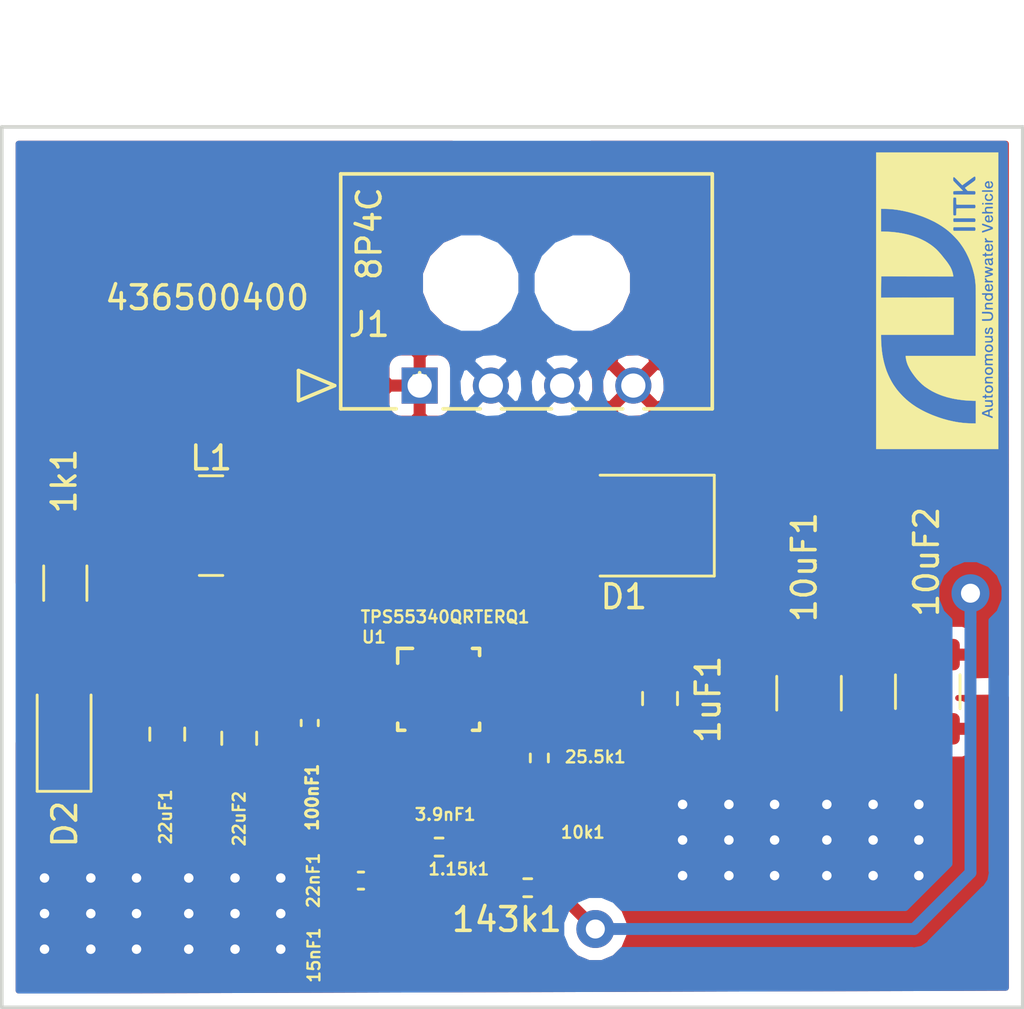
<source format=kicad_pcb>
(kicad_pcb (version 20171130) (host pcbnew "(5.0.2)-1")

  (general
    (thickness 1.6)
    (drawings 4)
    (tracks 183)
    (zones 0)
    (modules 20)
    (nets 11)
  )

  (page A4)
  (layers
    (0 F.Cu signal)
    (31 B.Cu signal)
    (32 B.Adhes user)
    (33 F.Adhes user)
    (34 B.Paste user)
    (35 F.Paste user)
    (36 B.SilkS user)
    (37 F.SilkS user)
    (38 B.Mask user)
    (39 F.Mask user)
    (40 Dwgs.User user)
    (41 Cmts.User user)
    (42 Eco1.User user)
    (43 Eco2.User user)
    (44 Edge.Cuts user)
    (45 Margin user)
    (46 B.CrtYd user)
    (47 F.CrtYd user)
    (48 B.Fab user)
    (49 F.Fab user)
  )

  (setup
    (last_trace_width 0.25)
    (trace_clearance 0.1)
    (zone_clearance 0.508)
    (zone_45_only no)
    (trace_min 0.2)
    (segment_width 0.2)
    (edge_width 0.15)
    (via_size 0.8)
    (via_drill 0.4)
    (via_min_size 0.4)
    (via_min_drill 0.3)
    (uvia_size 0.3)
    (uvia_drill 0.1)
    (uvias_allowed no)
    (uvia_min_size 0.2)
    (uvia_min_drill 0.1)
    (pcb_text_width 0.3)
    (pcb_text_size 1.5 1.5)
    (mod_edge_width 0.15)
    (mod_text_size 1 1)
    (mod_text_width 0.15)
    (pad_size 1.524 1.524)
    (pad_drill 0.762)
    (pad_to_mask_clearance 0.051)
    (solder_mask_min_width 0.25)
    (aux_axis_origin 0 0)
    (visible_elements 7FFFFFFF)
    (pcbplotparams
      (layerselection 0x010fc_ffffffff)
      (usegerberextensions false)
      (usegerberattributes false)
      (usegerberadvancedattributes false)
      (creategerberjobfile false)
      (excludeedgelayer true)
      (linewidth 0.100000)
      (plotframeref false)
      (viasonmask false)
      (mode 1)
      (useauxorigin false)
      (hpglpennumber 1)
      (hpglpenspeed 20)
      (hpglpendiameter 15.000000)
      (psnegative false)
      (psa4output false)
      (plotreference true)
      (plotvalue true)
      (plotinvisibletext false)
      (padsonsilk false)
      (subtractmaskfromsilk false)
      (outputformat 1)
      (mirror false)
      (drillshape 1)
      (scaleselection 1)
      (outputdirectory ""))
  )

  (net 0 "")
  (net 1 "Net-(1.15k1-Pad1)")
  (net 2 "Net-(1.15k1-Pad2)")
  (net 3 "Net-(100nF1-Pad1)")
  (net 4 "Net-(10k1-Pad1)")
  (net 5 "Net-(10uF1-Pad1)")
  (net 6 "Net-(1k1-Pad2)")
  (net 7 "Net-(22nF1-Pad1)")
  (net 8 "Net-(25.5k1-Pad1)")
  (net 9 "Net-(D1-Pad2)")
  (net 10 "Net-(100nF1-Pad2)")

  (net_class Default "This is the default net class."
    (clearance 0.1)
    (trace_width 0.25)
    (via_dia 0.8)
    (via_drill 0.4)
    (uvia_dia 0.3)
    (uvia_drill 0.1)
    (add_net "Net-(1.15k1-Pad1)")
    (add_net "Net-(1.15k1-Pad2)")
    (add_net "Net-(100nF1-Pad1)")
    (add_net "Net-(100nF1-Pad2)")
    (add_net "Net-(10k1-Pad1)")
    (add_net "Net-(10uF1-Pad1)")
    (add_net "Net-(1k1-Pad2)")
    (add_net "Net-(22nF1-Pad1)")
    (add_net "Net-(25.5k1-Pad1)")
    (add_net "Net-(D1-Pad2)")
  )

  (module Capacitor_SMD:C_1210_3225Metric_Pad1.33x2.70mm_HandSolder (layer F.Cu) (tedit 5F68FEEF) (tstamp 60AF8DB0)
    (at 148 97.0625 270)
    (descr "Capacitor SMD 1210 (3225 Metric), square (rectangular) end terminal, IPC_7351 nominal with elongated pad for handsoldering. (Body size source: IPC-SM-782 page 76, https://www.pcb-3d.com/wordpress/wp-content/uploads/ipc-sm-782a_amendment_1_and_2.pdf), generated with kicad-footprint-generator")
    (tags "capacitor handsolder")
    (path /6016BBB4)
    (attr smd)
    (fp_text reference 10uF1 (at -5.3125 0.2 270) (layer F.SilkS)
      (effects (font (size 1 1) (thickness 0.15)))
    )
    (fp_text value Cout (at 0 2.3 270) (layer F.Fab)
      (effects (font (size 1 1) (thickness 0.15)))
    )
    (fp_line (start -1.6 1.25) (end -1.6 -1.25) (layer F.Fab) (width 0.1))
    (fp_line (start -1.6 -1.25) (end 1.6 -1.25) (layer F.Fab) (width 0.1))
    (fp_line (start 1.6 -1.25) (end 1.6 1.25) (layer F.Fab) (width 0.1))
    (fp_line (start 1.6 1.25) (end -1.6 1.25) (layer F.Fab) (width 0.1))
    (fp_line (start -0.711252 -1.36) (end 0.711252 -1.36) (layer F.SilkS) (width 0.12))
    (fp_line (start -0.711252 1.36) (end 0.711252 1.36) (layer F.SilkS) (width 0.12))
    (fp_line (start -2.48 1.6) (end -2.48 -1.6) (layer F.CrtYd) (width 0.05))
    (fp_line (start -2.48 -1.6) (end 2.48 -1.6) (layer F.CrtYd) (width 0.05))
    (fp_line (start 2.48 -1.6) (end 2.48 1.6) (layer F.CrtYd) (width 0.05))
    (fp_line (start 2.48 1.6) (end -2.48 1.6) (layer F.CrtYd) (width 0.05))
    (fp_text user %R (at 0 0 270) (layer F.Fab)
      (effects (font (size 0.8 0.8) (thickness 0.12)))
    )
    (pad 1 smd roundrect (at -1.5625 0 270) (size 1.325 2.7) (layers F.Cu F.Paste F.Mask) (roundrect_rratio 0.188679)
      (net 5 "Net-(10uF1-Pad1)"))
    (pad 2 smd roundrect (at 1.5625 0 270) (size 1.325 2.7) (layers F.Cu F.Paste F.Mask) (roundrect_rratio 0.188679)
      (net 10 "Net-(100nF1-Pad2)"))
    (model ${KISYS3DMOD}/Capacitor_SMD.3dshapes/C_1210_3225Metric.wrl
      (at (xyz 0 0 0))
      (scale (xyz 1 1 1))
      (rotate (xyz 0 0 0))
    )
  )

  (module Capacitor_SMD:C_0805_2012Metric_Pad1.18x1.45mm_HandSolder (layer F.Cu) (tedit 5F68FEEF) (tstamp 60AF8D09)
    (at 141.725 97.2875 270)
    (descr "Capacitor SMD 0805 (2012 Metric), square (rectangular) end terminal, IPC_7351 nominal with elongated pad for handsoldering. (Body size source: IPC-SM-782 page 76, https://www.pcb-3d.com/wordpress/wp-content/uploads/ipc-sm-782a_amendment_1_and_2.pdf, https://docs.google.com/spreadsheets/d/1BsfQQcO9C6DZCsRaXUlFlo91Tg2WpOkGARC1WS5S8t0/edit?usp=sharing), generated with kicad-footprint-generator")
    (tags "capacitor handsolder")
    (path /6016BBFA)
    (attr smd)
    (fp_text reference 1uF1 (at 0.0375 -2.025 270) (layer F.SilkS)
      (effects (font (size 1 1) (thickness 0.15)))
    )
    (fp_text value Coutx (at 0 1.68 270) (layer F.Fab)
      (effects (font (size 1 1) (thickness 0.15)))
    )
    (fp_text user %R (at 0 0 270) (layer F.Fab)
      (effects (font (size 0.5 0.5) (thickness 0.08)))
    )
    (fp_line (start 1.88 0.98) (end -1.88 0.98) (layer F.CrtYd) (width 0.05))
    (fp_line (start 1.88 -0.98) (end 1.88 0.98) (layer F.CrtYd) (width 0.05))
    (fp_line (start -1.88 -0.98) (end 1.88 -0.98) (layer F.CrtYd) (width 0.05))
    (fp_line (start -1.88 0.98) (end -1.88 -0.98) (layer F.CrtYd) (width 0.05))
    (fp_line (start -0.261252 0.735) (end 0.261252 0.735) (layer F.SilkS) (width 0.12))
    (fp_line (start -0.261252 -0.735) (end 0.261252 -0.735) (layer F.SilkS) (width 0.12))
    (fp_line (start 1 0.625) (end -1 0.625) (layer F.Fab) (width 0.1))
    (fp_line (start 1 -0.625) (end 1 0.625) (layer F.Fab) (width 0.1))
    (fp_line (start -1 -0.625) (end 1 -0.625) (layer F.Fab) (width 0.1))
    (fp_line (start -1 0.625) (end -1 -0.625) (layer F.Fab) (width 0.1))
    (pad 2 smd roundrect (at 1.0375 0 270) (size 1.175 1.45) (layers F.Cu F.Paste F.Mask) (roundrect_rratio 0.212766)
      (net 10 "Net-(100nF1-Pad2)"))
    (pad 1 smd roundrect (at -1.0375 0 270) (size 1.175 1.45) (layers F.Cu F.Paste F.Mask) (roundrect_rratio 0.212766)
      (net 5 "Net-(10uF1-Pad1)"))
    (model ${KISYS3DMOD}/Capacitor_SMD.3dshapes/C_0805_2012Metric.wrl
      (at (xyz 0 0 0))
      (scale (xyz 1 1 1))
      (rotate (xyz 0 0 0))
    )
  )

  (module Diode_SMD:D_PowerDI-5 (layer F.Cu) (tedit 5DB74FF8) (tstamp 60AF91FA)
    (at 140.2 90 180)
    (descr PowerDI,Diode,Vishay,https://www.diodes.com/assets/Package-Files/PowerDI5.pdf)
    (tags "PowerDI diode vishay")
    (path /6016BB4A)
    (attr smd)
    (fp_text reference D1 (at 0 -3 180) (layer F.SilkS)
      (effects (font (size 1 1) (thickness 0.15)))
    )
    (fp_text value 60.0V (at 0 3 180) (layer F.Fab)
      (effects (font (size 1 1) (thickness 0.15)))
    )
    (fp_text user %R (at 0 -3 180) (layer F.Fab)
      (effects (font (size 1 1) (thickness 0.15)))
    )
    (fp_line (start 0.3 0) (end 0.7 0) (layer F.Fab) (width 0.1))
    (fp_line (start 0.3 -0.5) (end -0.5 0) (layer F.Fab) (width 0.1))
    (fp_line (start 0.3 0.5) (end 0.3 -0.5) (layer F.Fab) (width 0.1))
    (fp_line (start -0.5 0) (end 0.3 0.5) (layer F.Fab) (width 0.1))
    (fp_line (start -0.5 0) (end -0.5 0.5) (layer F.Fab) (width 0.1))
    (fp_line (start -0.5 0) (end -0.5 -0.5) (layer F.Fab) (width 0.1))
    (fp_line (start -0.8 0) (end -0.5 0) (layer F.Fab) (width 0.1))
    (fp_line (start -2.725 2.025) (end -2.725 -2.025) (layer F.Fab) (width 0.1))
    (fp_line (start 2.725 2.025) (end -2.725 2.025) (layer F.Fab) (width 0.1))
    (fp_line (start 2.725 -2.025) (end 2.725 2.025) (layer F.Fab) (width 0.1))
    (fp_line (start -2.725 -2.025) (end 2.725 -2.025) (layer F.Fab) (width 0.1))
    (fp_line (start 3.81 2.28) (end -3.8 2.28) (layer F.CrtYd) (width 0.05))
    (fp_line (start 3.81 -2.28) (end 3.81 2.28) (layer F.CrtYd) (width 0.05))
    (fp_line (start -3.8 -2.28) (end 3.81 -2.28) (layer F.CrtYd) (width 0.05))
    (fp_line (start -3.8 2.28) (end -3.8 -2.28) (layer F.CrtYd) (width 0.05))
    (fp_line (start 1 -2.125) (end -3.81 -2.125) (layer F.SilkS) (width 0.12))
    (fp_line (start -3.81 2.125) (end 1 2.125) (layer F.SilkS) (width 0.12))
    (fp_line (start -3.81 2.125) (end -3.81 -2.125) (layer F.SilkS) (width 0.12))
    (pad 1 smd rect (at -1.12 0) (size 4.86 3.36) (layers F.Cu F.Paste F.Mask)
      (net 5 "Net-(10uF1-Pad1)"))
    (pad 2 smd rect (at 2.862 0.92) (size 1.4 1.39) (layers F.Cu F.Paste F.Mask)
      (net 9 "Net-(D1-Pad2)"))
    (pad 2 smd rect (at 2.862 -0.92) (size 1.4 1.39) (layers F.Cu F.Paste F.Mask)
      (net 9 "Net-(D1-Pad2)"))
    (model ${KISYS3DMOD}/Diode_SMD.3dshapes/D_PowerDI-5.wrl
      (at (xyz 0 0 0))
      (scale (xyz 1 1 1))
      (rotate (xyz 0 0 0))
    )
  )

  (module Resistor_SMD:R_0402_1005Metric_Pad0.72x0.64mm_HandSolder (layer F.Cu) (tedit 60BC8686) (tstamp 609C27D6)
    (at 132.4175 103.546)
    (descr "Resistor SMD 0402 (1005 Metric), square (rectangular) end terminal, IPC_7351 nominal with elongated pad for handsoldering. (Body size source: IPC-SM-782 page 72, https://www.pcb-3d.com/wordpress/wp-content/uploads/ipc-sm-782a_amendment_1_and_2.pdf), generated with kicad-footprint-generator")
    (tags "resistor handsolder")
    (path /60170AC1)
    (attr smd)
    (fp_text reference 1.15k1 (at 0.8325 0.929) (layer F.SilkS)
      (effects (font (size 0.5 0.5) (thickness 0.1)))
    )
    (fp_text value Rcomp (at 0 1.17) (layer F.Fab)
      (effects (font (size 1 1) (thickness 0.15)))
    )
    (fp_line (start -0.525 0.27) (end -0.525 -0.27) (layer F.Fab) (width 0.1))
    (fp_line (start -0.525 -0.27) (end 0.525 -0.27) (layer F.Fab) (width 0.1))
    (fp_line (start 0.525 -0.27) (end 0.525 0.27) (layer F.Fab) (width 0.1))
    (fp_line (start 0.525 0.27) (end -0.525 0.27) (layer F.Fab) (width 0.1))
    (fp_line (start -0.167621 -0.38) (end 0.167621 -0.38) (layer F.SilkS) (width 0.12))
    (fp_line (start -0.167621 0.38) (end 0.167621 0.38) (layer F.SilkS) (width 0.12))
    (fp_line (start -1.1 0.47) (end -1.1 -0.47) (layer F.CrtYd) (width 0.05))
    (fp_line (start -1.1 -0.47) (end 1.1 -0.47) (layer F.CrtYd) (width 0.05))
    (fp_line (start 1.1 -0.47) (end 1.1 0.47) (layer F.CrtYd) (width 0.05))
    (fp_line (start 1.1 0.47) (end -1.1 0.47) (layer F.CrtYd) (width 0.05))
    (fp_text user %R (at 0 0) (layer F.Fab)
      (effects (font (size 0.26 0.26) (thickness 0.04)))
    )
    (pad 1 smd roundrect (at -0.5975 0) (size 0.715 0.64) (layers F.Cu F.Paste F.Mask) (roundrect_rratio 0.25)
      (net 1 "Net-(1.15k1-Pad1)"))
    (pad 2 smd roundrect (at 0.5975 0) (size 0.715 0.64) (layers F.Cu F.Paste F.Mask) (roundrect_rratio 0.25)
      (net 2 "Net-(1.15k1-Pad2)"))
    (model ${KISYS3DMOD}/Resistor_SMD.3dshapes/R_0402_1005Metric.wrl
      (at (xyz 0 0 0))
      (scale (xyz 1 1 1))
      (rotate (xyz 0 0 0))
    )
  )

  (module Capacitor_SMD:C_0402_1005Metric_Pad0.74x0.62mm_HandSolder (layer F.Cu) (tedit 60BC85F7) (tstamp 609C27E7)
    (at 126.97 98.317498 270)
    (descr "Capacitor SMD 0402 (1005 Metric), square (rectangular) end terminal, IPC_7351 nominal with elongated pad for handsoldering. (Body size source: IPC-SM-782 page 76, https://www.pcb-3d.com/wordpress/wp-content/uploads/ipc-sm-782a_amendment_1_and_2.pdf), generated with kicad-footprint-generator")
    (tags "capacitor handsolder")
    (path /6016BA8F)
    (attr smd)
    (fp_text reference 100nF1 (at 3.132502 -0.105 270) (layer F.SilkS)
      (effects (font (size 0.5 0.5) (thickness 0.125)))
    )
    (fp_text value Cinx (at 0 1.16 270) (layer F.Fab)
      (effects (font (size 1 1) (thickness 0.15)))
    )
    (fp_text user %R (at 0 0 270) (layer F.Fab)
      (effects (font (size 0.25 0.25) (thickness 0.04)))
    )
    (fp_line (start 1.08 0.46) (end -1.08 0.46) (layer F.CrtYd) (width 0.05))
    (fp_line (start 1.08 -0.46) (end 1.08 0.46) (layer F.CrtYd) (width 0.05))
    (fp_line (start -1.08 -0.46) (end 1.08 -0.46) (layer F.CrtYd) (width 0.05))
    (fp_line (start -1.08 0.46) (end -1.08 -0.46) (layer F.CrtYd) (width 0.05))
    (fp_line (start -0.115835 0.36) (end 0.115835 0.36) (layer F.SilkS) (width 0.12))
    (fp_line (start -0.115835 -0.36) (end 0.115835 -0.36) (layer F.SilkS) (width 0.12))
    (fp_line (start 0.5 0.25) (end -0.5 0.25) (layer F.Fab) (width 0.1))
    (fp_line (start 0.5 -0.25) (end 0.5 0.25) (layer F.Fab) (width 0.1))
    (fp_line (start -0.5 -0.25) (end 0.5 -0.25) (layer F.Fab) (width 0.1))
    (fp_line (start -0.5 0.25) (end -0.5 -0.25) (layer F.Fab) (width 0.1))
    (pad 2 smd roundrect (at 0.5675 0 270) (size 0.735 0.62) (layers F.Cu F.Paste F.Mask) (roundrect_rratio 0.25)
      (net 10 "Net-(100nF1-Pad2)"))
    (pad 1 smd roundrect (at -0.5675 0 270) (size 0.735 0.62) (layers F.Cu F.Paste F.Mask) (roundrect_rratio 0.25)
      (net 3 "Net-(100nF1-Pad1)"))
    (model ${KISYS3DMOD}/Capacitor_SMD.3dshapes/C_0402_1005Metric.wrl
      (at (xyz 0 0 0))
      (scale (xyz 1 1 1))
      (rotate (xyz 0 0 0))
    )
  )

  (module Resistor_SMD:R_0201_0603Metric_Pad0.64x0.40mm_HandSolder (layer F.Cu) (tedit 60BC866A) (tstamp 609C27F8)
    (at 135.962501 102.96)
    (descr "Resistor SMD 0201 (0603 Metric), square (rectangular) end terminal, IPC_7351 nominal with elongated pad for handsoldering. (Body size source: https://www.vishay.com/docs/20052/crcw0201e3.pdf), generated with kicad-footprint-generator")
    (tags "resistor handsolder")
    (path /6016E722)
    (attr smd)
    (fp_text reference 10k1 (at 2.512499 -0.035) (layer F.SilkS)
      (effects (font (size 0.5 0.5) (thickness 0.1)))
    )
    (fp_text value Rfbb (at 0 1.05) (layer F.Fab)
      (effects (font (size 1 1) (thickness 0.15)))
    )
    (fp_line (start -0.3 0.15) (end -0.3 -0.15) (layer F.Fab) (width 0.1))
    (fp_line (start -0.3 -0.15) (end 0.3 -0.15) (layer F.Fab) (width 0.1))
    (fp_line (start 0.3 -0.15) (end 0.3 0.15) (layer F.Fab) (width 0.1))
    (fp_line (start 0.3 0.15) (end -0.3 0.15) (layer F.Fab) (width 0.1))
    (fp_line (start -0.88 0.35) (end -0.88 -0.35) (layer F.CrtYd) (width 0.05))
    (fp_line (start -0.88 -0.35) (end 0.88 -0.35) (layer F.CrtYd) (width 0.05))
    (fp_line (start 0.88 -0.35) (end 0.88 0.35) (layer F.CrtYd) (width 0.05))
    (fp_line (start 0.88 0.35) (end -0.88 0.35) (layer F.CrtYd) (width 0.05))
    (fp_text user %R (at 0 -0.68) (layer F.Fab)
      (effects (font (size 0.25 0.25) (thickness 0.04)))
    )
    (pad "" smd roundrect (at -0.4325 0) (size 0.458 0.36) (layers F.Paste) (roundrect_rratio 0.25))
    (pad "" smd roundrect (at 0.4325 0) (size 0.458 0.36) (layers F.Paste) (roundrect_rratio 0.25))
    (pad 1 smd roundrect (at -0.4075 0) (size 0.635 0.4) (layers F.Cu F.Mask) (roundrect_rratio 0.25)
      (net 4 "Net-(10k1-Pad1)"))
    (pad 2 smd roundrect (at 0.4075 0) (size 0.635 0.4) (layers F.Cu F.Mask) (roundrect_rratio 0.25)
      (net 10 "Net-(100nF1-Pad2)"))
    (model ${KISYS3DMOD}/Resistor_SMD.3dshapes/R_0201_0603Metric.wrl
      (at (xyz 0 0 0))
      (scale (xyz 1 1 1))
      (rotate (xyz 0 0 0))
    )
  )

  (module Resistor_SMD:R_0402_1005Metric_Pad0.72x0.64mm_HandSolder (layer F.Cu) (tedit 5F6BB9E0) (tstamp 609C281A)
    (at 136.152501 105.26 180)
    (descr "Resistor SMD 0402 (1005 Metric), square (rectangular) end terminal, IPC_7351 nominal with elongated pad for handsoldering. (Body size source: IPC-SM-782 page 72, https://www.pcb-3d.com/wordpress/wp-content/uploads/ipc-sm-782a_amendment_1_and_2.pdf), generated with kicad-footprint-generator")
    (tags "resistor handsolder")
    (path /6016E6CA)
    (attr smd)
    (fp_text reference 143k1 (at 0.877501 -1.34 180) (layer F.SilkS)
      (effects (font (size 1 1) (thickness 0.15)))
    )
    (fp_text value Rftbt (at 0 1.17 180) (layer F.Fab)
      (effects (font (size 1 1) (thickness 0.15)))
    )
    (fp_text user %R (at 0 0 180) (layer F.Fab)
      (effects (font (size 0.26 0.26) (thickness 0.04)))
    )
    (fp_line (start 1.1 0.47) (end -1.1 0.47) (layer F.CrtYd) (width 0.05))
    (fp_line (start 1.1 -0.47) (end 1.1 0.47) (layer F.CrtYd) (width 0.05))
    (fp_line (start -1.1 -0.47) (end 1.1 -0.47) (layer F.CrtYd) (width 0.05))
    (fp_line (start -1.1 0.47) (end -1.1 -0.47) (layer F.CrtYd) (width 0.05))
    (fp_line (start -0.167621 0.38) (end 0.167621 0.38) (layer F.SilkS) (width 0.12))
    (fp_line (start -0.167621 -0.38) (end 0.167621 -0.38) (layer F.SilkS) (width 0.12))
    (fp_line (start 0.525 0.27) (end -0.525 0.27) (layer F.Fab) (width 0.1))
    (fp_line (start 0.525 -0.27) (end 0.525 0.27) (layer F.Fab) (width 0.1))
    (fp_line (start -0.525 -0.27) (end 0.525 -0.27) (layer F.Fab) (width 0.1))
    (fp_line (start -0.525 0.27) (end -0.525 -0.27) (layer F.Fab) (width 0.1))
    (pad 2 smd roundrect (at 0.5975 0 180) (size 0.715 0.64) (layers F.Cu F.Paste F.Mask) (roundrect_rratio 0.25)
      (net 4 "Net-(10k1-Pad1)"))
    (pad 1 smd roundrect (at -0.5975 0 180) (size 0.715 0.64) (layers F.Cu F.Paste F.Mask) (roundrect_rratio 0.25)
      (net 5 "Net-(10uF1-Pad1)"))
    (model ${KISYS3DMOD}/Resistor_SMD.3dshapes/R_0402_1005Metric.wrl
      (at (xyz 0 0 0))
      (scale (xyz 1 1 1))
      (rotate (xyz 0 0 0))
    )
  )

  (module Capacitor_SMD:C_0201_0603Metric_Pad0.64x0.40mm_HandSolder (layer F.Cu) (tedit 60BC8652) (tstamp 609C282B)
    (at 128.9675 107.1 180)
    (descr "Capacitor SMD 0201 (0603 Metric), square (rectangular) end terminal, IPC_7351 nominal with elongated pad for handsoldering. (Body size source: https://www.vishay.com/docs/20052/crcw0201e3.pdf), generated with kicad-footprint-generator")
    (tags "capacitor handsolder")
    (path /60170B8C)
    (attr smd)
    (fp_text reference 15nF1 (at 1.8175 -1 270) (layer F.SilkS)
      (effects (font (size 0.5 0.5) (thickness 0.1)))
    )
    (fp_text value Ccomp (at 0 1.05 180) (layer F.Fab)
      (effects (font (size 1 1) (thickness 0.15)))
    )
    (fp_line (start -0.3 0.15) (end -0.3 -0.15) (layer F.Fab) (width 0.1))
    (fp_line (start -0.3 -0.15) (end 0.3 -0.15) (layer F.Fab) (width 0.1))
    (fp_line (start 0.3 -0.15) (end 0.3 0.15) (layer F.Fab) (width 0.1))
    (fp_line (start 0.3 0.15) (end -0.3 0.15) (layer F.Fab) (width 0.1))
    (fp_line (start -0.88 0.35) (end -0.88 -0.35) (layer F.CrtYd) (width 0.05))
    (fp_line (start -0.88 -0.35) (end 0.88 -0.35) (layer F.CrtYd) (width 0.05))
    (fp_line (start 0.88 -0.35) (end 0.88 0.35) (layer F.CrtYd) (width 0.05))
    (fp_line (start 0.88 0.35) (end -0.88 0.35) (layer F.CrtYd) (width 0.05))
    (fp_text user %R (at 0 -0.68 180) (layer F.Fab)
      (effects (font (size 0.25 0.25) (thickness 0.04)))
    )
    (pad "" smd roundrect (at -0.4325 0 180) (size 0.458 0.36) (layers F.Paste) (roundrect_rratio 0.25))
    (pad "" smd roundrect (at 0.4325 0 180) (size 0.458 0.36) (layers F.Paste) (roundrect_rratio 0.25))
    (pad 1 smd roundrect (at -0.4075 0 180) (size 0.635 0.4) (layers F.Cu F.Mask) (roundrect_rratio 0.25)
      (net 1 "Net-(1.15k1-Pad1)"))
    (pad 2 smd roundrect (at 0.4075 0 180) (size 0.635 0.4) (layers F.Cu F.Mask) (roundrect_rratio 0.25)
      (net 10 "Net-(100nF1-Pad2)"))
    (model ${KISYS3DMOD}/Capacitor_SMD.3dshapes/C_0201_0603Metric.wrl
      (at (xyz 0 0 0))
      (scale (xyz 1 1 1))
      (rotate (xyz 0 0 0))
    )
  )

  (module Resistor_SMD:R_1206_3216Metric_Pad1.30x1.75mm_HandSolder (layer F.Cu) (tedit 5F68FEEE) (tstamp 60AF8EE2)
    (at 116.675 92.425 270)
    (descr "Resistor SMD 1206 (3216 Metric), square (rectangular) end terminal, IPC_7351 nominal with elongated pad for handsoldering. (Body size source: IPC-SM-782 page 72, https://www.pcb-3d.com/wordpress/wp-content/uploads/ipc-sm-782a_amendment_1_and_2.pdf), generated with kicad-footprint-generator")
    (tags "resistor handsolder")
    (path /6016BC4B)
    (attr smd)
    (fp_text reference 1k1 (at -4.3 0.05 270) (layer F.SilkS)
      (effects (font (size 1 1) (thickness 0.15)))
    )
    (fp_text value R (at 0 1.82 270) (layer F.Fab)
      (effects (font (size 1 1) (thickness 0.15)))
    )
    (fp_line (start -1.6 0.8) (end -1.6 -0.8) (layer F.Fab) (width 0.1))
    (fp_line (start -1.6 -0.8) (end 1.6 -0.8) (layer F.Fab) (width 0.1))
    (fp_line (start 1.6 -0.8) (end 1.6 0.8) (layer F.Fab) (width 0.1))
    (fp_line (start 1.6 0.8) (end -1.6 0.8) (layer F.Fab) (width 0.1))
    (fp_line (start -0.727064 -0.91) (end 0.727064 -0.91) (layer F.SilkS) (width 0.12))
    (fp_line (start -0.727064 0.91) (end 0.727064 0.91) (layer F.SilkS) (width 0.12))
    (fp_line (start -2.45 1.12) (end -2.45 -1.12) (layer F.CrtYd) (width 0.05))
    (fp_line (start -2.45 -1.12) (end 2.45 -1.12) (layer F.CrtYd) (width 0.05))
    (fp_line (start 2.45 -1.12) (end 2.45 1.12) (layer F.CrtYd) (width 0.05))
    (fp_line (start 2.45 1.12) (end -2.45 1.12) (layer F.CrtYd) (width 0.05))
    (fp_text user %R (at 0 0 270) (layer F.Fab)
      (effects (font (size 0.8 0.8) (thickness 0.12)))
    )
    (pad 1 smd roundrect (at -1.55 0 270) (size 1.3 1.75) (layers F.Cu F.Paste F.Mask) (roundrect_rratio 0.192308)
      (net 3 "Net-(100nF1-Pad1)"))
    (pad 2 smd roundrect (at 1.55 0 270) (size 1.3 1.75) (layers F.Cu F.Paste F.Mask) (roundrect_rratio 0.192308)
      (net 6 "Net-(1k1-Pad2)"))
    (model ${KISYS3DMOD}/Resistor_SMD.3dshapes/R_1206_3216Metric.wrl
      (at (xyz 0 0 0))
      (scale (xyz 1 1 1))
      (rotate (xyz 0 0 0))
    )
  )

  (module Capacitor_SMD:C_0402_1005Metric_Pad0.74x0.62mm_HandSolder (layer F.Cu) (tedit 60BC863B) (tstamp 609C285E)
    (at 129.1275 104.96 180)
    (descr "Capacitor SMD 0402 (1005 Metric), square (rectangular) end terminal, IPC_7351 nominal with elongated pad for handsoldering. (Body size source: IPC-SM-782 page 76, https://www.pcb-3d.com/wordpress/wp-content/uploads/ipc-sm-782a_amendment_1_and_2.pdf), generated with kicad-footprint-generator")
    (tags "capacitor handsolder")
    (path /6016CD8F)
    (attr smd)
    (fp_text reference 22nF1 (at 2.0025 0.01 270) (layer F.SilkS)
      (effects (font (size 0.5 0.5) (thickness 0.1)))
    )
    (fp_text value Css (at 0 1.16 180) (layer F.Fab)
      (effects (font (size 1 1) (thickness 0.15)))
    )
    (fp_line (start -0.5 0.25) (end -0.5 -0.25) (layer F.Fab) (width 0.1))
    (fp_line (start -0.5 -0.25) (end 0.5 -0.25) (layer F.Fab) (width 0.1))
    (fp_line (start 0.5 -0.25) (end 0.5 0.25) (layer F.Fab) (width 0.1))
    (fp_line (start 0.5 0.25) (end -0.5 0.25) (layer F.Fab) (width 0.1))
    (fp_line (start -0.115835 -0.36) (end 0.115835 -0.36) (layer F.SilkS) (width 0.12))
    (fp_line (start -0.115835 0.36) (end 0.115835 0.36) (layer F.SilkS) (width 0.12))
    (fp_line (start -1.08 0.46) (end -1.08 -0.46) (layer F.CrtYd) (width 0.05))
    (fp_line (start -1.08 -0.46) (end 1.08 -0.46) (layer F.CrtYd) (width 0.05))
    (fp_line (start 1.08 -0.46) (end 1.08 0.46) (layer F.CrtYd) (width 0.05))
    (fp_line (start 1.08 0.46) (end -1.08 0.46) (layer F.CrtYd) (width 0.05))
    (fp_text user %R (at 0 0 180) (layer F.Fab)
      (effects (font (size 0.25 0.25) (thickness 0.04)))
    )
    (pad 1 smd roundrect (at -0.5675 0 180) (size 0.735 0.62) (layers F.Cu F.Paste F.Mask) (roundrect_rratio 0.25)
      (net 7 "Net-(22nF1-Pad1)"))
    (pad 2 smd roundrect (at 0.5675 0 180) (size 0.735 0.62) (layers F.Cu F.Paste F.Mask) (roundrect_rratio 0.25)
      (net 10 "Net-(100nF1-Pad2)"))
    (model ${KISYS3DMOD}/Capacitor_SMD.3dshapes/C_0402_1005Metric.wrl
      (at (xyz 0 0 0))
      (scale (xyz 1 1 1))
      (rotate (xyz 0 0 0))
    )
  )

  (module Capacitor_SMD:C_0805_2012Metric_Pad1.18x1.45mm_HandSolder (layer F.Cu) (tedit 60BC8617) (tstamp 60AF8F94)
    (at 120.97 98.787498 270)
    (descr "Capacitor SMD 0805 (2012 Metric), square (rectangular) end terminal, IPC_7351 nominal with elongated pad for handsoldering. (Body size source: IPC-SM-782 page 76, https://www.pcb-3d.com/wordpress/wp-content/uploads/ipc-sm-782a_amendment_1_and_2.pdf, https://docs.google.com/spreadsheets/d/1BsfQQcO9C6DZCsRaXUlFlo91Tg2WpOkGARC1WS5S8t0/edit?usp=sharing), generated with kicad-footprint-generator")
    (tags "capacitor handsolder")
    (path /6016BA43)
    (attr smd)
    (fp_text reference 22uF1 (at 3.487502 0.07 270) (layer F.SilkS)
      (effects (font (size 0.5 0.5) (thickness 0.1)))
    )
    (fp_text value Cin (at 0 1.68 270) (layer F.Fab)
      (effects (font (size 1 1) (thickness 0.15)))
    )
    (fp_line (start -1 0.625) (end -1 -0.625) (layer F.Fab) (width 0.1))
    (fp_line (start -1 -0.625) (end 1 -0.625) (layer F.Fab) (width 0.1))
    (fp_line (start 1 -0.625) (end 1 0.625) (layer F.Fab) (width 0.1))
    (fp_line (start 1 0.625) (end -1 0.625) (layer F.Fab) (width 0.1))
    (fp_line (start -0.261252 -0.735) (end 0.261252 -0.735) (layer F.SilkS) (width 0.12))
    (fp_line (start -0.261252 0.735) (end 0.261252 0.735) (layer F.SilkS) (width 0.12))
    (fp_line (start -1.88 0.98) (end -1.88 -0.98) (layer F.CrtYd) (width 0.05))
    (fp_line (start -1.88 -0.98) (end 1.88 -0.98) (layer F.CrtYd) (width 0.05))
    (fp_line (start 1.88 -0.98) (end 1.88 0.98) (layer F.CrtYd) (width 0.05))
    (fp_line (start 1.88 0.98) (end -1.88 0.98) (layer F.CrtYd) (width 0.05))
    (fp_text user %R (at 0 0 270) (layer F.Fab)
      (effects (font (size 0.5 0.5) (thickness 0.08)))
    )
    (pad 1 smd roundrect (at -1.0375 0 270) (size 1.175 1.45) (layers F.Cu F.Paste F.Mask) (roundrect_rratio 0.212766)
      (net 3 "Net-(100nF1-Pad1)"))
    (pad 2 smd roundrect (at 1.0375 0 270) (size 1.175 1.45) (layers F.Cu F.Paste F.Mask) (roundrect_rratio 0.212766)
      (net 10 "Net-(100nF1-Pad2)"))
    (model ${KISYS3DMOD}/Capacitor_SMD.3dshapes/C_0805_2012Metric.wrl
      (at (xyz 0 0 0))
      (scale (xyz 1 1 1))
      (rotate (xyz 0 0 0))
    )
  )

  (module Resistor_SMD:R_0402_1005Metric_Pad0.72x0.64mm_HandSolder (layer F.Cu) (tedit 60BC8677) (tstamp 609C2880)
    (at 136.640711 99.79179 270)
    (descr "Resistor SMD 0402 (1005 Metric), square (rectangular) end terminal, IPC_7351 nominal with elongated pad for handsoldering. (Body size source: IPC-SM-782 page 72, https://www.pcb-3d.com/wordpress/wp-content/uploads/ipc-sm-782a_amendment_1_and_2.pdf), generated with kicad-footprint-generator")
    (tags "resistor handsolder")
    (path /6016C48B)
    (attr smd)
    (fp_text reference 25.5k1 (at -0.04179 -2.359289) (layer F.SilkS)
      (effects (font (size 0.5 0.5) (thickness 0.1)))
    )
    (fp_text value Rt (at 0 1.17 270) (layer F.Fab)
      (effects (font (size 1 1) (thickness 0.15)))
    )
    (fp_line (start -0.525 0.27) (end -0.525 -0.27) (layer F.Fab) (width 0.1))
    (fp_line (start -0.525 -0.27) (end 0.525 -0.27) (layer F.Fab) (width 0.1))
    (fp_line (start 0.525 -0.27) (end 0.525 0.27) (layer F.Fab) (width 0.1))
    (fp_line (start 0.525 0.27) (end -0.525 0.27) (layer F.Fab) (width 0.1))
    (fp_line (start -0.167621 -0.38) (end 0.167621 -0.38) (layer F.SilkS) (width 0.12))
    (fp_line (start -0.167621 0.38) (end 0.167621 0.38) (layer F.SilkS) (width 0.12))
    (fp_line (start -1.1 0.47) (end -1.1 -0.47) (layer F.CrtYd) (width 0.05))
    (fp_line (start -1.1 -0.47) (end 1.1 -0.47) (layer F.CrtYd) (width 0.05))
    (fp_line (start 1.1 -0.47) (end 1.1 0.47) (layer F.CrtYd) (width 0.05))
    (fp_line (start 1.1 0.47) (end -1.1 0.47) (layer F.CrtYd) (width 0.05))
    (fp_text user %R (at 0 0 270) (layer F.Fab)
      (effects (font (size 0.26 0.26) (thickness 0.04)))
    )
    (pad 1 smd roundrect (at -0.5975 0 270) (size 0.715 0.64) (layers F.Cu F.Paste F.Mask) (roundrect_rratio 0.25)
      (net 8 "Net-(25.5k1-Pad1)"))
    (pad 2 smd roundrect (at 0.5975 0 270) (size 0.715 0.64) (layers F.Cu F.Paste F.Mask) (roundrect_rratio 0.25)
      (net 10 "Net-(100nF1-Pad2)"))
    (model ${KISYS3DMOD}/Resistor_SMD.3dshapes/R_0402_1005Metric.wrl
      (at (xyz 0 0 0))
      (scale (xyz 1 1 1))
      (rotate (xyz 0 0 0))
    )
  )

  (module Capacitor_SMD:C_0201_0603Metric_Pad0.64x0.40mm_HandSolder (layer F.Cu) (tedit 60BC8692) (tstamp 609EA07F)
    (at 132.6075 101.26 180)
    (descr "Capacitor SMD 0201 (0603 Metric), square (rectangular) end terminal, IPC_7351 nominal with elongated pad for handsoldering. (Body size source: https://www.vishay.com/docs/20052/crcw0201e3.pdf), generated with kicad-footprint-generator")
    (tags "capacitor handsolder")
    (path /60170B32)
    (attr smd)
    (fp_text reference 3.9nF1 (at -0.0675 -0.915 180) (layer F.SilkS)
      (effects (font (size 0.5 0.5) (thickness 0.1)))
    )
    (fp_text value Ccomp2 (at 0 1.05 180) (layer F.Fab)
      (effects (font (size 1 1) (thickness 0.15)))
    )
    (fp_line (start -0.3 0.15) (end -0.3 -0.15) (layer F.Fab) (width 0.1))
    (fp_line (start -0.3 -0.15) (end 0.3 -0.15) (layer F.Fab) (width 0.1))
    (fp_line (start 0.3 -0.15) (end 0.3 0.15) (layer F.Fab) (width 0.1))
    (fp_line (start 0.3 0.15) (end -0.3 0.15) (layer F.Fab) (width 0.1))
    (fp_line (start -0.88 0.35) (end -0.88 -0.35) (layer F.CrtYd) (width 0.05))
    (fp_line (start -0.88 -0.35) (end 0.88 -0.35) (layer F.CrtYd) (width 0.05))
    (fp_line (start 0.88 -0.35) (end 0.88 0.35) (layer F.CrtYd) (width 0.05))
    (fp_line (start 0.88 0.35) (end -0.88 0.35) (layer F.CrtYd) (width 0.05))
    (fp_text user %R (at 0 -0.68 180) (layer F.Fab)
      (effects (font (size 0.25 0.25) (thickness 0.04)))
    )
    (pad "" smd roundrect (at -0.4325 0 180) (size 0.458 0.36) (layers F.Paste) (roundrect_rratio 0.25))
    (pad "" smd roundrect (at 0.4325 0 180) (size 0.458 0.36) (layers F.Paste) (roundrect_rratio 0.25))
    (pad 1 smd roundrect (at -0.4075 0 180) (size 0.635 0.4) (layers F.Cu F.Mask) (roundrect_rratio 0.25)
      (net 2 "Net-(1.15k1-Pad2)"))
    (pad 2 smd roundrect (at 0.4075 0 180) (size 0.635 0.4) (layers F.Cu F.Mask) (roundrect_rratio 0.25)
      (net 10 "Net-(100nF1-Pad2)"))
    (model ${KISYS3DMOD}/Capacitor_SMD.3dshapes/C_0201_0603Metric.wrl
      (at (xyz 0 0 0))
      (scale (xyz 1 1 1))
      (rotate (xyz 0 0 0))
    )
  )

  (module LED_SMD:LED_1206_3216Metric_Pad1.42x1.75mm_HandSolder (layer F.Cu) (tedit 5F68FEF1) (tstamp 609C28BE)
    (at 116.625 98.7375 90)
    (descr "LED SMD 1206 (3216 Metric), square (rectangular) end terminal, IPC_7351 nominal, (Body size source: http://www.tortai-tech.com/upload/download/2011102023233369053.pdf), generated with kicad-footprint-generator")
    (tags "LED handsolder")
    (path /6016BADF)
    (attr smd)
    (fp_text reference D2 (at -3.8375 0.025 90) (layer F.SilkS)
      (effects (font (size 1 1) (thickness 0.15)))
    )
    (fp_text value LED (at 0 1.82 90) (layer F.Fab)
      (effects (font (size 1 1) (thickness 0.15)))
    )
    (fp_line (start 1.6 -0.8) (end -1.2 -0.8) (layer F.Fab) (width 0.1))
    (fp_line (start -1.2 -0.8) (end -1.6 -0.4) (layer F.Fab) (width 0.1))
    (fp_line (start -1.6 -0.4) (end -1.6 0.8) (layer F.Fab) (width 0.1))
    (fp_line (start -1.6 0.8) (end 1.6 0.8) (layer F.Fab) (width 0.1))
    (fp_line (start 1.6 0.8) (end 1.6 -0.8) (layer F.Fab) (width 0.1))
    (fp_line (start 1.6 -1.135) (end -2.46 -1.135) (layer F.SilkS) (width 0.12))
    (fp_line (start -2.46 -1.135) (end -2.46 1.135) (layer F.SilkS) (width 0.12))
    (fp_line (start -2.46 1.135) (end 1.6 1.135) (layer F.SilkS) (width 0.12))
    (fp_line (start -2.45 1.12) (end -2.45 -1.12) (layer F.CrtYd) (width 0.05))
    (fp_line (start -2.45 -1.12) (end 2.45 -1.12) (layer F.CrtYd) (width 0.05))
    (fp_line (start 2.45 -1.12) (end 2.45 1.12) (layer F.CrtYd) (width 0.05))
    (fp_line (start 2.45 1.12) (end -2.45 1.12) (layer F.CrtYd) (width 0.05))
    (fp_text user %R (at 0 0 90) (layer F.Fab)
      (effects (font (size 0.8 0.8) (thickness 0.12)))
    )
    (pad 1 smd roundrect (at -1.4875 0 90) (size 1.425 1.75) (layers F.Cu F.Paste F.Mask) (roundrect_rratio 0.175439)
      (net 10 "Net-(100nF1-Pad2)"))
    (pad 2 smd roundrect (at 1.4875 0 90) (size 1.425 1.75) (layers F.Cu F.Paste F.Mask) (roundrect_rratio 0.175439)
      (net 6 "Net-(1k1-Pad2)"))
    (model ${KISYS3DMOD}/LED_SMD.3dshapes/LED_1206_3216Metric.wrl
      (at (xyz 0 0 0))
      (scale (xyz 1 1 1))
      (rotate (xyz 0 0 0))
    )
  )

  (module Inductor_SMD:L_Wuerth_MAPI-4030 (layer F.Cu) (tedit 59912BEE) (tstamp 60AF9175)
    (at 122.815 90)
    (descr "Inductor, Wuerth Elektronik, Wuerth_MAPI-4030, 4.0mmx4.0mm")
    (tags "inductor Wuerth smd")
    (path /6016B883)
    (attr smd)
    (fp_text reference L1 (at 0 -2.85) (layer F.SilkS)
      (effects (font (size 1 1) (thickness 0.15)))
    )
    (fp_text value 1.2uH (at 0 3.35) (layer F.Fab)
      (effects (font (size 1 1) (thickness 0.15)))
    )
    (fp_text user %R (at 0 0) (layer F.Fab)
      (effects (font (size 0.8 0.8) (thickness 0.15)))
    )
    (fp_line (start -2 -2) (end -2 2) (layer F.Fab) (width 0.1))
    (fp_line (start -2 2) (end 2 2) (layer F.Fab) (width 0.1))
    (fp_line (start 2 2) (end 2 -2) (layer F.Fab) (width 0.1))
    (fp_line (start 2 -2) (end -2 -2) (layer F.Fab) (width 0.1))
    (fp_line (start -2 -2.2) (end -2 2.2) (layer F.CrtYd) (width 0.05))
    (fp_line (start -2 2.2) (end 2 2.2) (layer F.CrtYd) (width 0.05))
    (fp_line (start 2 2.2) (end 2 -2.2) (layer F.CrtYd) (width 0.05))
    (fp_line (start 2 -2.2) (end -2 -2.2) (layer F.CrtYd) (width 0.05))
    (fp_line (start -0.495 -2.1) (end 0.495 -2.1) (layer F.SilkS) (width 0.12))
    (fp_line (start -0.495 2.1) (end 0.495 2.1) (layer F.SilkS) (width 0.12))
    (pad 1 smd rect (at -1.185 0) (size 0.98 3.7) (layers F.Cu F.Paste F.Mask)
      (net 3 "Net-(100nF1-Pad1)"))
    (pad 2 smd rect (at 1.185 0) (size 0.98 3.7) (layers F.Cu F.Paste F.Mask)
      (net 9 "Net-(D1-Pad2)"))
    (model ${KISYS3DMOD}/Inductor_SMD.3dshapes/L_Wuerth_MAPI-4030.wrl
      (at (xyz 0 0 0))
      (scale (xyz 1 1 1))
      (rotate (xyz 0 0 0))
    )
  )

  (module Capacitor_SMD:C_1210_3225Metric_Pad1.33x2.70mm_HandSolder (layer F.Cu) (tedit 5F68FEEF) (tstamp 60AF8E11)
    (at 153 97 270)
    (descr "Capacitor SMD 1210 (3225 Metric), square (rectangular) end terminal, IPC_7351 nominal with elongated pad for handsoldering. (Body size source: IPC-SM-782 page 76, https://www.pcb-3d.com/wordpress/wp-content/uploads/ipc-sm-782a_amendment_1_and_2.pdf), generated with kicad-footprint-generator")
    (tags "capacitor handsolder")
    (path /6064A34E)
    (attr smd)
    (fp_text reference 10uF2 (at -5.475 0.05 270) (layer F.SilkS)
      (effects (font (size 1 1) (thickness 0.15)))
    )
    (fp_text value Cout2 (at 0 2.3 270) (layer F.Fab)
      (effects (font (size 1 1) (thickness 0.15)))
    )
    (fp_line (start -1.6 1.25) (end -1.6 -1.25) (layer F.Fab) (width 0.1))
    (fp_line (start -1.6 -1.25) (end 1.6 -1.25) (layer F.Fab) (width 0.1))
    (fp_line (start 1.6 -1.25) (end 1.6 1.25) (layer F.Fab) (width 0.1))
    (fp_line (start 1.6 1.25) (end -1.6 1.25) (layer F.Fab) (width 0.1))
    (fp_line (start -0.711252 -1.36) (end 0.711252 -1.36) (layer F.SilkS) (width 0.12))
    (fp_line (start -0.711252 1.36) (end 0.711252 1.36) (layer F.SilkS) (width 0.12))
    (fp_line (start -2.48 1.6) (end -2.48 -1.6) (layer F.CrtYd) (width 0.05))
    (fp_line (start -2.48 -1.6) (end 2.48 -1.6) (layer F.CrtYd) (width 0.05))
    (fp_line (start 2.48 -1.6) (end 2.48 1.6) (layer F.CrtYd) (width 0.05))
    (fp_line (start 2.48 1.6) (end -2.48 1.6) (layer F.CrtYd) (width 0.05))
    (fp_text user %R (at 0 0 270) (layer F.Fab)
      (effects (font (size 0.8 0.8) (thickness 0.12)))
    )
    (pad 1 smd roundrect (at -1.5625 0 270) (size 1.325 2.7) (layers F.Cu F.Paste F.Mask) (roundrect_rratio 0.188679)
      (net 5 "Net-(10uF1-Pad1)"))
    (pad 2 smd roundrect (at 1.5625 0 270) (size 1.325 2.7) (layers F.Cu F.Paste F.Mask) (roundrect_rratio 0.188679)
      (net 10 "Net-(100nF1-Pad2)"))
    (model ${KISYS3DMOD}/Capacitor_SMD.3dshapes/C_1210_3225Metric.wrl
      (at (xyz 0 0 0))
      (scale (xyz 1 1 1))
      (rotate (xyz 0 0 0))
    )
  )

  (module Capacitor_SMD:C_0805_2012Metric_Pad1.18x1.45mm_HandSolder (layer F.Cu) (tedit 60BC8609) (tstamp 60AF8FF5)
    (at 124 98.9625 270)
    (descr "Capacitor SMD 0805 (2012 Metric), square (rectangular) end terminal, IPC_7351 nominal with elongated pad for handsoldering. (Body size source: IPC-SM-782 page 76, https://www.pcb-3d.com/wordpress/wp-content/uploads/ipc-sm-782a_amendment_1_and_2.pdf, https://docs.google.com/spreadsheets/d/1BsfQQcO9C6DZCsRaXUlFlo91Tg2WpOkGARC1WS5S8t0/edit?usp=sharing), generated with kicad-footprint-generator")
    (tags "capacitor handsolder")
    (path /6064A30C)
    (attr smd)
    (fp_text reference 22uF2 (at 3.3875 0 270) (layer F.SilkS)
      (effects (font (size 0.5 0.5) (thickness 0.1)))
    )
    (fp_text value Cin2 (at 0 1.68 270) (layer F.Fab)
      (effects (font (size 1 1) (thickness 0.15)))
    )
    (fp_line (start -1 0.625) (end -1 -0.625) (layer F.Fab) (width 0.1))
    (fp_line (start -1 -0.625) (end 1 -0.625) (layer F.Fab) (width 0.1))
    (fp_line (start 1 -0.625) (end 1 0.625) (layer F.Fab) (width 0.1))
    (fp_line (start 1 0.625) (end -1 0.625) (layer F.Fab) (width 0.1))
    (fp_line (start -0.261252 -0.735) (end 0.261252 -0.735) (layer F.SilkS) (width 0.12))
    (fp_line (start -0.261252 0.735) (end 0.261252 0.735) (layer F.SilkS) (width 0.12))
    (fp_line (start -1.88 0.98) (end -1.88 -0.98) (layer F.CrtYd) (width 0.05))
    (fp_line (start -1.88 -0.98) (end 1.88 -0.98) (layer F.CrtYd) (width 0.05))
    (fp_line (start 1.88 -0.98) (end 1.88 0.98) (layer F.CrtYd) (width 0.05))
    (fp_line (start 1.88 0.98) (end -1.88 0.98) (layer F.CrtYd) (width 0.05))
    (fp_text user %R (at 0 0 270) (layer F.Fab)
      (effects (font (size 0.5 0.5) (thickness 0.08)))
    )
    (pad 1 smd roundrect (at -1.0375 0 270) (size 1.175 1.45) (layers F.Cu F.Paste F.Mask) (roundrect_rratio 0.212766)
      (net 3 "Net-(100nF1-Pad1)"))
    (pad 2 smd roundrect (at 1.0375 0 270) (size 1.175 1.45) (layers F.Cu F.Paste F.Mask) (roundrect_rratio 0.212766)
      (net 10 "Net-(100nF1-Pad2)"))
    (model ${KISYS3DMOD}/Capacitor_SMD.3dshapes/C_0805_2012Metric.wrl
      (at (xyz 0 0 0))
      (scale (xyz 1 1 1))
      (rotate (xyz 0 0 0))
    )
  )

  (module IC_update:TPS55340QRTERQ1_002 (layer F.Cu) (tedit 60BC86CE) (tstamp 60AD8461)
    (at 132.4 96.9)
    (path /6017948C)
    (fp_text reference U1 (at -2.725 -2.2) (layer F.SilkS)
      (effects (font (size 0.5 0.5) (thickness 0.1)))
    )
    (fp_text value TPS55340QRTERQ1 (at 0.275 -3.05) (layer F.SilkS)
      (effects (font (size 0.5 0.5) (thickness 0.1)))
    )
    (fp_circle (center -1.15 -1.024999) (end -0.950001 -1.024999) (layer F.Fab) (width 0.1524))
    (fp_line (start -0.756001 -0.756001) (end -0.756001 0.756001) (layer F.Paste) (width 0.1524))
    (fp_line (start 0.756001 -0.756001) (end -0.756001 -0.756001) (layer F.Paste) (width 0.1524))
    (fp_line (start 0.756001 0.756001) (end 0.756001 -0.756001) (layer F.Paste) (width 0.1524))
    (fp_line (start -0.756001 0.756001) (end 0.756001 0.756001) (layer F.Paste) (width 0.1524))
    (fp_line (start -1.725 1.725) (end -1.425001 1.725) (layer F.SilkS) (width 0.1524))
    (fp_line (start -1.725 1.725) (end -1.725 1.425001) (layer F.SilkS) (width 0.1524))
    (fp_line (start 1.425001 1.725) (end 1.725 1.725) (layer F.SilkS) (width 0.1524))
    (fp_line (start 1.725 1.725) (end 1.725 1.425001) (layer F.SilkS) (width 0.1524))
    (fp_line (start 1.725 -1.425001) (end 1.725 -1.725) (layer F.SilkS) (width 0.1524))
    (fp_line (start 1.425001 -1.725) (end 1.725 -1.725) (layer F.SilkS) (width 0.1524))
    (fp_line (start -1.725 -1.725) (end -1.1 -1.725) (layer F.SilkS) (width 0.1524))
    (fp_line (start -1.725 -1.1) (end -1.725 -1.725) (layer F.SilkS) (width 0.1524))
    (fp_line (start -1.575001 1.575001) (end -1.575001 -1.575001) (layer F.Fab) (width 0.1524))
    (fp_line (start -1.575001 1.575001) (end 1.575001 1.575001) (layer F.Fab) (width 0.1524))
    (fp_line (start 1.575001 1.575001) (end 1.575001 -1.575001) (layer F.Fab) (width 0.1524))
    (fp_line (start -1.575001 -1.575001) (end 1.575001 -1.575001) (layer F.Fab) (width 0.1524))
    (fp_text user .Designator (at -1.4 0.399999) (layer Dwgs.User)
      (effects (font (size 1 1) (thickness 0.15)))
    )
    (fp_text user .Designator (at -1.4 0.399999) (layer F.Fab)
      (effects (font (size 1 1) (thickness 0.15)))
    )
    (fp_text user * (at 5.35 -0.35) (layer F.Fab)
      (effects (font (size 1 1) (thickness 0.15)))
    )
    (fp_text user "" (at 3.875 -0.5) (layer F.SilkS)
      (effects (font (size 1 1) (thickness 0.15)))
    )
    (fp_text user "Copyright 2016 Accelerated Designs. All rights reserved." (at 0 0) (layer Cmts.User)
      (effects (font (size 0.127 0.127) (thickness 0.002)))
    )
    (pad 17 smd rect (at 0 0) (size 1.659999 1.659999) (layers F.Cu F.Paste F.Mask)
      (net 10 "Net-(100nF1-Pad2)"))
    (pad 16 smd oval (at -0.749998 -1.4 90) (size 0.599999 0.24) (layers F.Cu F.Paste F.Mask)
      (net 9 "Net-(D1-Pad2)"))
    (pad 15 smd oval (at -0.25 -1.4 90) (size 0.599999 0.24) (layers F.Cu F.Paste F.Mask)
      (net 9 "Net-(D1-Pad2)"))
    (pad 14 smd oval (at 0.250002 -1.4 90) (size 0.599999 0.24) (layers F.Cu F.Paste F.Mask)
      (net 10 "Net-(100nF1-Pad2)"))
    (pad 13 smd oval (at 0.750001 -1.4 90) (size 0.599999 0.24) (layers F.Cu F.Paste F.Mask)
      (net 10 "Net-(100nF1-Pad2)"))
    (pad 12 smd oval (at 1.4 -0.750001) (size 0.599999 0.24) (layers F.Cu F.Paste F.Mask)
      (net 10 "Net-(100nF1-Pad2)"))
    (pad 11 smd oval (at 1.4 -0.250002) (size 0.599999 0.24) (layers F.Cu F.Paste F.Mask)
      (net 10 "Net-(100nF1-Pad2)"))
    (pad 10 smd oval (at 1.4 0.25) (size 0.599999 0.24) (layers F.Cu F.Paste F.Mask)
      (net 10 "Net-(100nF1-Pad2)"))
    (pad 9 smd oval (at 1.4 0.749998) (size 0.599999 0.24) (layers F.Cu F.Paste F.Mask)
      (net 8 "Net-(25.5k1-Pad1)"))
    (pad 8 smd oval (at 0.750001 1.4 90) (size 0.599999 0.24) (layers F.Cu F.Paste F.Mask)
      (net 4 "Net-(10k1-Pad1)"))
    (pad 7 smd oval (at 0.250002 1.4 90) (size 0.599999 0.24) (layers F.Cu F.Paste F.Mask)
      (net 2 "Net-(1.15k1-Pad2)"))
    (pad 6 smd oval (at -0.25 1.4 90) (size 0.599999 0.24) (layers F.Cu F.Paste F.Mask)
      (net 10 "Net-(100nF1-Pad2)"))
    (pad 5 smd oval (at -0.749998 1.4 90) (size 0.599999 0.24) (layers F.Cu F.Paste F.Mask)
      (net 10 "Net-(100nF1-Pad2)"))
    (pad 4 smd oval (at -1.4 0.749998) (size 0.599999 0.24) (layers F.Cu F.Paste F.Mask)
      (net 7 "Net-(22nF1-Pad1)"))
    (pad 3 smd oval (at -1.4 0.25) (size 0.599999 0.24) (layers F.Cu F.Paste F.Mask)
      (net 3 "Net-(100nF1-Pad1)"))
    (pad 2 smd oval (at -1.4 -0.250002) (size 0.599999 0.24) (layers F.Cu F.Paste F.Mask)
      (net 3 "Net-(100nF1-Pad1)"))
    (pad 1 smd oval (at -1.4 -0.750001) (size 0.599999 0.24) (layers F.Cu F.Paste F.Mask)
      (net 9 "Net-(D1-Pad2)"))
  )

  (module 4x1_connector:436500400 (layer F.Cu) (tedit 60BC8565) (tstamp 60AF307B)
    (at 131.6 84.1 180)
    (path /60AEB758)
    (fp_text reference J1 (at 2.125 2.575 180) (layer F.SilkS)
      (effects (font (size 1 1) (thickness 0.15)))
    )
    (fp_text value 8P4C (at 2.125 6.4 270) (layer F.SilkS)
      (effects (font (size 1 1) (thickness 0.15)))
    )
    (fp_text user "Copyright 2016 Accelerated Designs. All rights reserved." (at 0 0 180) (layer Cmts.User)
      (effects (font (size 0.127 0.127) (thickness 0.002)))
    )
    (fp_text user * (at 0 0 180) (layer F.SilkS)
      (effects (font (size 1 1) (thickness 0.15)))
    )
    (fp_text user * (at 0 0 180) (layer F.Fab)
      (effects (font (size 1 1) (thickness 0.15)))
    )
    (fp_text user 436500400 (at 8.4 8.075 180) (layer F.Fab)
      (effects (font (size 1 1) (thickness 0.15)))
    )
    (fp_text user 436500400 (at 8.95 3.7 180) (layer F.SilkS)
      (effects (font (size 1 1) (thickness 0.15)))
    )
    (fp_text user PTH_DRILL_SIZE:_1.02_MM,_TOL:_+0.05/-0.05 (at -4.499999 12.86 180) (layer Dwgs.User)
      (effects (font (size 1 1) (thickness 0.15)))
    )
    (fp_text user PTH_DRILL_SIZE:_1.02_MM,_TOL:_+0.05/-0.05 (at -4.499999 12.86 180) (layer Dwgs.User)
      (effects (font (size 1 1) (thickness 0.15)))
    )
    (fp_text user NPTH_DRILL_SIZE:_3.0_MM,_TOL:_+0.05/-0.05 (at -4.499999 15.4 180) (layer Dwgs.User)
      (effects (font (size 1 1) (thickness 0.15)))
    )
    (fp_text user NPTH_DRILL_SIZE:_3.0_MM,_TOL:_+0.05/-0.05 (at -4.499999 15.4 180) (layer Dwgs.User)
      (effects (font (size 1 1) (thickness 0.15)))
    )
    (fp_line (start 3.578987 0) (end 5.102987 -0.635) (layer F.Fab) (width 0.1524))
    (fp_line (start 5.102987 -0.635) (end 5.102987 0.635) (layer F.Fab) (width 0.1524))
    (fp_line (start 5.102987 0.635) (end 3.578987 0) (layer F.Fab) (width 0.1524))
    (fp_line (start 3.578987 0) (end 5.102987 -0.635) (layer F.SilkS) (width 0.1524))
    (fp_line (start 5.102987 -0.635) (end 5.102987 0.635) (layer F.SilkS) (width 0.1524))
    (fp_line (start 5.102987 0.635) (end 3.578987 0) (layer F.SilkS) (width 0.1524))
    (fp_line (start -12.324982 -0.980001) (end -12.324982 8.92) (layer F.SilkS) (width 0.1524))
    (fp_line (start -12.324982 8.92) (end 3.324987 8.92) (layer F.SilkS) (width 0.1524))
    (fp_line (start 3.324987 8.92) (end 3.324987 -0.980001) (layer F.SilkS) (width 0.1524))
    (fp_line (start 3.324987 -0.980001) (end 0.988924 -0.980001) (layer F.SilkS) (width 0.1524))
    (fp_line (start -12.324982 8.92) (end 3.324987 8.92) (layer F.Fab) (width 0.1524))
    (fp_line (start 3.324987 8.92) (end 3.324987 -0.980001) (layer F.Fab) (width 0.1524))
    (fp_line (start 3.324987 -0.980001) (end -12.324982 -0.980001) (layer F.Fab) (width 0.1524))
    (fp_line (start -12.324982 -0.980001) (end -12.324982 8.92) (layer F.Fab) (width 0.1524))
    (fp_line (start -0.988924 -0.980001) (end -2.552109 -0.980001) (layer F.SilkS) (width 0.1524))
    (fp_line (start -3.447889 -0.980001) (end -5.552108 -0.980001) (layer F.SilkS) (width 0.1524))
    (fp_line (start -6.447888 -0.980001) (end -8.552107 -0.980001) (layer F.SilkS) (width 0.1524))
    (fp_line (start -9.447887 -0.980001) (end -12.324982 -0.980001) (layer F.SilkS) (width 0.1524))
    (fp_line (start -13.594981 -2.250001) (end -13.594981 10.19) (layer F.CrtYd) (width 0.1524))
    (fp_line (start -13.594981 10.19) (end 4.594987 10.19) (layer F.CrtYd) (width 0.1524))
    (fp_line (start 4.594987 10.19) (end 4.594987 -2.250001) (layer F.CrtYd) (width 0.1524))
    (fp_line (start 4.594987 -2.250001) (end -13.594981 -2.250001) (layer F.CrtYd) (width 0.1524))
    (pad 1 thru_hole rect (at 0 0 180) (size 1.52 1.52) (drill 1.02) (layers *.Cu *.Mask)
      (net 3 "Net-(100nF1-Pad1)"))
    (pad 2 thru_hole circle (at -2.999999 0 180) (size 1.52 1.52) (drill 1.02) (layers *.Cu *.Mask)
      (net 10 "Net-(100nF1-Pad2)"))
    (pad 3 thru_hole circle (at -5.999998 0 180) (size 1.52 1.52) (drill 1.02) (layers *.Cu *.Mask)
      (net 10 "Net-(100nF1-Pad2)"))
    (pad 4 thru_hole circle (at -8.999997 0 180) (size 1.52 1.52) (drill 1.02) (layers *.Cu *.Mask)
      (net 5 "Net-(10uF1-Pad1)"))
    (pad M1 np_thru_hole circle (at -2.150008 4.319999 180) (size 2.999999 2.999999) (drill 2.999999) (layers *.Cu *.Mask))
    (pad M2 np_thru_hole circle (at -6.849999 4.319999 180) (size 2.999999 2.999999) (drill 2.999999) (layers *.Cu *.Mask))
    (model "D:/AUV/New Electrical design/electrical-systems/Boost_19v_3A/PCB/3d_cads/436500400.stp"
      (offset (xyz -4.5 -4 3))
      (scale (xyz 1 1 1))
      (rotate (xyz -90 0 0))
    )
  )

  (module "AUV Logo:auv_logo_small" (layer F.Cu) (tedit 0) (tstamp 60BCD6DD)
    (at 153.4 80.525 90)
    (fp_text reference G*** (at 0 0 90) (layer F.SilkS) hide
      (effects (font (size 1.524 1.524) (thickness 0.3)))
    )
    (fp_text value LOGO (at 0.75 0 90) (layer F.SilkS) hide
      (effects (font (size 1.524 1.524) (thickness 0.3)))
    )
    (fp_poly (pts (xy -4.737891 1.985924) (xy -4.732966 1.995556) (xy -4.725745 2.013855) (xy -4.715383 2.042206)
      (xy -4.710597 2.055487) (xy -4.700089 2.085549) (xy -4.691685 2.111312) (xy -4.686099 2.130448)
      (xy -4.684046 2.140631) (xy -4.684186 2.141537) (xy -4.691354 2.14364) (xy -4.707552 2.145152)
      (xy -4.729117 2.146033) (xy -4.752392 2.146242) (xy -4.773715 2.145738) (xy -4.789429 2.144482)
      (xy -4.795668 2.142766) (xy -4.795117 2.135702) (xy -4.790836 2.119421) (xy -4.783589 2.096588)
      (xy -4.776997 2.077678) (xy -4.76674 2.049219) (xy -4.757304 2.022987) (xy -4.75004 2.002741)
      (xy -4.747332 1.995162) (xy -4.74423 1.987114) (xy -4.741365 1.983572) (xy -4.737891 1.985924)) (layer F.SilkS) (width 0.01))
    (fp_poly (pts (xy 4.924907 2.078522) (xy 4.947455 2.097805) (xy 4.956192 2.110116) (xy 4.963423 2.124201)
      (xy 4.96463 2.134115) (xy 4.95845 2.14057) (xy 4.943517 2.144276) (xy 4.91847 2.145948)
      (xy 4.886899 2.1463) (xy 4.857781 2.145861) (xy 4.833597 2.14467) (xy 4.817009 2.142913)
      (xy 4.810753 2.140966) (xy 4.811196 2.131254) (xy 4.818089 2.116103) (xy 4.829149 2.099294)
      (xy 4.842091 2.084609) (xy 4.847592 2.079945) (xy 4.872167 2.068811) (xy 4.898875 2.068597)
      (xy 4.924907 2.078522)) (layer F.SilkS) (width 0.01))
    (fp_poly (pts (xy 3.489807 2.078522) (xy 3.512355 2.097805) (xy 3.521092 2.110116) (xy 3.528323 2.124201)
      (xy 3.52953 2.134115) (xy 3.52335 2.14057) (xy 3.508417 2.144276) (xy 3.48337 2.145948)
      (xy 3.451799 2.1463) (xy 3.422681 2.145861) (xy 3.398497 2.14467) (xy 3.381909 2.142913)
      (xy 3.375653 2.140966) (xy 3.376096 2.131254) (xy 3.382989 2.116103) (xy 3.394049 2.099294)
      (xy 3.406991 2.084609) (xy 3.412492 2.079945) (xy 3.437067 2.068811) (xy 3.463775 2.068597)
      (xy 3.489807 2.078522)) (layer F.SilkS) (width 0.01))
    (fp_poly (pts (xy 2.276957 2.078522) (xy 2.299505 2.097805) (xy 2.308242 2.110116) (xy 2.315473 2.124201)
      (xy 2.31668 2.134115) (xy 2.3105 2.14057) (xy 2.295567 2.144276) (xy 2.27052 2.145948)
      (xy 2.238949 2.1463) (xy 2.209831 2.145861) (xy 2.185647 2.14467) (xy 2.169059 2.142913)
      (xy 2.162803 2.140966) (xy 2.163246 2.131254) (xy 2.170139 2.116103) (xy 2.181199 2.099294)
      (xy 2.194141 2.084609) (xy 2.199642 2.079945) (xy 2.224217 2.068811) (xy 2.250925 2.068597)
      (xy 2.276957 2.078522)) (layer F.SilkS) (width 0.01))
    (fp_poly (pts (xy 1.708126 2.210764) (xy 1.702353 2.23916) (xy 1.686871 2.263014) (xy 1.664339 2.28068)
      (xy 1.637413 2.290513) (xy 1.608749 2.290869) (xy 1.588949 2.284538) (xy 1.574927 2.271497)
      (xy 1.569723 2.252554) (xy 1.574324 2.231804) (xy 1.575636 2.22929) (xy 1.58766 2.216033)
      (xy 1.607934 2.205943) (xy 1.638039 2.19842) (xy 1.668462 2.19405) (xy 1.70815 2.189503)
      (xy 1.708126 2.210764)) (layer F.SilkS) (width 0.01))
    (fp_poly (pts (xy 0.587857 2.078522) (xy 0.610405 2.097805) (xy 0.619142 2.110116) (xy 0.626373 2.124201)
      (xy 0.62758 2.134115) (xy 0.6214 2.14057) (xy 0.606467 2.144276) (xy 0.58142 2.145948)
      (xy 0.549849 2.1463) (xy 0.520731 2.145861) (xy 0.496547 2.14467) (xy 0.479959 2.142913)
      (xy 0.473703 2.140966) (xy 0.474146 2.131254) (xy 0.481039 2.116103) (xy 0.492099 2.099294)
      (xy 0.505041 2.084609) (xy 0.510542 2.079945) (xy 0.535117 2.068811) (xy 0.561825 2.068597)
      (xy 0.587857 2.078522)) (layer F.SilkS) (width 0.01))
    (fp_poly (pts (xy 0.188863 2.069561) (xy 0.213114 2.086343) (xy 0.229171 2.105805) (xy 0.237623 2.121885)
      (xy 0.242327 2.138908) (xy 0.24425 2.16145) (xy 0.244475 2.17805) (xy 0.241732 2.216134)
      (xy 0.232812 2.244949) (xy 0.216676 2.266841) (xy 0.199275 2.280088) (xy 0.170881 2.291519)
      (xy 0.143171 2.290276) (xy 0.116256 2.276368) (xy 0.109042 2.270356) (xy 0.08755 2.243709)
      (xy 0.074591 2.212174) (xy 0.069829 2.178236) (xy 0.072923 2.144382) (xy 0.083536 2.113098)
      (xy 0.101329 2.08687) (xy 0.125964 2.068183) (xy 0.137205 2.063525) (xy 0.162415 2.061428)
      (xy 0.188863 2.069561)) (layer F.SilkS) (width 0.01))
    (fp_poly (pts (xy -1.991898 2.065316) (xy -1.966383 2.075608) (xy -1.944729 2.094936) (xy -1.928497 2.122087)
      (xy -1.919249 2.155849) (xy -1.9177 2.17805) (xy -1.922169 2.21485) (xy -1.934516 2.245897)
      (xy -1.953154 2.269967) (xy -1.976495 2.285839) (xy -2.002952 2.29229) (xy -2.030936 2.288099)
      (xy -2.049081 2.279161) (xy -2.071476 2.257814) (xy -2.086444 2.229161) (xy -2.093997 2.196109)
      (xy -2.094148 2.16156) (xy -2.086908 2.128422) (xy -2.072289 2.099599) (xy -2.050303 2.077996)
      (xy -2.048263 2.076689) (xy -2.019712 2.065272) (xy -1.991898 2.065316)) (layer F.SilkS) (width 0.01))
    (fp_poly (pts (xy -2.944398 2.065316) (xy -2.918883 2.075608) (xy -2.897229 2.094936) (xy -2.880997 2.122087)
      (xy -2.871749 2.155849) (xy -2.8702 2.17805) (xy -2.874669 2.21485) (xy -2.887016 2.245897)
      (xy -2.905654 2.269967) (xy -2.928995 2.285839) (xy -2.955452 2.29229) (xy -2.983436 2.288099)
      (xy -3.001581 2.279161) (xy -3.023976 2.257814) (xy -3.038944 2.229161) (xy -3.046497 2.196109)
      (xy -3.046648 2.16156) (xy -3.039408 2.128422) (xy -3.024789 2.099599) (xy -3.002803 2.077996)
      (xy -3.000763 2.076689) (xy -2.972212 2.065272) (xy -2.944398 2.065316)) (layer F.SilkS) (width 0.01))
    (fp_poly (pts (xy -3.712748 2.065316) (xy -3.687233 2.075608) (xy -3.665579 2.094936) (xy -3.649347 2.122087)
      (xy -3.640099 2.155849) (xy -3.63855 2.17805) (xy -3.643019 2.21485) (xy -3.655366 2.245897)
      (xy -3.674004 2.269967) (xy -3.697345 2.285839) (xy -3.723802 2.29229) (xy -3.751786 2.288099)
      (xy -3.769931 2.279161) (xy -3.792326 2.257814) (xy -3.807294 2.229161) (xy -3.814847 2.196109)
      (xy -3.814998 2.16156) (xy -3.807758 2.128422) (xy -3.793139 2.099599) (xy -3.771153 2.077996)
      (xy -3.769113 2.076689) (xy -3.740562 2.065272) (xy -3.712748 2.065316)) (layer F.SilkS) (width 0.01))
    (fp_poly (pts (xy 6.2484 2.57175) (xy -6.2484 2.57175) (xy -6.2484 2.329705) (xy -4.953 2.329705)
      (xy -4.952081 2.337339) (xy -4.947384 2.341328) (xy -4.936006 2.342565) (xy -4.915043 2.341943)
      (xy -4.913399 2.341865) (xy -4.873798 2.339975) (xy -4.848955 2.274887) (xy -4.824112 2.2098)
      (xy -4.74256 2.2098) (xy -4.708112 2.2097) (xy -4.68383 2.210506) (xy -4.667202 2.213873)
      (xy -4.655717 2.22146) (xy -4.646862 2.234922) (xy -4.638125 2.255916) (xy -4.627032 2.286)
      (xy -4.606925 2.339975) (xy -4.567156 2.341867) (xy -4.543967 2.342244) (xy -4.530607 2.340281)
      (xy -4.52434 2.335484) (xy -4.523636 2.333988) (xy -4.524498 2.324753) (xy -4.529475 2.306258)
      (xy -4.537801 2.280967) (xy -4.548709 2.251344) (xy -4.55189 2.243196) (xy -4.564262 2.21176)
      (xy -4.579915 2.17182) (xy -4.597543 2.126713) (xy -4.615842 2.079778) (xy -4.633508 2.034355)
      (xy -4.635655 2.028825) (xy -4.643125 2.009775) (xy -4.473575 2.009775) (xy -4.473575 2.1463)
      (xy -4.473492 2.19186) (xy -4.473141 2.226579) (xy -4.472373 2.252314) (xy -4.471036 2.270925)
      (xy -4.468981 2.284268) (xy -4.466057 2.294202) (xy -4.462113 2.302585) (xy -4.460724 2.30505)
      (xy -4.44011 2.328689) (xy -4.411313 2.345162) (xy -4.376983 2.353922) (xy -4.339773 2.354426)
      (xy -4.302334 2.346131) (xy -4.28832 2.340428) (xy -4.269057 2.332127) (xy -4.258155 2.32958)
      (xy -4.252901 2.33232) (xy -4.252006 2.33414) (xy -4.24348 2.340402) (xy -4.223651 2.343036)
      (xy -4.2166 2.34315) (xy -4.18465 2.34315) (xy -4.18465 2.035175) (xy -4.13385 2.035175)
      (xy -4.133299 2.052475) (xy -4.129641 2.060832) (xy -4.119875 2.063999) (xy -4.110038 2.064954)
      (xy -4.086225 2.066925) (xy -4.079875 2.312507) (xy -4.061772 2.328075) (xy -4.051531 2.33585)
      (xy -4.04088 2.340322) (xy -4.02622 2.342199) (xy -4.00395 2.342189) (xy -3.991922 2.341808)
      (xy -3.966432 2.340747) (xy -3.950967 2.339139) (xy -3.942857 2.336006) (xy -3.939434 2.330373)
      (xy -3.938129 2.322128) (xy -3.940209 2.301887) (xy -3.951995 2.289831) (xy -3.97248 2.286)
      (xy -3.991593 2.282296) (xy -4.000277 2.273717) (xy -4.003112 2.262113) (xy -4.005161 2.24125)
      (xy -4.006438 2.213926) (xy -4.006957 2.18294) (xy -4.006797 2.160039) (xy -3.896762 2.160039)
      (xy -3.896052 2.206191) (xy -3.885885 2.252356) (xy -3.866795 2.291615) (xy -3.83972 2.3226)
      (xy -3.805595 2.343942) (xy -3.800354 2.346065) (xy -3.778162 2.351257) (xy -3.748644 2.353854)
      (xy -3.715907 2.353966) (xy -3.684059 2.351706) (xy -3.657207 2.347184) (xy -3.641594 2.34176)
      (xy -3.608252 2.317263) (xy -3.582641 2.284089) (xy -3.565398 2.244095) (xy -3.562306 2.227223)
      (xy -3.491426 2.227223) (xy -3.491393 2.268523) (xy -3.490878 2.299533) (xy -3.489837 2.321454)
      (xy -3.488223 2.33549) (xy -3.485993 2.342842) (xy -3.484673 2.344361) (xy -3.473744 2.347238)
      (xy -3.455799 2.348227) (xy -3.44805 2.347979) (xy -3.419475 2.346325) (xy -3.4163 2.2352)
      (xy -3.414856 2.19249) (xy -3.413162 2.160483) (xy -3.411 2.137184) (xy -3.408151 2.120595)
      (xy -3.404397 2.108721) (xy -3.401906 2.103544) (xy -3.384108 2.082152) (xy -3.360093 2.068098)
      (xy -3.333534 2.062661) (xy -3.308105 2.067118) (xy -3.303464 2.069316) (xy -3.293716 2.075611)
      (xy -3.286262 2.083857) (xy -3.280735 2.095784) (xy -3.276767 2.113124) (xy -3.273991 2.137607)
      (xy -3.272038 2.170965) (xy -3.270541 2.214928) (xy -3.27025 2.225675) (xy -3.267075 2.346325)
      (xy -3.203575 2.346325) (xy -3.201898 2.2098) (xy -3.201432 2.163934) (xy -3.201428 2.160039)
      (xy -3.128412 2.160039) (xy -3.127702 2.206191) (xy -3.117535 2.252356) (xy -3.098445 2.291615)
      (xy -3.07137 2.3226) (xy -3.037245 2.343942) (xy -3.032004 2.346065) (xy -3.009812 2.351257)
      (xy -2.980294 2.353854) (xy -2.947557 2.353966) (xy -2.915709 2.351706) (xy -2.888857 2.347184)
      (xy -2.873244 2.34176) (xy -2.839902 2.317263) (xy -2.814291 2.284089) (xy -2.804042 2.260316)
      (xy -2.723277 2.260316) (xy -2.723023 2.289344) (xy -2.722291 2.310195) (xy -2.721001 2.324374)
      (xy -2.719071 2.33339) (xy -2.716419 2.338748) (xy -2.713525 2.341562) (xy -2.69425 2.348718)
      (xy -2.671687 2.347336) (xy -2.660233 2.342926) (xy -2.655716 2.339673) (xy -2.652462 2.334235)
      (xy -2.650266 2.324719) (xy -2.648923 2.309232) (xy -2.648228 2.285879) (xy -2.647975 2.252768)
      (xy -2.64795 2.229565) (xy -2.647853 2.190064) (xy -2.647395 2.161084) (xy -2.646332 2.140446)
      (xy -2.644418 2.12597) (xy -2.641407 2.115478) (xy -2.637053 2.106792) (xy -2.633466 2.101201)
      (xy -2.617809 2.083466) (xy -2.598778 2.068771) (xy -2.596638 2.067556) (xy -2.580732 2.060147)
      (xy -2.569045 2.059331) (xy -2.555746 2.064381) (xy -2.544359 2.070845) (xy -2.535762 2.079024)
      (xy -2.529568 2.090663) (xy -2.525389 2.107513) (xy -2.522838 2.131321) (xy -2.521528 2.163834)
      (xy -2.521072 2.206802) (xy -2.521044 2.221048) (xy -2.52095 2.337072) (xy -2.505561 2.344083)
      (xy -2.487971 2.34785) (xy -2.467461 2.346835) (xy -2.44475 2.342574) (xy -2.444727 2.230149)
      (xy -2.444596 2.189076) (xy -2.444089 2.158604) (xy -2.443003 2.136638) (xy -2.441138 2.12108)
      (xy -2.438291 2.109834) (xy -2.434261 2.100803) (xy -2.431888 2.096705) (xy -2.413525 2.076022)
      (xy -2.390735 2.06397) (xy -2.366599 2.06114) (xy -2.344198 2.068123) (xy -2.332505 2.077668)
      (xy -2.328431 2.083485) (xy -2.325308 2.091952) (xy -2.322944 2.104872) (xy -2.321145 2.124044)
      (xy -2.319718 2.15127) (xy -2.318469 2.18835) (xy -2.31775 2.215067) (xy -2.314575 2.339691)
      (xy -2.297113 2.345821) (xy -2.272015 2.348224) (xy -2.262188 2.345814) (xy -2.244725 2.339677)
      (xy -2.24308 2.206476) (xy -2.242633 2.160941) (xy -2.242633 2.160039) (xy -2.175912 2.160039)
      (xy -2.175202 2.206191) (xy -2.165035 2.252356) (xy -2.145945 2.291615) (xy -2.11887 2.3226)
      (xy -2.084745 2.343942) (xy -2.079504 2.346065) (xy -2.057312 2.351257) (xy -2.027794 2.353854)
      (xy -1.995057 2.353966) (xy -1.963209 2.351706) (xy -1.936357 2.347184) (xy -1.920744 2.34176)
      (xy -1.887402 2.317263) (xy -1.861791 2.284089) (xy -1.844548 2.244095) (xy -1.836308 2.199136)
      (xy -1.837706 2.151067) (xy -1.844256 2.118397) (xy -1.8606 2.076693) (xy -1.884847 2.044477)
      (xy -1.917825 2.020688) (xy -1.922455 2.018326) (xy -1.948643 2.009775) (xy -1.768475 2.009775)
      (xy -1.768475 2.1463) (xy -1.768392 2.19186) (xy -1.768041 2.226579) (xy -1.767273 2.252314)
      (xy -1.765936 2.270925) (xy -1.763881 2.284268) (xy -1.760957 2.294202) (xy -1.757013 2.302585)
      (xy -1.755624 2.30505) (xy -1.73501 2.328689) (xy -1.706213 2.345162) (xy -1.671883 2.353922)
      (xy -1.634673 2.354426) (xy -1.597234 2.346131) (xy -1.58322 2.340428) (xy -1.563957 2.332127)
      (xy -1.553055 2.32958) (xy -1.547801 2.33232) (xy -1.546906 2.33414) (xy -1.53838 2.340402)
      (xy -1.518551 2.343036) (xy -1.5115 2.34315) (xy -1.47955 2.34315) (xy -1.47955 2.257285)
      (xy -1.415669 2.257285) (xy -1.413268 2.276616) (xy -1.40364 2.299576) (xy -1.385421 2.322038)
      (xy -1.362265 2.340146) (xy -1.345604 2.347991) (xy -1.329522 2.351048) (xy -1.304723 2.353071)
      (xy -1.275166 2.3538) (xy -1.260475 2.353613) (xy -1.227624 2.352183) (xy -1.203889 2.349459)
      (xy -1.185702 2.344822) (xy -1.170081 2.337962) (xy -1.143686 2.319822) (xy -1.12755 2.296959)
      (xy -1.11966 2.266342) (xy -1.119087 2.261132) (xy -1.119362 2.230972) (xy -1.127303 2.206306)
      (xy -1.143992 2.186089) (xy -1.170512 2.169272) (xy -1.207946 2.15481) (xy -1.237802 2.14639)
      (xy -1.27732 2.135328) (xy -1.305141 2.124973) (xy -1.322193 2.114645) (xy -1.329405 2.103665)
      (xy -1.327704 2.091354) (xy -1.323314 2.083782) (xy -1.307295 2.070977) (xy -1.285123 2.065564)
      (xy -1.260643 2.067104) (xy -1.237701 2.075159) (xy -1.220142 2.089292) (xy -1.215752 2.096028)
      (xy -1.209036 2.106782) (xy -1.200569 2.112307) (xy -1.186255 2.114317) (xy -1.171412 2.11455)
      (xy -1.13665 2.11455) (xy -1.136674 2.093912) (xy -1.142048 2.068314) (xy -1.156115 2.043017)
      (xy -1.175875 2.023278) (xy -1.177668 2.02206) (xy -1.199269 2.012762) (xy -1.229212 2.006193)
      (xy -1.263345 2.002795) (xy -1.297518 2.003012) (xy -1.323899 2.006454) (xy -1.350921 2.014118)
      (xy -1.371306 2.025533) (xy -1.385811 2.038366) (xy -1.399087 2.052595) (xy -1.406242 2.064678)
      (xy -1.409154 2.079596) (xy -1.4097 2.101737) (xy -1.40907 2.124467) (xy -1.406086 2.139269)
      (xy -1.399109 2.150896) (xy -1.389063 2.161588) (xy -1.375778 2.172562) (xy -1.358787 2.182018)
      (xy -1.335833 2.190834) (xy -1.304658 2.199891) (xy -1.266825 2.209178) (xy -1.235753 2.219387)
      (xy -1.214159 2.232744) (xy -1.202871 2.248196) (xy -1.202713 2.264691) (xy -1.212106 2.278905)
      (xy -1.233167 2.291931) (xy -1.259192 2.296697) (xy -1.286551 2.293849) (xy -1.311618 2.284029)
      (xy -1.330763 2.267884) (xy -1.337407 2.256652) (xy -1.343679 2.243877) (xy -1.351348 2.237542)
      (xy -1.36469 2.235403) (xy -1.378235 2.2352) (xy -1.400519 2.236876) (xy -1.41234 2.243461)
      (xy -1.415669 2.257285) (xy -1.47955 2.257285) (xy -1.47955 2.005966) (xy -1.516063 2.00787)
      (xy -1.552575 2.009775) (xy -1.55575 2.121212) (xy -1.557131 2.163107) (xy -1.558691 2.194281)
      (xy -1.560657 2.216713) (xy -1.563251 2.232382) (xy -1.5667 2.243268) (xy -1.570383 2.250103)
      (xy -1.585117 2.266636) (xy -1.604517 2.281132) (xy -1.623906 2.29048) (xy -1.633853 2.292326)
      (xy -1.651354 2.288393) (xy -1.670002 2.278731) (xy -1.683975 2.266632) (xy -1.686689 2.262422)
      (xy -1.688576 2.252704) (xy -1.690534 2.23249) (xy -1.692418 2.203982) (xy -1.694083 2.169381)
      (xy -1.695383 2.130891) (xy -1.695396 2.130425) (xy -1.698625 2.009775) (xy -1.768475 2.009775)
      (xy -1.948643 2.009775) (xy -1.956199 2.007308) (xy -1.996086 2.002791) (xy -2.037379 2.004729)
      (xy -2.075338 2.013074) (xy -2.092325 2.02) (xy -2.124785 2.043025) (xy -2.150068 2.075237)
      (xy -2.167378 2.11484) (xy -2.175912 2.160039) (xy -2.242633 2.160039) (xy -2.242642 2.126233)
      (xy -2.243221 2.100485) (xy -2.244485 2.081829) (xy -2.24655 2.068395) (xy -2.249529 2.058318)
      (xy -2.252605 2.051501) (xy -2.265608 2.030576) (xy -2.280989 2.01653) (xy -2.301428 2.008144)
      (xy -2.329607 2.0042) (xy -2.358398 2.003425) (xy -2.386787 2.003722) (xy -2.405973 2.005112)
      (xy -2.419448 2.008344) (xy -2.430704 2.014166) (xy -2.440134 2.020945) (xy -2.455133 2.031234)
      (xy -2.463762 2.033542) (xy -2.468215 2.029743) (xy -2.482566 2.016473) (xy -2.505862 2.00684)
      (xy -2.53478 2.001201) (xy -2.565997 1.999915) (xy -2.596188 2.003338) (xy -2.622031 2.011829)
      (xy -2.624209 2.01295) (xy -2.641517 2.021881) (xy -2.650482 2.024847) (xy -2.653831 2.022106)
      (xy -2.6543 2.015793) (xy -2.656817 2.010014) (xy -2.666179 2.007537) (xy -2.685101 2.007715)
      (xy -2.687638 2.007855) (xy -2.720975 2.009775) (xy -2.722676 2.1717) (xy -2.723134 2.221603)
      (xy -2.723277 2.260316) (xy -2.804042 2.260316) (xy -2.797048 2.244095) (xy -2.788808 2.199136)
      (xy -2.790206 2.151067) (xy -2.796756 2.118397) (xy -2.8131 2.076693) (xy -2.837347 2.044477)
      (xy -2.870325 2.020688) (xy -2.874955 2.018326) (xy -2.908699 2.007308) (xy -2.948586 2.002791)
      (xy -2.989879 2.004729) (xy -3.027838 2.013074) (xy -3.044825 2.02) (xy -3.077285 2.043025)
      (xy -3.102568 2.075237) (xy -3.119878 2.11484) (xy -3.128412 2.160039) (xy -3.201428 2.160039)
      (xy -3.20139 2.128911) (xy -3.201887 2.102879) (xy -3.203041 2.083985) (xy -3.204968 2.070375)
      (xy -3.207784 2.060197) (xy -3.211607 2.051597) (xy -3.211892 2.05105) (xy -3.230383 2.028678)
      (xy -3.257553 2.012234) (xy -3.290566 2.002282) (xy -3.32659 1.999387) (xy -3.362788 2.004114)
      (xy -3.392545 2.015031) (xy -3.409711 2.023379) (xy -3.418809 2.026074) (xy -3.423001 2.023389)
      (xy -3.424873 2.017837) (xy -3.428886 2.010594) (xy -3.438166 2.007545) (xy -3.456169 2.007666)
      (xy -3.458665 2.007819) (xy -3.489325 2.009775) (xy -3.491023 2.174432) (xy -3.491426 2.227223)
      (xy -3.562306 2.227223) (xy -3.557158 2.199136) (xy -3.558556 2.151067) (xy -3.565106 2.118397)
      (xy -3.58145 2.076693) (xy -3.605697 2.044477) (xy -3.638675 2.020688) (xy -3.643305 2.018326)
      (xy -3.677049 2.007308) (xy -3.716936 2.002791) (xy -3.758229 2.004729) (xy -3.796188 2.013074)
      (xy -3.813175 2.02) (xy -3.845635 2.043025) (xy -3.870918 2.075237) (xy -3.888228 2.11484)
      (xy -3.896762 2.160039) (xy -4.006797 2.160039) (xy -4.006734 2.151089) (xy -4.005782 2.121172)
      (xy -4.004116 2.095987) (xy -4.00175 2.078334) (xy -3.99923 2.071369) (xy -3.988174 2.066315)
      (xy -3.970924 2.063809) (xy -3.967908 2.06375) (xy -3.948415 2.05985) (xy -3.938665 2.047956)
      (xy -3.938461 2.027777) (xy -3.939723 2.022016) (xy -3.944495 2.011631) (xy -3.954502 2.007291)
      (xy -3.967601 2.0066) (xy -3.986829 2.004742) (xy -3.998683 1.997657) (xy -4.004796 1.983075)
      (xy -4.005957 1.968953) (xy -0.850394 1.968953) (xy -0.850296 2.011153) (xy -0.849801 2.064742)
      (xy -0.849768 2.067581) (xy -0.849119 2.119919) (xy -0.848433 2.161163) (xy -0.847586 2.192916)
      (xy -0.846451 2.216783) (xy -0.844902 2.234369) (xy -0.842813 2.247278) (xy -0.840057 2.257115)
      (xy -0.83651 2.265484) (xy -0.833812 2.270726) (xy -0.815125 2.298845) (xy -0.791499 2.320786)
      (xy -0.760751 2.337923) (xy -0.720697 2.351629) (xy -0.695325 2.357888) (xy -0.661907 2.361265)
      (xy -0.622618 2.358657) (xy -0.601976 2.355067) (xy -0.558647 2.341995) (xy -0.524548 2.322584)
      (xy -0.502909 2.302338) (xy -0.491878 2.288545) (xy -0.483089 2.273981) (xy -0.476297 2.257059)
      (xy -0.471252 2.236193) (xy -0.470048 2.227223) (xy -0.373576 2.227223) (xy -0.373543 2.268523)
      (xy -0.373028 2.299533) (xy -0.371987 2.321454) (xy -0.370373 2.33549) (xy -0.368143 2.342842)
      (xy -0.366823 2.344361) (xy -0.355894 2.347238) (xy -0.337949 2.348227) (xy -0.3302 2.347979)
      (xy -0.301625 2.346325) (xy -0.29845 2.2352) (xy -0.297006 2.19249) (xy -0.295312 2.160483)
      (xy -0.29315 2.137184) (xy -0.290301 2.120595) (xy -0.286547 2.108721) (xy -0.284056 2.103544)
      (xy -0.266258 2.082152) (xy -0.242243 2.068098) (xy -0.215684 2.062661) (xy -0.190255 2.067118)
      (xy -0.185614 2.069316) (xy -0.175866 2.075611) (xy -0.168412 2.083857) (xy -0.162885 2.095784)
      (xy -0.158917 2.113124) (xy -0.156141 2.137607) (xy -0.154188 2.170965) (xy -0.152691 2.214928)
      (xy -0.1524 2.225675) (xy -0.149225 2.346325) (xy -0.085725 2.346325) (xy -0.084048 2.2098)
      (xy -0.083582 2.163934) (xy -0.083566 2.150522) (xy -0.009391 2.150522) (xy -0.009058 2.199171)
      (xy -0.006857 2.216057) (xy 0.005867 2.262674) (xy 0.027536 2.300382) (xy 0.058045 2.329043)
      (xy 0.092442 2.346793) (xy 0.116021 2.351968) (xy 0.146209 2.353715) (xy 0.178137 2.352239)
      (xy 0.206933 2.347743) (xy 0.226272 2.341216) (xy 0.239937 2.335466) (xy 0.248255 2.336748)
      (xy 0.252662 2.34067) (xy 0.266159 2.347464) (xy 0.285651 2.349182) (xy 0.305399 2.345606)
      (xy 0.311567 2.342926) (xy 0.314838 2.340686) (xy 0.317472 2.33698) (xy 0.319535 2.33053)
      (xy 0.321099 2.320056) (xy 0.322232 2.304278) (xy 0.323002 2.281917) (xy 0.32348 2.251693)
      (xy 0.323735 2.212327) (xy 0.323826 2.166241) (xy 0.389161 2.166241) (xy 0.39234 2.217945)
      (xy 0.393641 2.225362) (xy 0.407296 2.271025) (xy 0.429135 2.306996) (xy 0.459035 2.333172)
      (xy 0.496877 2.349453) (xy 0.542539 2.355737) (xy 0.548934 2.355814) (xy 0.575708 2.35482)
      (xy 0.601058 2.352265) (xy 0.617711 2.349118) (xy 0.645796 2.336295) (xy 0.671083 2.315751)
      (xy 0.690941 2.290536) (xy 0.702737 2.263703) (xy 0.70485 2.248103) (xy 0.703361 2.240601)
      (xy 0.696868 2.236724) (xy 0.682324 2.235327) (xy 0.670552 2.2352) (xy 0.650274 2.235796)
      (xy 0.638186 2.239004) (xy 0.629789 2.246956) (xy 0.622957 2.257736) (xy 0.603519 2.279851)
      (xy 0.578929 2.292176) (xy 0.55182 2.294956) (xy 0.524828 2.288433) (xy 0.500588 2.272852)
      (xy 0.481732 2.248454) (xy 0.479743 2.2445) (xy 0.473684 2.230947) (xy 0.471052 2.220782)
      (xy 0.473218 2.213483) (xy 0.481553 2.208533) (xy 0.497427 2.205412) (xy 0.522212 2.2036)
      (xy 0.557277 2.202578) (xy 0.591882 2.202006) (xy 0.708025 2.200275) (xy 0.708025 2.158539)
      (xy 0.702624 2.113509) (xy 0.687013 2.073776) (xy 0.66208 2.041075) (xy 0.638575 2.022686)
      (xy 0.621323 2.01283) (xy 0.608555 2.007976) (xy 0.76835 2.007976) (xy 0.76835 2.174505)
      (xy 0.768505 2.219272) (xy 0.768942 2.259808) (xy 0.769619 2.294398) (xy 0.770493 2.321324)
      (xy 0.771521 2.338869) (xy 0.772583 2.345266) (xy 0.781735 2.348163) (xy 0.798189 2.349354)
      (xy 0.816661 2.348809) (xy 0.831863 2.346494) (xy 0.834505 2.345645) (xy 0.83849 2.342414)
      (xy 0.841295 2.33502) (xy 0.843118 2.321569) (xy 0.844158 2.300167) (xy 0.844616 2.268918)
      (xy 0.844689 2.248808) (xy 0.845865 2.198262) (xy 0.849702 2.158708) (xy 0.856918 2.128585)
      (xy 0.86823 2.106334) (xy 0.884356 2.090396) (xy 0.906015 2.079211) (xy 0.925508 2.073208)
      (xy 0.955675 2.065577) (xy 0.957594 2.032913) (xy 0.958538 2.016845) (xy 0.97992 2.016845)
      (xy 0.98084 2.025138) (xy 0.985188 2.043478) (xy 0.992345 2.069874) (xy 1.001691 2.102337)
      (xy 1.012607 2.138874) (xy 1.024473 2.177497) (xy 1.03667 2.216213) (xy 1.048578 2.253032)
      (xy 1.059578 2.285963) (xy 1.06905 2.313017) (xy 1.076375 2.332202) (xy 1.080934 2.341527)
      (xy 1.080963 2.341562) (xy 1.090896 2.346161) (xy 1.108372 2.348777) (xy 1.128361 2.349216)
      (xy 1.145833 2.347282) (xy 1.153928 2.344379) (xy 1.157996 2.336866) (xy 1.164408 2.319135)
      (xy 1.172493 2.293306) (xy 1.181581 2.261498) (xy 1.18901 2.233598) (xy 1.216339 2.127744)
      (xy 1.243282 2.233554) (xy 1.25257 2.268593) (xy 1.261408 2.299322) (xy 1.26913 2.323618)
      (xy 1.275069 2.339356) (xy 1.278049 2.344334) (xy 1.290653 2.348075) (xy 1.30925 2.349324)
      (xy 1.328866 2.348272) (xy 1.344528 2.34511) (xy 1.350617 2.341562) (xy 1.356403 2.330347)
      (xy 1.362606 2.313489) (xy 1.363247 2.3114) (xy 1.367132 2.298835) (xy 1.374217 2.276317)
      (xy 1.383825 2.245983) (xy 1.385401 2.241027) (xy 1.487427 2.241027) (xy 1.488853 2.275218)
      (xy 1.495963 2.298193) (xy 1.510116 2.322333) (xy 1.531387 2.338842) (xy 1.560407 2.349298)
      (xy 1.588105 2.352831) (xy 1.621149 2.352122) (xy 1.654186 2.347686) (xy 1.681864 2.340038)
      (xy 1.688791 2.336957) (xy 1.703972 2.329683) (xy 1.712522 2.328313) (xy 1.719062 2.332856)
      (xy 1.722754 2.337037) (xy 1.74231 2.350542) (xy 1.768543 2.354874) (xy 1.789983 2.351994)
      (xy 1.805361 2.346793) (xy 1.812334 2.338339) (xy 1.814896 2.322501) (xy 1.81496 2.306061)
      (xy 1.810034 2.297298) (xy 1.800608 2.292495) (xy 1.78435 2.286314) (xy 1.78435 2.177579)
      (xy 1.783989 2.131257) (xy 1.782601 2.095767) (xy 1.77973 2.069256) (xy 1.774919 2.049867)
      (xy 1.767711 2.035747) (xy 1.767174 2.035175) (xy 1.8415 2.035175) (xy 1.842051 2.052475)
      (xy 1.845709 2.060832) (xy 1.855475 2.063999) (xy 1.865312 2.064954) (xy 1.889125 2.066925)
      (xy 1.895475 2.312507) (xy 1.913578 2.328075) (xy 1.923819 2.33585) (xy 1.93447 2.340322)
      (xy 1.94913 2.342199) (xy 1.9714 2.342189) (xy 1.983428 2.341808) (xy 2.008918 2.340747)
      (xy 2.024383 2.339139) (xy 2.032493 2.336006) (xy 2.035916 2.330373) (xy 2.037221 2.322128)
      (xy 2.035141 2.301887) (xy 2.023355 2.289831) (xy 2.00287 2.286) (xy 1.983757 2.282296)
      (xy 1.975073 2.273717) (xy 1.972238 2.262113) (xy 1.970189 2.24125) (xy 1.968912 2.213926)
      (xy 1.968393 2.18294) (xy 1.968509 2.166241) (xy 2.078261 2.166241) (xy 2.08144 2.217945)
      (xy 2.082741 2.225362) (xy 2.096396 2.271025) (xy 2.118235 2.306996) (xy 2.148135 2.333172)
      (xy 2.185977 2.349453) (xy 2.231639 2.355737) (xy 2.238034 2.355814) (xy 2.264808 2.35482)
      (xy 2.290158 2.352265) (xy 2.306811 2.349118) (xy 2.334896 2.336295) (xy 2.360183 2.315751)
      (xy 2.380041 2.290536) (xy 2.391837 2.263703) (xy 2.39395 2.248103) (xy 2.392461 2.240601)
      (xy 2.385968 2.236724) (xy 2.371424 2.235327) (xy 2.359652 2.2352) (xy 2.339374 2.235796)
      (xy 2.327286 2.239004) (xy 2.318889 2.246956) (xy 2.312057 2.257736) (xy 2.292619 2.279851)
      (xy 2.268029 2.292176) (xy 2.24092 2.294956) (xy 2.213928 2.288433) (xy 2.189688 2.272852)
      (xy 2.170832 2.248454) (xy 2.168843 2.2445) (xy 2.162784 2.230947) (xy 2.160152 2.220782)
      (xy 2.162318 2.213483) (xy 2.170653 2.208533) (xy 2.186527 2.205412) (xy 2.211312 2.2036)
      (xy 2.246377 2.202578) (xy 2.280982 2.202006) (xy 2.397125 2.200275) (xy 2.397125 2.158539)
      (xy 2.391724 2.113509) (xy 2.376113 2.073776) (xy 2.35118 2.041075) (xy 2.327675 2.022686)
      (xy 2.310423 2.01283) (xy 2.297655 2.007976) (xy 2.45745 2.007976) (xy 2.45745 2.174505)
      (xy 2.457605 2.219272) (xy 2.458042 2.259808) (xy 2.458719 2.294398) (xy 2.459593 2.321324)
      (xy 2.460621 2.338869) (xy 2.461683 2.345266) (xy 2.470835 2.348163) (xy 2.487289 2.349354)
      (xy 2.505761 2.348809) (xy 2.520963 2.346494) (xy 2.523605 2.345645) (xy 2.52759 2.342414)
      (xy 2.530395 2.33502) (xy 2.532218 2.321569) (xy 2.533258 2.300167) (xy 2.533716 2.268918)
      (xy 2.533789 2.248808) (xy 2.534965 2.198262) (xy 2.538802 2.158708) (xy 2.546018 2.128585)
      (xy 2.55733 2.106334) (xy 2.573456 2.090396) (xy 2.595115 2.079211) (xy 2.614608 2.073208)
      (xy 2.644775 2.065577) (xy 2.646694 2.032913) (xy 2.648613 2.00025) (xy 2.616114 2.00025)
      (xy 2.586326 2.002699) (xy 2.563029 2.011388) (xy 2.541587 2.02755) (xy 2.5273 2.040563)
      (xy 2.5273 2.024086) (xy 2.52438 2.011177) (xy 2.513242 2.004643) (xy 2.509065 2.003604)
      (xy 2.489249 2.002036) (xy 2.47414 2.003787) (xy 2.45745 2.007976) (xy 2.297655 2.007976)
      (xy 2.295284 2.007075) (xy 2.277715 2.004377) (xy 2.253172 2.00369) (xy 2.245222 2.003711)
      (xy 2.214229 2.004868) (xy 2.191576 2.008437) (xy 2.17301 2.01518) (xy 2.168525 2.017442)
      (xy 2.131383 2.043828) (xy 2.103668 2.078127) (xy 2.085815 2.119284) (xy 2.078261 2.166241)
      (xy 1.968509 2.166241) (xy 1.968616 2.151089) (xy 1.969568 2.121172) (xy 1.971234 2.095987)
      (xy 1.9736 2.078334) (xy 1.97612 2.071369) (xy 1.987176 2.066315) (xy 2.004426 2.063809)
      (xy 2.007442 2.06375) (xy 2.026935 2.05985) (xy 2.036685 2.047956) (xy 2.036889 2.027777)
      (xy 2.035627 2.022016) (xy 2.030855 2.011631) (xy 2.020848 2.007291) (xy 2.007749 2.0066)
      (xy 1.988521 2.004742) (xy 1.976667 1.997657) (xy 1.970554 1.983075) (xy 1.968551 1.958727)
      (xy 1.9685 1.952034) (xy 1.967573 1.927921) (xy 1.963256 1.913819) (xy 1.953245 1.907085)
      (xy 1.935234 1.905076) (xy 1.927483 1.905) (xy 1.911125 1.906883) (xy 1.900635 1.914028)
      (xy 1.894591 1.928677) (xy 1.891569 1.953071) (xy 1.89105 1.962393) (xy 1.889125 2.003425)
      (xy 1.865312 2.005395) (xy 1.850536 2.007263) (xy 1.84364 2.012105) (xy 1.84162 2.023677)
      (xy 1.8415 2.035175) (xy 1.767174 2.035175) (xy 1.757649 2.025041) (xy 1.744559 2.016062)
      (xy 1.724413 2.008532) (xy 1.695661 2.003335) (xy 1.662211 2.000627) (xy 1.627971 2.000565)
      (xy 1.596849 2.003306) (xy 1.572751 2.009008) (xy 1.57241 2.009137) (xy 1.539945 2.026399)
      (xy 1.518923 2.049075) (xy 1.509243 2.077292) (xy 1.508524 2.087562) (xy 1.508125 2.117725)
      (xy 1.538225 2.119657) (xy 1.556772 2.120199) (xy 1.567302 2.117183) (xy 1.574437 2.108296)
      (xy 1.578987 2.099234) (xy 1.595349 2.077622) (xy 1.618005 2.063985) (xy 1.643661 2.058881)
      (xy 1.669025 2.062868) (xy 1.690802 2.076503) (xy 1.693862 2.079764) (xy 1.705192 2.096547)
      (xy 1.706632 2.110337) (xy 1.697544 2.121756) (xy 1.677292 2.131425) (xy 1.645237 2.139965)
      (xy 1.628775 2.14324) (xy 1.583809 2.152845) (xy 1.549867 2.16325) (xy 1.52527 2.17526)
      (xy 1.508343 2.189683) (xy 1.497921 2.206171) (xy 1.487427 2.241027) (xy 1.385401 2.241027)
      (xy 1.395278 2.209972) (xy 1.407897 2.170423) (xy 1.412265 2.156763) (xy 1.426695 2.111033)
      (xy 1.437251 2.075956) (xy 1.444263 2.050201) (xy 1.448061 2.032438) (xy 1.448974 2.021335)
      (xy 1.447332 2.015563) (xy 1.447261 2.015475) (xy 1.436331 2.009763) (xy 1.418888 2.007014)
      (xy 1.400094 2.007302) (xy 1.385114 2.010698) (xy 1.379912 2.014537) (xy 1.37656 2.023043)
      (xy 1.370508 2.041606) (xy 1.362429 2.068042) (xy 1.352995 2.100162) (xy 1.34527 2.12725)
      (xy 1.335509 2.160714) (xy 1.326702 2.188661) (xy 1.319458 2.20934) (xy 1.314384 2.220996)
      (xy 1.31223 2.2225) (xy 1.309484 2.213206) (xy 1.3043 2.194029) (xy 1.297322 2.167406)
      (xy 1.289193 2.135776) (xy 1.285417 2.1209) (xy 1.276818 2.087656) (xy 1.268833 2.058193)
      (xy 1.262166 2.035006) (xy 1.25752 2.020589) (xy 1.256321 2.017712) (xy 1.249222 2.01077)
      (xy 1.235272 2.007361) (xy 1.216176 2.0066) (xy 1.194743 2.007987) (xy 1.180492 2.011678)
      (xy 1.177084 2.014309) (xy 1.174057 2.022773) (xy 1.168651 2.041401) (xy 1.16146 2.06801)
      (xy 1.153076 2.100418) (xy 1.145965 2.128829) (xy 1.11961 2.23564) (xy 1.089491 2.129059)
      (xy 1.079273 2.093751) (xy 1.069762 2.06245) (xy 1.061651 2.037321) (xy 1.055635 2.02053)
      (xy 1.052783 2.014538) (xy 1.041966 2.008938) (xy 1.024612 2.006473) (xy 1.005399 2.006996)
      (xy 0.989005 2.010359) (xy 0.980107 2.016414) (xy 0.97992 2.016845) (xy 0.958538 2.016845)
      (xy 0.959513 2.00025) (xy 0.927014 2.00025) (xy 0.897226 2.002699) (xy 0.873929 2.011388)
      (xy 0.852487 2.02755) (xy 0.8382 2.040563) (xy 0.8382 2.024086) (xy 0.83528 2.011177)
      (xy 0.824142 2.004643) (xy 0.819965 2.003604) (xy 0.800149 2.002036) (xy 0.78504 2.003787)
      (xy 0.76835 2.007976) (xy 0.608555 2.007976) (xy 0.606184 2.007075) (xy 0.588615 2.004377)
      (xy 0.564072 2.00369) (xy 0.556122 2.003711) (xy 0.525129 2.004868) (xy 0.502476 2.008437)
      (xy 0.48391 2.01518) (xy 0.479425 2.017442) (xy 0.442283 2.043828) (xy 0.414568 2.078127)
      (xy 0.396715 2.119284) (xy 0.389161 2.166241) (xy 0.323826 2.166241) (xy 0.323834 2.16254)
      (xy 0.32385 2.115596) (xy 0.323723 2.051851) (xy 0.323325 1.999933) (xy 0.322625 1.958969)
      (xy 0.321595 1.928087) (xy 0.320205 1.906416) (xy 0.319221 1.899032) (xy 2.865131 1.899032)
      (xy 2.866789 1.908261) (xy 2.872196 1.927727) (xy 2.880769 1.955728) (xy 2.891923 1.990564)
      (xy 2.905074 2.030534) (xy 2.919637 2.073937) (xy 2.935027 2.119073) (xy 2.950659 2.16424)
      (xy 2.965951 2.207737) (xy 2.980316 2.247864) (xy 2.99317 2.282921) (xy 3.003929 2.311205)
      (xy 3.012008 2.331017) (xy 3.016823 2.340655) (xy 3.016975 2.340849) (xy 3.027923 2.346221)
      (xy 3.046531 2.348994) (xy 3.068018 2.349129) (xy 3.087605 2.346585) (xy 3.100209 2.341562)
      (xy 3.105014 2.333609) (xy 3.113261 2.31533) (xy 3.124278 2.288417) (xy 3.137391 2.254558)
      (xy 3.151927 2.215443) (xy 3.16535 2.17805) (xy 3.169527 2.166241) (xy 3.291111 2.166241)
      (xy 3.29429 2.217945) (xy 3.295591 2.225362) (xy 3.309246 2.271025) (xy 3.331085 2.306996)
      (xy 3.360985 2.333172) (xy 3.398827 2.349453) (xy 3.444489 2.355737) (xy 3.450884 2.355814)
      (xy 3.477658 2.35482) (xy 3.503008 2.352265) (xy 3.519661 2.349118) (xy 3.547746 2.336295)
      (xy 3.573033 2.315751) (xy 3.592891 2.290536) (xy 3.604687 2.263703) (xy 3.6068 2.248103)
      (xy 3.605311 2.240601) (xy 3.598818 2.236724) (xy 3.584274 2.235327) (xy 3.572502 2.2352)
      (xy 3.552224 2.235796) (xy 3.540136 2.239004) (xy 3.531739 2.246956) (xy 3.524907 2.257736)
      (xy 3.505469 2.279851) (xy 3.480879 2.292176) (xy 3.45377 2.294956) (xy 3.426778 2.288433)
      (xy 3.402538 2.272852) (xy 3.383682 2.248454) (xy 3.381693 2.2445) (xy 3.375634 2.230947)
      (xy 3.373002 2.220782) (xy 3.375168 2.213483) (xy 3.383503 2.208533) (xy 3.399377 2.205412)
      (xy 3.424162 2.2036) (xy 3.459227 2.202578) (xy 3.493832 2.202006) (xy 3.609975 2.200275)
      (xy 3.609975 2.158539) (xy 3.604574 2.113509) (xy 3.603104 2.109767) (xy 3.669649 2.109767)
      (xy 3.669782 2.15653) (xy 3.67024 2.201779) (xy 3.671021 2.243763) (xy 3.672125 2.280731)
      (xy 3.673551 2.31093) (xy 3.675297 2.332608) (xy 3.677361 2.344014) (xy 3.678237 2.345294)
      (xy 3.693495 2.348248) (xy 3.713847 2.348811) (xy 3.731906 2.346937) (xy 3.736455 2.345645)
      (xy 3.74027 2.342571) (xy 3.743008 2.33553) (xy 3.744842 2.322715) (xy 3.745944 2.30232)
      (xy 3.746488 2.272538) (xy 3.746639 2.239283) (xy 3.747255 2.191082) (xy 3.749325 2.153787)
      (xy 3.753403 2.125638) (xy 3.760044 2.104873) (xy 3.769802 2.08973) (xy 3.783232 2.078448)
      (xy 3.80004 2.069637) (xy 3.818422 2.062314) (xy 3.831287 2.060478) (xy 3.844373 2.063739)
      (xy 3.850517 2.066199) (xy 3.867056 2.075704) (xy 3.87853 2.086848) (xy 3.879338 2.088194)
      (xy 3.881911 2.099566) (xy 3.883948 2.122213) (xy 3.885373 2.154719) (xy 3.886111 2.195667)
      (xy 3.8862 2.217637) (xy 3.886335 2.261705) (xy 3.887031 2.294679) (xy 3.888722 2.318165)
      (xy 3.891842 2.33377) (xy 3.896826 2.343097) (xy 3.904109 2.347755) (xy 3.914124 2.349347)
      (xy 3.921875 2.3495) (xy 3.935124 2.349471) (xy 3.94512 2.348342) (xy 3.952318 2.344548)
      (xy 3.957175 2.336523) (xy 3.960145 2.322703) (xy 3.961683 2.301522) (xy 3.962246 2.271416)
      (xy 3.962261 2.256309) (xy 4.052344 2.256309) (xy 4.052504 2.290852) (xy 4.052895 2.317789)
      (xy 4.053502 2.335323) (xy 4.054163 2.341453) (xy 4.062054 2.346615) (xy 4.077527 2.34913)
      (xy 4.095736 2.348966) (xy 4.111836 2.346091) (xy 4.11988 2.34188) (xy 4.122486 2.335086)
      (xy 4.1245 2.319924) (xy 4.125963 2.295467) (xy 4.126918 2.260789) (xy 4.127409 2.214964)
      (xy 4.1275 2.177557) (xy 4.127495 2.169154) (xy 4.194925 2.169154) (xy 4.195132 2.204879)
      (xy 4.198287 2.236813) (xy 4.202923 2.256382) (xy 4.221948 2.293093) (xy 4.249954 2.321785)
      (xy 4.285614 2.341856) (xy 4.3276 2.352705) (xy 4.374587 2.353731) (xy 4.407088 2.348866)
      (xy 4.439876 2.336301) (xy 4.468685 2.314957) (xy 4.491185 2.287489) (xy 4.505043 2.25655)
      (xy 4.50836 2.233612) (xy 4.507713 2.223593) (xy 4.503482 2.218397) (xy 4.492548 2.216443)
      (xy 4.473872 2.21615) (xy 4.439244 2.21615) (xy 4.426803 2.244274) (xy 4.409346 2.270997)
      (xy 4.385764 2.286743) (xy 4.356655 2.291164) (xy 4.348223 2.29041) (xy 4.328443 2.285237)
      (xy 4.312247 2.276878) (xy 4.310481 2.275425) (xy 4.290121 2.249008) (xy 4.277679 2.215885)
      (xy 4.276879 2.20926) (xy 4.585782 2.20926) (xy 4.585841 2.252483) (xy 4.586068 2.288828)
      (xy 4.586455 2.316803) (xy 4.586992 2.334911) (xy 4.587592 2.341529) (xy 4.595725 2.346754)
      (xy 4.613097 2.349356) (xy 4.619202 2.3495) (xy 4.639272 2.347922) (xy 4.650581 2.342342)
      (xy 4.654326 2.337217) (xy 4.656262 2.32708) (xy 4.657886 2.30489) (xy 4.659181 2.271291)
      (xy 4.660127 2.226926) (xy 4.660706 2.17244) (xy 4.660725 2.166241) (xy 4.726211 2.166241)
      (xy 4.72939 2.217945) (xy 4.730691 2.225362) (xy 4.744346 2.271025) (xy 4.766185 2.306996)
      (xy 4.796085 2.333172) (xy 4.833927 2.349453) (xy 4.879589 2.355737) (xy 4.885984 2.355814)
      (xy 4.912758 2.35482) (xy 4.938108 2.352265) (xy 4.954761 2.349118) (xy 4.982846 2.336295)
      (xy 5.008133 2.315751) (xy 5.027991 2.290536) (xy 5.039787 2.263703) (xy 5.0419 2.248103)
      (xy 5.040411 2.240601) (xy 5.033918 2.236724) (xy 5.019374 2.235327) (xy 5.007602 2.2352)
      (xy 4.987324 2.235796) (xy 4.975236 2.239004) (xy 4.966839 2.246956) (xy 4.960007 2.257736)
      (xy 4.940569 2.279851) (xy 4.915979 2.292176) (xy 4.88887 2.294956) (xy 4.861878 2.288433)
      (xy 4.837638 2.272852) (xy 4.818782 2.248454) (xy 4.816793 2.2445) (xy 4.810734 2.230947)
      (xy 4.808102 2.220782) (xy 4.810268 2.213483) (xy 4.818603 2.208533) (xy 4.834477 2.205412)
      (xy 4.859262 2.2036) (xy 4.894327 2.202578) (xy 4.928932 2.202006) (xy 5.045075 2.200275)
      (xy 5.045075 2.158539) (xy 5.039674 2.113509) (xy 5.024063 2.073776) (xy 4.99913 2.041075)
      (xy 4.975625 2.022686) (xy 4.958373 2.01283) (xy 4.943234 2.007075) (xy 4.925665 2.004377)
      (xy 4.901122 2.00369) (xy 4.893172 2.003711) (xy 4.862179 2.004868) (xy 4.839526 2.008437)
      (xy 4.82096 2.01518) (xy 4.816475 2.017442) (xy 4.779333 2.043828) (xy 4.751618 2.078127)
      (xy 4.733765 2.119284) (xy 4.726211 2.166241) (xy 4.660725 2.166241) (xy 4.6609 2.109394)
      (xy 4.660907 2.049015) (xy 4.66077 2.000142) (xy 4.660251 1.961578) (xy 4.659112 1.932131)
      (xy 4.657114 1.910605) (xy 4.654019 1.895806) (xy 4.64959 1.88654) (xy 4.643588 1.881611)
      (xy 4.635776 1.879826) (xy 4.625914 1.87999) (xy 4.615331 1.880799) (xy 4.587875 1.882775)
      (xy 4.586204 2.108166) (xy 4.5859 2.160657) (xy 4.585782 2.20926) (xy 4.276879 2.20926)
      (xy 4.273266 2.179361) (xy 4.276989 2.142747) (xy 4.288959 2.109349) (xy 4.304274 2.087461)
      (xy 4.328531 2.069122) (xy 4.355362 2.061475) (xy 4.382032 2.064256) (xy 4.405804 2.077199)
      (xy 4.423399 2.099009) (xy 4.430739 2.11126) (xy 4.438533 2.117799) (xy 4.450806 2.120416)
      (xy 4.471586 2.120899) (xy 4.472674 2.1209) (xy 4.510161 2.1209) (xy 4.50641 2.097784)
      (xy 4.496018 2.066962) (xy 4.476962 2.0391) (xy 4.452403 2.018575) (xy 4.447154 2.015757)
      (xy 4.423006 2.00795) (xy 4.391073 2.002942) (xy 4.356018 2.001021) (xy 4.322504 2.002476)
      (xy 4.298721 2.006581) (xy 4.270151 2.019783) (xy 4.242791 2.042193) (xy 4.219861 2.070478)
      (xy 4.204578 2.101306) (xy 4.203306 2.105376) (xy 4.197654 2.134399) (xy 4.194925 2.169154)
      (xy 4.127495 2.169154) (xy 4.127467 2.126246) (xy 4.127121 2.086256) (xy 4.126094 2.05621)
      (xy 4.124014 2.03473) (xy 4.120512 2.020438) (xy 4.115218 2.011955) (xy 4.107763 2.007904)
      (xy 4.097775 2.006906) (xy 4.084886 2.007584) (xy 4.081931 2.007799) (xy 4.054475 2.009775)
      (xy 4.052775 2.17159) (xy 4.052429 2.215956) (xy 4.052344 2.256309) (xy 3.962261 2.256309)
      (xy 3.962288 2.230819) (xy 3.96226 2.210708) (xy 3.962096 2.165552) (xy 3.961606 2.131115)
      (xy 3.960636 2.105413) (xy 3.959028 2.086465) (xy 3.956626 2.072291) (xy 3.953273 2.060908)
      (xy 3.949748 2.052363) (xy 3.932505 2.027295) (xy 3.907014 2.010673) (xy 3.872614 2.002209)
      (xy 3.833007 2.001355) (xy 3.806872 2.004081) (xy 3.782875 2.008842) (xy 3.767137 2.014221)
      (xy 3.7465 2.024676) (xy 3.7465 1.959758) (xy 3.745692 1.924674) (xy 3.743328 1.900466)
      (xy 3.739493 1.887956) (xy 3.738879 1.88722) (xy 3.736036 1.88595) (xy 4.0513 1.88595)
      (xy 4.0513 1.919816) (xy 4.052036 1.939578) (xy 4.053924 1.953753) (xy 4.055533 1.957916)
      (xy 4.065621 1.961327) (xy 4.08264 1.962124) (xy 4.101155 1.960596) (xy 4.115731 1.957026)
      (xy 4.11988 1.95453) (xy 4.125264 1.942436) (xy 4.127414 1.923791) (xy 4.125954 1.904418)
      (xy 4.123645 1.895994) (xy 4.117245 1.889645) (xy 4.102657 1.886544) (xy 4.085545 1.88595)
      (xy 4.0513 1.88595) (xy 3.736036 1.88595) (xy 3.726344 1.881621) (xy 3.707839 1.879827)
      (xy 3.689511 1.88184) (xy 3.67792 1.887219) (xy 3.675744 1.895521) (xy 3.673901 1.914573)
      (xy 3.672391 1.942623) (xy 3.671212 1.97792) (xy 3.670363 2.01871) (xy 3.669842 2.063243)
      (xy 3.669649 2.109767) (xy 3.603104 2.109767) (xy 3.588963 2.073776) (xy 3.56403 2.041075)
      (xy 3.540525 2.022686) (xy 3.523273 2.01283) (xy 3.508134 2.007075) (xy 3.490565 2.004377)
      (xy 3.466022 2.00369) (xy 3.458072 2.003711) (xy 3.427079 2.004868) (xy 3.404426 2.008437)
      (xy 3.38586 2.01518) (xy 3.381375 2.017442) (xy 3.344233 2.043828) (xy 3.316518 2.078127)
      (xy 3.298665 2.119284) (xy 3.291111 2.166241) (xy 3.169527 2.166241) (xy 3.181414 2.132635)
      (xy 3.197204 2.088099) (xy 3.211882 2.046807) (xy 3.224605 2.011121) (xy 3.234533 1.983405)
      (xy 3.239347 1.970073) (xy 3.247853 1.944096) (xy 3.253877 1.920667) (xy 3.256456 1.903742)
      (xy 3.256382 1.900223) (xy 3.253828 1.889316) (xy 3.247025 1.883809) (xy 3.232297 1.881382)
      (xy 3.2258 1.880908) (xy 3.20465 1.881558) (xy 3.189056 1.885791) (xy 3.186735 1.887258)
      (xy 3.182074 1.895259) (xy 3.174164 1.91374) (xy 3.16361 1.941079) (xy 3.151014 1.975656)
      (xy 3.136983 2.015848) (xy 3.122119 2.060034) (xy 3.120371 2.065337) (xy 3.105815 2.109228)
      (xy 3.092426 2.148909) (xy 3.080739 2.182856) (xy 3.071286 2.209544) (xy 3.064599 2.227448)
      (xy 3.061212 2.235042) (xy 3.06101 2.235199) (xy 3.058218 2.229409) (xy 3.05209 2.21307)
      (xy 3.04316 2.187729) (xy 3.031963 2.154932) (xy 3.019034 2.116227) (xy 3.004908 2.073161)
      (xy 3.003711 2.069476) (xy 2.989207 2.02532) (xy 2.975546 1.984685) (xy 2.963325 1.949277)
      (xy 2.953144 1.920801) (xy 2.9456 1.900964) (xy 2.941293 1.891471) (xy 2.94122 1.891364)
      (xy 2.933296 1.883846) (xy 2.920914 1.880681) (xy 2.900084 1.880858) (xy 2.899784 1.880875)
      (xy 2.880387 1.882605) (xy 2.870301 1.88606) (xy 2.866134 1.893016) (xy 2.865131 1.899032)
      (xy 0.319221 1.899032) (xy 0.318427 1.893085) (xy 0.316232 1.887222) (xy 0.316229 1.887219)
      (xy 0.304846 1.881838) (xy 0.288177 1.8796) (xy 0.288174 1.8796) (xy 0.271133 1.880041)
      (xy 0.259697 1.882773) (xy 0.252748 1.889906) (xy 0.249168 1.903551) (xy 0.247841 1.925819)
      (xy 0.24765 1.956168) (xy 0.24765 2.025029) (xy 0.220662 2.012778) (xy 0.185651 2.002628)
      (xy 0.145414 2.000038) (xy 0.104851 2.004906) (xy 0.071501 2.015865) (xy 0.040266 2.03716)
      (xy 0.015932 2.067827) (xy -0.000841 2.106178) (xy -0.009391 2.150522) (xy -0.083566 2.150522)
      (xy -0.08354 2.128911) (xy -0.084037 2.102879) (xy -0.085191 2.083985) (xy -0.087118 2.070375)
      (xy -0.089934 2.060197) (xy -0.093757 2.051597) (xy -0.094042 2.05105) (xy -0.112533 2.028678)
      (xy -0.139703 2.012234) (xy -0.172716 2.002282) (xy -0.20874 1.999387) (xy -0.244938 2.004114)
      (xy -0.274695 2.015031) (xy -0.291861 2.023379) (xy -0.300959 2.026074) (xy -0.305151 2.023389)
      (xy -0.307023 2.017837) (xy -0.311036 2.010594) (xy -0.320316 2.007545) (xy -0.338319 2.007666)
      (xy -0.340815 2.007819) (xy -0.371475 2.009775) (xy -0.373173 2.174432) (xy -0.373576 2.227223)
      (xy -0.470048 2.227223) (xy -0.467708 2.209794) (xy -0.465418 2.176278) (xy -0.464133 2.134056)
      (xy -0.463607 2.081543) (xy -0.46355 2.050018) (xy -0.46355 1.886191) (xy -0.478443 1.882454)
      (xy -0.494781 1.880479) (xy -0.515282 1.880543) (xy -0.518131 1.880745) (xy -0.542925 1.882775)
      (xy -0.5461 2.05105) (xy -0.547134 2.10224) (xy -0.548162 2.142345) (xy -0.549321 2.172979)
      (xy -0.550745 2.195756) (xy -0.55257 2.212291) (xy -0.554929 2.224196) (xy -0.557959 2.233087)
      (xy -0.561794 2.240577) (xy -0.561975 2.240886) (xy -0.581814 2.266708) (xy -0.606326 2.282599)
      (xy -0.638435 2.290291) (xy -0.646526 2.291035) (xy -0.685705 2.288695) (xy -0.718371 2.275729)
      (xy -0.743982 2.252388) (xy -0.750248 2.243334) (xy -0.754783 2.235621) (xy -0.758317 2.227734)
      (xy -0.760998 2.218018) (xy -0.762975 2.204817) (xy -0.764394 2.186474) (xy -0.765406 2.161333)
      (xy -0.766157 2.127738) (xy -0.766797 2.084032) (xy -0.767164 2.054351) (xy -0.768026 1.999039)
      (xy -0.76916 1.955608) (xy -0.770612 1.923243) (xy -0.772426 1.901128) (xy -0.77465 1.888447)
      (xy -0.776689 1.884586) (xy -0.789263 1.881101) (xy -0.808337 1.879937) (xy -0.827934 1.881048)
      (xy -0.842076 1.884387) (xy -0.843418 1.885116) (xy -0.845954 1.889086) (xy -0.847876 1.898208)
      (xy -0.849228 1.913728) (xy -0.850053 1.936894) (xy -0.850394 1.968953) (xy -4.005957 1.968953)
      (xy -4.006799 1.958727) (xy -4.00685 1.952034) (xy -4.007777 1.927921) (xy -4.012094 1.913819)
      (xy -4.022105 1.907085) (xy -4.040116 1.905076) (xy -4.047867 1.905) (xy -4.064225 1.906883)
      (xy -4.074715 1.914028) (xy -4.080759 1.928677) (xy -4.083781 1.953071) (xy -4.0843 1.962393)
      (xy -4.086225 2.003425) (xy -4.110038 2.005395) (xy -4.124814 2.007263) (xy -4.13171 2.012105)
      (xy -4.13373 2.023677) (xy -4.13385 2.035175) (xy -4.18465 2.035175) (xy -4.18465 2.005966)
      (xy -4.221163 2.00787) (xy -4.257675 2.009775) (xy -4.26085 2.121212) (xy -4.262231 2.163107)
      (xy -4.263791 2.194281) (xy -4.265757 2.216713) (xy -4.268351 2.232382) (xy -4.2718 2.243268)
      (xy -4.275483 2.250103) (xy -4.290217 2.266636) (xy -4.309617 2.281132) (xy -4.329006 2.29048)
      (xy -4.338953 2.292326) (xy -4.356454 2.288393) (xy -4.375102 2.278731) (xy -4.389075 2.266632)
      (xy -4.391789 2.262422) (xy -4.393676 2.252704) (xy -4.395634 2.23249) (xy -4.397518 2.203982)
      (xy -4.399183 2.169381) (xy -4.400483 2.130891) (xy -4.400496 2.130425) (xy -4.403725 2.009775)
      (xy -4.473575 2.009775) (xy -4.643125 2.009775) (xy -4.650928 1.989878) (xy -4.665025 1.954679)
      (xy -4.677195 1.925043) (xy -4.686688 1.902785) (xy -4.692753 1.889721) (xy -4.694208 1.88727)
      (xy -4.705204 1.882245) (xy -4.727503 1.880562) (xy -4.742533 1.88092) (xy -4.784067 1.882775)
      (xy -4.849558 2.05105) (xy -4.867611 2.097415) (xy -4.885173 2.14248) (xy -4.901421 2.184135)
      (xy -4.915532 2.220272) (xy -4.926682 2.248781) (xy -4.934024 2.26749) (xy -4.942991 2.291929)
      (xy -4.949673 2.313336) (xy -4.95288 2.327813) (xy -4.953 2.329705) (xy -6.2484 2.329705)
      (xy -6.2484 1.6256) (xy -5.1689 1.6256) (xy -4.2164 1.6256) (xy -4.216265 1.550987)
      (xy -4.215807 1.526606) (xy -4.214594 1.492033) (xy -4.21276 1.449743) (xy -4.210442 1.402214)
      (xy -4.207776 1.351921) (xy -4.204897 1.30134) (xy -4.201942 1.252949) (xy -4.199047 1.209222)
      (xy -4.196347 1.172637) (xy -4.19403 1.146175) (xy -4.190491 1.112933) (xy -4.185844 1.07214)
      (xy -4.180689 1.028831) (xy -4.175625 0.988039) (xy -4.17137 0.955675) (xy -4.167781 0.92947)
      (xy -4.164635 0.906379) (xy -4.162524 0.890733) (xy -4.162294 0.889) (xy -4.158303 0.861795)
      (xy -4.152491 0.825947) (xy -4.145529 0.785245) (xy -4.138085 0.743478) (xy -4.13083 0.704435)
      (xy -4.124434 0.671906) (xy -4.121316 0.657225) (xy -4.116739 0.636137) (xy -4.113106 0.618527)
      (xy -4.112011 0.612775) (xy -4.109455 0.600997) (xy -4.104597 0.580646) (xy -4.098332 0.555439)
      (xy -4.095957 0.5461) (xy -4.089389 0.520064) (xy -4.08388 0.497578) (xy -4.080335 0.482358)
      (xy -4.079724 0.479425) (xy -4.076406 0.465683) (xy -4.070042 0.442368) (xy -4.061371 0.412028)
      (xy -4.051134 0.377212) (xy -4.040069 0.340469) (xy -4.029058 0.3048) (xy -4.02078 0.27834)
      (xy -4.013414 0.254766) (xy -4.00819 0.238009) (xy -4.007096 0.234489) (xy -4.000544 0.215194)
      (xy -3.990339 0.18728) (xy -3.977693 0.153857) (xy -3.963817 0.118038) (xy -3.949921 0.082936)
      (xy -3.937216 0.051661) (xy -3.926914 0.027327) (xy -3.923718 0.020194) (xy -3.914537 -0.000133)
      (xy -3.907925 -0.015489) (xy -3.905256 -0.022678) (xy -3.90525 -0.022758) (xy -3.902561 -0.029415)
      (xy -3.895223 -0.045176) (xy -3.884335 -0.067818) (xy -3.870997 -0.095121) (xy -3.856306 -0.124861)
      (xy -3.84136 -0.154818) (xy -3.827258 -0.182769) (xy -3.815098 -0.206492) (xy -3.805978 -0.223765)
      (xy -3.805071 -0.225425) (xy -3.791428 -0.249017) (xy -3.776632 -0.272825) (xy -3.770233 -0.282462)
      (xy -3.759959 -0.298975) (xy -3.75372 -0.312024) (xy -3.75285 -0.3158) (xy -3.748888 -0.323257)
      (xy -3.7465 -0.32385) (xy -3.740376 -0.328717) (xy -3.74015 -0.330458) (xy -3.736776 -0.339845)
      (xy -3.728604 -0.353535) (xy -3.728093 -0.35427) (xy -3.719602 -0.366843) (xy -3.706366 -0.386959)
      (xy -3.690461 -0.411451) (xy -3.679411 -0.428625) (xy -3.662703 -0.453975) (xy -3.643766 -0.481565)
      (xy -3.624277 -0.509081) (xy -3.605916 -0.534207) (xy -3.590359 -0.554629) (xy -3.579287 -0.568033)
      (xy -3.57581 -0.5715) (xy -3.57008 -0.577814) (xy -3.559057 -0.591113) (xy -3.54679 -0.606425)
      (xy -3.531472 -0.624331) (xy -3.508674 -0.649062) (xy -3.480224 -0.678799) (xy -3.447946 -0.711723)
      (xy -3.413666 -0.746016) (xy -3.379209 -0.779857) (xy -3.3464 -0.811428) (xy -3.317065 -0.83891)
      (xy -3.293029 -0.860483) (xy -3.285154 -0.867177) (xy -3.168792 -0.959873) (xy -3.05527 -1.042517)
      (xy -2.945113 -1.114777) (xy -2.838842 -1.176321) (xy -2.736982 -1.226816) (xy -2.680721 -1.250677)
      (xy -2.570694 -1.288269) (xy -2.462014 -1.313275) (xy -2.376488 -1.324194) (xy -2.3241 -1.328472)
      (xy -2.324068 -1.065874) (xy -2.324065 -1.03197) (xy -2.324063 -0.986173) (xy -2.324062 -0.929291)
      (xy -2.324061 -0.86213) (xy -2.324061 -0.7002) (xy -2.324063 -0.607045) (xy -2.324065 -0.50684)
      (xy -2.324067 -0.400392) (xy -2.324071 -0.288508) (xy -2.324075 -0.171994) (xy -2.324079 -0.051659)
      (xy -2.324084 0.071691) (xy -2.32409 0.197248) (xy -2.324096 0.324206) (xy -2.3241 0.406938)
      (xy -2.324165 1.617152) (xy -1.627756 1.621376) (xy -1.493114 1.622143) (xy -1.357153 1.622825)
      (xy -1.220536 1.623421) (xy -1.083927 1.623932) (xy -0.94799 1.624358) (xy -0.813387 1.624701)
      (xy -0.680784 1.624961) (xy -0.550843 1.625138) (xy -0.424228 1.625233) (xy -0.301602 1.625247)
      (xy -0.18363 1.625181) (xy -0.070975 1.625034) (xy 0.035699 1.624809) (xy 0.135729 1.624504)
      (xy 0.228451 1.624122) (xy 0.313201 1.623663) (xy 0.389316 1.623126) (xy 0.456132 1.622514)
      (xy 0.512985 1.621827) (xy 0.559213 1.621064) (xy 0.59415 1.620228) (xy 0.617134 1.619318)
      (xy 0.619125 1.619199) (xy 0.687813 1.614271) (xy 0.757845 1.60812) (xy 0.826867 1.601022)
      (xy 0.892527 1.593257) (xy 0.952471 1.585101) (xy 1.004348 1.576832) (xy 1.044575 1.569001)
      (xy 1.066925 1.564158) (xy 1.092817 1.558686) (xy 1.101725 1.556838) (xy 1.126693 1.55119)
      (xy 1.161638 1.542558) (xy 1.204345 1.531517) (xy 1.252601 1.518642) (xy 1.304192 1.504507)
      (xy 1.314665 1.501593) (xy 1.367671 1.485891) (xy 1.428699 1.466277) (xy 1.494935 1.443775)
      (xy 1.563559 1.41941) (xy 1.631754 1.394205) (xy 1.696702 1.369187) (xy 1.755587 1.345379)
      (xy 1.80559 1.323806) (xy 1.813675 1.320127) (xy 1.879755 1.289217) (xy 1.942493 1.258832)
      (xy 2.000231 1.229824) (xy 2.051313 1.203042) (xy 2.094081 1.17934) (xy 2.126876 1.159566)
      (xy 2.128701 1.158387) (xy 2.143679 1.149078) (xy 2.153745 1.143607) (xy 2.155565 1.143)
      (xy 2.163521 1.139495) (xy 2.180207 1.129708) (xy 2.204012 1.114733) (xy 2.233327 1.095662)
      (xy 2.266542 1.073588) (xy 2.302046 1.049604) (xy 2.338231 1.024802) (xy 2.373484 1.000276)
      (xy 2.406198 0.977118) (xy 2.434761 0.956421) (xy 2.457563 0.939277) (xy 2.468418 0.930652)
      (xy 2.478151 0.922682) (xy 2.494893 0.909016) (xy 2.515799 0.891975) (xy 2.5273 0.88261)
      (xy 2.55609 0.858125) (xy 2.591587 0.826294) (xy 2.63181 0.789036) (xy 2.674779 0.74827)
      (xy 2.718516 0.705915) (xy 2.725662 0.698852) (xy 2.943225 0.698852) (xy 2.943225 1.588622)
      (xy 2.958215 1.600761) (xy 2.974598 1.608312) (xy 2.998476 1.612719) (xy 3.025756 1.613988)
      (xy 3.052343 1.612125) (xy 3.074143 1.607137) (xy 3.085745 1.600554) (xy 3.09572 1.585405)
      (xy 3.101932 1.567216) (xy 3.102561 1.557382) (xy 3.103102 1.535958) (xy 3.103549 1.504056)
      (xy 3.103899 1.462786) (xy 3.104145 1.413259) (xy 3.104284 1.356584) (xy 3.104311 1.293874)
      (xy 3.10422 1.226238) (xy 3.104007 1.154787) (xy 3.103874 1.122535) (xy 3.101976 0.698852)
      (xy 3.317875 0.698852) (xy 3.317875 1.588622) (xy 3.332865 1.600761) (xy 3.349248 1.608312)
      (xy 3.373126 1.612719) (xy 3.400406 1.613988) (xy 3.426993 1.612125) (xy 3.448793 1.607137)
      (xy 3.460395 1.600554) (xy 3.47037 1.585405) (xy 3.476582 1.567216) (xy 3.477211 1.557382)
      (xy 3.477752 1.535958) (xy 3.478199 1.504056) (xy 3.478549 1.462786) (xy 3.478795 1.413259)
      (xy 3.478934 1.356584) (xy 3.478961 1.293874) (xy 3.47887 1.226238) (xy 3.478657 1.154787)
      (xy 3.478524 1.122535) (xy 3.476842 0.747214) (xy 3.590244 0.747214) (xy 3.594623 0.772006)
      (xy 3.603714 0.791474) (xy 3.613241 0.800148) (xy 3.623244 0.802174) (xy 3.643909 0.803911)
      (xy 3.673197 0.805266) (xy 3.709071 0.806144) (xy 3.748738 0.80645) (xy 3.787637 0.806641)
      (xy 3.822572 0.807173) (xy 3.851403 0.807985) (xy 3.87199 0.809015) (xy 3.882194 0.810201)
      (xy 3.882505 0.810304) (xy 3.884597 0.812089) (xy 3.88638 0.816336) (xy 3.887879 0.823978)
      (xy 3.889118 0.835945) (xy 3.89012 0.85317) (xy 3.89091 0.876585) (xy 3.891512 0.907122)
      (xy 3.89195 0.945713) (xy 3.892249 0.99329) (xy 3.892433 1.050785) (xy 3.892525 1.119131)
      (xy 3.89255 1.197943) (xy 3.89255 1.581727) (xy 3.908136 1.597313) (xy 3.917695 1.605428)
      (xy 3.928582 1.610132) (xy 3.944467 1.612323) (xy 3.969018 1.612897) (xy 3.971925 1.6129)
      (xy 3.997487 1.612432) (xy 4.014035 1.610433) (xy 4.025237 1.606005) (xy 4.034765 1.598252)
      (xy 4.035713 1.597313) (xy 4.0513 1.581727) (xy 4.0513 1.201708) (xy 4.051363 1.117582)
      (xy 4.051564 1.045441) (xy 4.051916 0.984567) (xy 4.052434 0.934246) (xy 4.05313 0.893762)
      (xy 4.05402 0.862399) (xy 4.055118 0.839443) (xy 4.056437 0.824177) (xy 4.057991 0.815885)
      (xy 4.058919 0.81407) (xy 4.066456 0.811176) (xy 4.083109 0.809018) (xy 4.10978 0.807544)
      (xy 4.147371 0.806705) (xy 4.194741 0.80645) (xy 4.243513 0.806349) (xy 4.281055 0.805614)
      (xy 4.308837 0.803597) (xy 4.32833 0.799647) (xy 4.341003 0.793117) (xy 4.348327 0.783357)
      (xy 4.351771 0.769719) (xy 4.352807 0.751553) (xy 4.352884 0.736646) (xy 4.353196 0.722119)
      (xy 4.353477 0.709746) (xy 4.35279 0.699355) (xy 4.351573 0.695325) (xy 4.469714 0.695325)
      (xy 4.470388 1.584325) (xy 4.486623 1.598612) (xy 4.497981 1.606595) (xy 4.511787 1.610976)
      (xy 4.532084 1.612717) (xy 4.5466 1.6129) (xy 4.571671 1.612191) (xy 4.588301 1.609367)
      (xy 4.600704 1.60338) (xy 4.608158 1.597585) (xy 4.625975 1.58227) (xy 4.627887 1.432724)
      (xy 4.629799 1.283177) (xy 4.690731 1.22599) (xy 4.713659 1.205013) (xy 4.733406 1.187962)
      (xy 4.748117 1.176364) (xy 4.755937 1.171749) (xy 4.756523 1.171806) (xy 4.761164 1.17746)
      (xy 4.772375 1.192344) (xy 4.789349 1.215349) (xy 4.811279 1.245368) (xy 4.837356 1.281295)
      (xy 4.866772 1.32202) (xy 4.898721 1.366438) (xy 4.911598 1.384389) (xy 4.9554 1.445083)
      (xy 4.992998 1.49629) (xy 5.024232 1.537805) (xy 5.048946 1.569423) (xy 5.066981 1.590939)
      (xy 5.078181 1.602147) (xy 5.080115 1.603434) (xy 5.100386 1.609402) (xy 5.132613 1.612453)
      (xy 5.155884 1.6129) (xy 5.184417 1.612502) (xy 5.203269 1.610947) (xy 5.215444 1.60769)
      (xy 5.223946 1.602188) (xy 5.22605 1.6002) (xy 5.235541 1.586672) (xy 5.23875 1.575538)
      (xy 5.236948 1.567943) (xy 5.231159 1.555921) (xy 5.220807 1.538617) (xy 5.205318 1.515176)
      (xy 5.184114 1.484743) (xy 5.15662 1.446462) (xy 5.122261 1.399478) (xy 5.099347 1.368425)
      (xy 5.072385 1.331935) (xy 5.043371 1.292592) (xy 5.013458 1.251969) (xy 4.983799 1.211636)
      (xy 4.955549 1.173165) (xy 4.929861 1.138128) (xy 4.907889 1.108096) (xy 4.890786 1.08464)
      (xy 4.879706 1.069332) (xy 4.877638 1.066435) (xy 4.873724 1.058784) (xy 4.875203 1.051153)
      (xy 4.883532 1.040591) (xy 4.897039 1.02715) (xy 4.908648 1.015979) (xy 4.928015 0.997343)
      (xy 4.953746 0.972584) (xy 4.984446 0.943042) (xy 5.018721 0.910059) (xy 5.055179 0.874976)
      (xy 5.069238 0.861447) (xy 5.111677 0.820468) (xy 5.14562 0.787185) (xy 5.171809 0.760578)
      (xy 5.190987 0.739629) (xy 5.203898 0.723322) (xy 5.211284 0.710636) (xy 5.213889 0.700554)
      (xy 5.212454 0.692058) (xy 5.207724 0.68413) (xy 5.20284 0.678362) (xy 5.190301 0.671906)
      (xy 5.168757 0.667727) (xy 5.141695 0.665823) (xy 5.112604 0.666194) (xy 5.084974 0.668837)
      (xy 5.062291 0.673752) (xy 5.051425 0.678421) (xy 5.042962 0.685251) (xy 5.02652 0.700048)
      (xy 5.003128 0.72183) (xy 4.973819 0.749616) (xy 4.939623 0.782424) (xy 4.901572 0.819271)
      (xy 4.860698 0.859178) (xy 4.834646 0.884773) (xy 4.793199 0.925506) (xy 4.754527 0.963349)
      (xy 4.719566 0.997396) (xy 4.689255 1.026743) (xy 4.66453 1.050483) (xy 4.646329 1.067713)
      (xy 4.63559 1.077525) (xy 4.633033 1.0795) (xy 4.632022 1.073419) (xy 4.631107 1.056252)
      (xy 4.630322 1.029612) (xy 4.629705 0.995115) (xy 4.629292 0.954372) (xy 4.629117 0.908999)
      (xy 4.629114 0.903287) (xy 4.628855 0.850525) (xy 4.628136 0.803364) (xy 4.627006 0.763325)
      (xy 4.625518 0.73193) (xy 4.623721 0.7107) (xy 4.622382 0.70296) (xy 4.61543 0.686338)
      (xy 4.604045 0.675518) (xy 4.585868 0.669418) (xy 4.558538 0.666958) (xy 4.543365 0.66675)
      (xy 4.518538 0.6677) (xy 4.501959 0.67128) (xy 4.489271 0.678581) (xy 4.486286 0.681037)
      (xy 4.469714 0.695325) (xy 4.351573 0.695325) (xy 4.350198 0.690774) (xy 4.344762 0.683831)
      (xy 4.335546 0.678355) (xy 4.32161 0.674173) (xy 4.302017 0.671115) (xy 4.27583 0.669008)
      (xy 4.24211 0.66768) (xy 4.19992 0.666961) (xy 4.148322 0.666677) (xy 4.086379 0.666658)
      (xy 4.013152 0.666732) (xy 3.971221 0.66675) (xy 3.895431 0.666764) (xy 3.831321 0.66683)
      (xy 3.777873 0.666982) (xy 3.734067 0.667255) (xy 3.698883 0.667682) (xy 3.671304 0.668298)
      (xy 3.650308 0.669137) (xy 3.634878 0.670233) (xy 3.623993 0.671622) (xy 3.616635 0.673336)
      (xy 3.611784 0.675411) (xy 3.608421 0.67788) (xy 3.607257 0.678992) (xy 3.596373 0.696899)
      (xy 3.590764 0.720909) (xy 3.590244 0.747214) (xy 3.476842 0.747214) (xy 3.476625 0.698845)
      (xy 3.462163 0.684385) (xy 3.453154 0.676963) (xy 3.442231 0.672593) (xy 3.425934 0.670506)
      (xy 3.400803 0.669929) (xy 3.397269 0.669925) (xy 3.370925 0.67038) (xy 3.353804 0.67226)
      (xy 3.342443 0.676335) (xy 3.333381 0.683378) (xy 3.332355 0.684388) (xy 3.317875 0.698852)
      (xy 3.101976 0.698852) (xy 3.101975 0.698845) (xy 3.087513 0.684385) (xy 3.078504 0.676963)
      (xy 3.067581 0.672593) (xy 3.051284 0.670506) (xy 3.026153 0.669929) (xy 3.022619 0.669925)
      (xy 2.996275 0.67038) (xy 2.979154 0.67226) (xy 2.967793 0.676335) (xy 2.958731 0.683378)
      (xy 2.957705 0.684388) (xy 2.943225 0.698852) (xy 2.725662 0.698852) (xy 2.76104 0.66389)
      (xy 2.800371 0.624114) (xy 2.834531 0.588508) (xy 2.861538 0.558988) (xy 2.86385 0.556353)
      (xy 2.88675 0.53019) (xy 2.907846 0.506227) (xy 2.925158 0.486702) (xy 2.93671 0.473852)
      (xy 2.93876 0.471629) (xy 2.951636 0.456226) (xy 2.965898 0.436908) (xy 2.969767 0.431213)
      (xy 2.98023 0.416526) (xy 2.988057 0.40755) (xy 2.990106 0.40626) (xy 2.995526 0.401347)
      (xy 3.005281 0.388865) (xy 3.013075 0.377699) (xy 3.024493 0.361872) (xy 3.033496 0.351548)
      (xy 3.036887 0.349263) (xy 3.041447 0.344302) (xy 3.04165 0.342302) (xy 3.045268 0.33416)
      (xy 3.054808 0.319143) (xy 3.0683 0.300324) (xy 3.070019 0.298051) (xy 3.087132 0.274891)
      (xy 3.103757 0.251315) (xy 3.115237 0.234059) (xy 3.12625 0.21705) (xy 3.135117 0.20411)
      (xy 3.137839 0.200522) (xy 3.14311 0.192853) (xy 3.15352 0.176683) (xy 3.16761 0.154365)
      (xy 3.183919 0.128249) (xy 3.200987 0.100687) (xy 3.217355 0.074029) (xy 3.231562 0.050628)
      (xy 3.242148 0.032833) (xy 3.244609 0.028575) (xy 3.25344 0.012881) (xy 3.265523 -0.008851)
      (xy 3.276403 -0.028575) (xy 3.28781 -0.048917) (xy 3.29737 -0.065205) (xy 3.302872 -0.073714)
      (xy 3.30974 -0.084843) (xy 3.320947 -0.105831) (xy 3.335669 -0.134935) (xy 3.353078 -0.170414)
      (xy 3.372349 -0.210523) (xy 3.392656 -0.253521) (xy 3.413173 -0.297664) (xy 3.433074 -0.341211)
      (xy 3.451533 -0.382417) (xy 3.467724 -0.419542) (xy 3.475598 -0.43815) (xy 3.492661 -0.479164)
      (xy 3.504845 -0.508677) (xy 3.51223 -0.526881) (xy 3.514725 -0.5334) (xy 3.517724 -0.541031)
      (xy 3.522439 -0.55245) (xy 3.534339 -0.580914) (xy 3.542138 -0.599763) (xy 3.546673 -0.611083)
      (xy 3.548784 -0.616959) (xy 3.549301 -0.619271) (xy 3.551658 -0.626574) (xy 3.557259 -0.640872)
      (xy 3.559102 -0.645331) (xy 3.565328 -0.662083) (xy 3.568569 -0.674413) (xy 3.5687 -0.675993)
      (xy 3.571943 -0.68665) (xy 3.573117 -0.688101) (xy 3.578605 -0.698029) (xy 3.57922 -0.700272)
      (xy 3.581716 -0.708438) (xy 3.587685 -0.726651) (xy 3.59647 -0.752947) (xy 3.607415 -0.785363)
      (xy 3.619864 -0.821937) (xy 3.621707 -0.827331) (xy 3.634194 -0.863955) (xy 3.64516 -0.89634)
      (xy 3.65398 -0.92262) (xy 3.660029 -0.940928) (xy 3.66268 -0.949396) (xy 3.662747 -0.949717)
      (xy 3.664568 -0.956893) (xy 3.669132 -0.972848) (xy 3.675473 -0.994213) (xy 3.675865 -0.995512)
      (xy 3.686056 -1.029598) (xy 3.695472 -1.061619) (xy 3.703398 -1.089092) (xy 3.709117 -1.109534)
      (xy 3.711914 -1.120462) (xy 3.711976 -1.120775) (xy 3.714163 -1.129532) (xy 3.718899 -1.147126)
      (xy 3.725269 -1.170174) (xy 3.7271 -1.176711) (xy 3.733928 -1.201448) (xy 3.739507 -1.222425)
      (xy 3.742833 -1.235848) (xy 3.743171 -1.237451) (xy 3.745713 -1.249228) (xy 3.75021 -1.268859)
      (xy 3.755063 -1.289466) (xy 3.761707 -1.317971) (xy 3.768461 -1.347946) (xy 3.772225 -1.36525)
      (xy 3.777826 -1.391466) (xy 3.783567 -1.418114) (xy 3.785878 -1.42875) (xy 3.790134 -1.449093)
      (xy 3.793358 -1.465972) (xy 3.794031 -1.470025) (xy 3.796247 -1.482994) (xy 3.79999 -1.503377)
      (xy 3.80331 -1.520825) (xy 3.817414 -1.5969) (xy 3.828943 -1.666629) (xy 3.838704 -1.735478)
      (xy 3.847506 -1.808908) (xy 3.851676 -1.84785) (xy 3.860631 -1.94228) (xy 3.866979 -2.029216)
      (xy 3.870988 -2.113536) (xy 3.872924 -2.200116) (xy 3.873188 -2.239963) (xy 3.8735 -2.36855)
      (xy 2.91465 -2.36855) (xy 2.914414 -2.287588) (xy 2.913909 -2.252599) (xy 2.912651 -2.207931)
      (xy 2.910772 -2.156575) (xy 2.908403 -2.101522) (xy 2.905675 -2.045762) (xy 2.902721 -1.992286)
      (xy 2.899672 -1.944085) (xy 2.898707 -1.9304) (xy 2.895823 -1.895759) (xy 2.891709 -1.853001)
      (xy 2.886836 -1.806596) (xy 2.881674 -1.761014) (xy 2.876696 -1.720722) (xy 2.876295 -1.717675)
      (xy 2.872676 -1.690276) (xy 2.869328 -1.664846) (xy 2.866907 -1.646357) (xy 2.866685 -1.64465)
      (xy 2.862997 -1.619087) (xy 2.857555 -1.584884) (xy 2.850969 -1.545554) (xy 2.843851 -1.504608)
      (xy 2.836811 -1.465557) (xy 2.83046 -1.431912) (xy 2.82541 -1.407186) (xy 2.825264 -1.406525)
      (xy 2.820655 -1.385431) (xy 2.816908 -1.367819) (xy 2.815735 -1.362075) (xy 2.812632 -1.3477)
      (xy 2.808132 -1.328272) (xy 2.807102 -1.323975) (xy 2.801637 -1.300691) (xy 2.79586 -1.27517)
      (xy 2.794722 -1.27) (xy 2.789226 -1.246535) (xy 2.782336 -1.219254) (xy 2.778936 -1.2065)
      (xy 2.764432 -1.153805) (xy 2.753036 -1.113331) (xy 2.744757 -1.085105) (xy 2.739602 -1.069153)
      (xy 2.738682 -1.0668) (xy 2.734017 -1.052166) (xy 2.733148 -1.04775) (xy 2.730306 -1.037227)
      (xy 2.724236 -1.018853) (xy 2.716378 -0.99695) (xy 2.70852 -0.975659) (xy 2.70255 -0.959189)
      (xy 2.699734 -0.951039) (xy 2.699717 -0.95098) (xy 2.693798 -0.932364) (xy 2.684367 -0.905459)
      (xy 2.672726 -0.873725) (xy 2.660178 -0.840624) (xy 2.648024 -0.809619) (xy 2.637567 -0.784172)
      (xy 2.633421 -0.7747) (xy 2.621367 -0.747691) (xy 2.608544 -0.71837) (xy 2.602855 -0.705126)
      (xy 2.594557 -0.686818) (xy 2.58191 -0.660362) (xy 2.566433 -0.628875) (xy 2.549644 -0.595471)
      (xy 2.544033 -0.584476) (xy 2.528084 -0.553314) (xy 2.513738 -0.525206) (xy 2.502211 -0.502543)
      (xy 2.49472 -0.487714) (xy 2.492992 -0.484238) (xy 2.486007 -0.473384) (xy 2.481262 -0.46995)
      (xy 2.476964 -0.464772) (xy 2.4765 -0.460905) (xy 2.473655 -0.45141) (xy 2.471737 -0.449792)
      (xy 2.466371 -0.443388) (xy 2.457671 -0.429191) (xy 2.4511 -0.417094) (xy 2.440082 -0.397466)
      (xy 2.429514 -0.381186) (xy 2.424889 -0.375331) (xy 2.414518 -0.360209) (xy 2.410173 -0.35035)
      (xy 2.404874 -0.339534) (xy 2.400891 -0.33655) (xy 2.395043 -0.331417) (xy 2.388278 -0.31963)
      (xy 2.379528 -0.304407) (xy 2.363951 -0.281342) (xy 2.342948 -0.252265) (xy 2.317922 -0.219008)
      (xy 2.290272 -0.183404) (xy 2.261401 -0.147283) (xy 2.232707 -0.112478) (xy 2.205893 -0.081161)
      (xy 2.17138 -0.043877) (xy 2.128714 -0.001107) (xy 2.080048 0.045213) (xy 2.027537 0.09315)
      (xy 1.973332 0.140769) (xy 1.919589 0.186134) (xy 1.86846 0.227311) (xy 1.829689 0.25682)
      (xy 1.814074 0.26898) (xy 1.795696 0.284163) (xy 1.790559 0.28857) (xy 1.770714 0.30525)
      (xy 1.748959 0.322786) (xy 1.743529 0.327025) (xy 1.724807 0.341635) (xy 1.707287 0.355545)
      (xy 1.702394 0.359499) (xy 1.655948 0.395742) (xy 1.603478 0.433959) (xy 1.547991 0.472147)
      (xy 1.492492 0.508302) (xy 1.439988 0.540421) (xy 1.393485 0.566498) (xy 1.386225 0.570271)
      (xy 1.315102 0.602705) (xy 1.238045 0.630768) (xy 1.160232 0.652751) (xy 1.09855 0.665193)
      (xy 1.025525 0.676809) (xy 1.028751 -2.360143) (xy 0.808613 -2.364347) (xy 0.744588 -2.365422)
      (xy 0.671789 -2.366396) (xy 0.594142 -2.367231) (xy 0.515574 -2.367892) (xy 0.440011 -2.368341)
      (xy 0.371378 -2.368543) (xy 0.357158 -2.368551) (xy 0.125842 -2.368551) (xy 0.130143 -1.862138)
      (xy 0.130808 -1.778468) (xy 0.131387 -1.6951) (xy 0.131873 -1.613409) (xy 0.132262 -1.534768)
      (xy 0.132551 -1.460552) (xy 0.132733 -1.392133) (xy 0.132806 -1.330886) (xy 0.132764 -1.278185)
      (xy 0.132602 -1.235403) (xy 0.132317 -1.203915) (xy 0.132309 -1.203325) (xy 0.131824 -1.165486)
      (xy 0.131419 -1.126475) (xy 0.131097 -1.085485) (xy 0.130859 -1.041707) (xy 0.130708 -0.994335)
      (xy 0.130644 -0.94256) (xy 0.130668 -0.885576) (xy 0.130784 -0.822575) (xy 0.130992 -0.752749)
      (xy 0.131294 -0.675291) (xy 0.131692 -0.589393) (xy 0.132187 -0.494248) (xy 0.132781 -0.389048)
      (xy 0.133475 -0.272986) (xy 0.134272 -0.145254) (xy 0.134509 -0.10795) (xy 0.135011 -0.021673)
      (xy 0.135414 0.063379) (xy 0.135716 0.146011) (xy 0.135917 0.225027) (xy 0.136017 0.299232)
      (xy 0.136016 0.367432) (xy 0.135913 0.428429) (xy 0.135709 0.48103) (xy 0.135402 0.524039)
      (xy 0.134992 0.55626) (xy 0.134697 0.569912) (xy 0.131337 0.69215) (xy -1.4351 0.69215)
      (xy -1.4351 -2.36855) (xy -1.535113 -2.368333) (xy -1.615127 -2.367148) (xy -1.702264 -2.36406)
      (xy -1.793874 -2.359273) (xy -1.887302 -2.352996) (xy -1.979899 -2.345434) (xy -2.06901 -2.336794)
      (xy -2.151985 -2.327281) (xy -2.226171 -2.317104) (xy -2.257425 -2.312119) (xy -2.310516 -2.30311)
      (xy -2.354798 -2.295359) (xy -2.393465 -2.28822) (xy -2.42971 -2.281048) (xy -2.466725 -2.273196)
      (xy -2.507704 -2.264018) (xy -2.555839 -2.252868) (xy -2.5908 -2.244652) (xy -2.635636 -2.233423)
      (xy -2.686093 -2.219672) (xy -2.739997 -2.20409) (xy -2.795175 -2.187367) (xy -2.849454 -2.170195)
      (xy -2.900658 -2.153266) (xy -2.946615 -2.13727) (xy -2.985151 -2.122899) (xy -3.014092 -2.110844)
      (xy -3.019425 -2.108345) (xy -3.032538 -2.102591) (xy -3.052125 -2.094624) (xy -3.064671 -2.089731)
      (xy -3.105905 -2.072825) (xy -3.154961 -2.050926) (xy -3.209105 -2.025408) (xy -3.265601 -1.997645)
      (xy -3.321717 -1.969009) (xy -3.374717 -1.940874) (xy -3.421866 -1.914615) (xy -3.460431 -1.891603)
      (xy -3.465472 -1.88841) (xy -3.483331 -1.877232) (xy -3.496489 -1.869454) (xy -3.501713 -1.8669)
      (xy -3.508594 -1.863385) (xy -3.524014 -1.853651) (xy -3.546216 -1.838916) (xy -3.573444 -1.8204)
      (xy -3.603942 -1.79932) (xy -3.635953 -1.776895) (xy -3.667722 -1.754343) (xy -3.697493 -1.732883)
      (xy -3.723508 -1.713734) (xy -3.735275 -1.70486) (xy -3.77136 -1.676276) (xy -3.813067 -1.641488)
      (xy -3.858361 -1.602346) (xy -3.905204 -1.560699) (xy -3.951561 -1.518397) (xy -3.995393 -1.47729)
      (xy -4.034665 -1.439228) (xy -4.067341 -1.406059) (xy -4.083749 -1.388367) (xy -4.105191 -1.364611)
      (xy -4.124733 -1.343274) (xy -4.140169 -1.326745) (xy -4.149091 -1.317605) (xy -4.16027 -1.305779)
      (xy -4.175494 -1.288248) (xy -4.187825 -1.273297) (xy -4.205323 -1.252316) (xy -4.223395 -1.231843)
      (xy -4.233651 -1.220931) (xy -4.244947 -1.208733) (xy -4.250531 -1.201258) (xy -4.250456 -1.20015)
      (xy -4.251926 -1.195934) (xy -4.259834 -1.185278) (xy -4.264955 -1.179166) (xy -4.281084 -1.159749)
      (xy -4.296968 -1.139543) (xy -4.29895 -1.136909) (xy -4.308867 -1.123666) (xy -4.319871 -1.109083)
      (xy -4.334154 -1.090266) (xy -4.353908 -1.06432) (xy -4.354437 -1.063625) (xy -4.360514 -1.055017)
      (xy -4.370843 -1.039841) (xy -4.378308 -1.0287) (xy -4.389518 -1.012184) (xy -4.397897 -1.00041)
      (xy -4.400672 -0.99695) (xy -4.405419 -0.990461) (xy -4.415128 -0.975978) (xy -4.427975 -0.956242)
      (xy -4.43241 -0.949325) (xy -4.446032 -0.928619) (xy -4.457372 -0.912494) (xy -4.464522 -0.903625)
      (xy -4.465609 -0.902759) (xy -4.470364 -0.895508) (xy -4.4704 -0.894766) (xy -4.473864 -0.886617)
      (xy -4.482709 -0.872281) (xy -4.48945 -0.862593) (xy -4.500441 -0.84584) (xy -4.507323 -0.832307)
      (xy -4.5085 -0.827723) (xy -4.512256 -0.819903) (xy -4.51485 -0.81915) (xy -4.52102 -0.814703)
      (xy -4.5212 -0.813325) (xy -4.524238 -0.805516) (xy -4.532332 -0.789759) (xy -4.543958 -0.768971)
      (xy -4.548642 -0.760938) (xy -4.589656 -0.688823) (xy -4.631939 -0.609904) (xy -4.673297 -0.528494)
      (xy -4.711538 -0.448906) (xy -4.74345 -0.377825) (xy -4.74878 -0.365853) (xy -4.757589 -0.346475)
      (xy -4.768008 -0.323803) (xy -4.768406 -0.322943) (xy -4.777955 -0.301399) (xy -4.784904 -0.284038)
      (xy -4.787875 -0.274327) (xy -4.7879 -0.273923) (xy -4.790805 -0.264402) (xy -4.798026 -0.249193)
      (xy -4.800518 -0.244622) (xy -4.80833 -0.23023) (xy -4.812527 -0.221547) (xy -4.812772 -0.220617)
      (xy -4.814574 -0.21431) (xy -4.819442 -0.201093) (xy -4.819858 -0.200025) (xy -4.837306 -0.154784)
      (xy -4.855605 -0.106225) (xy -4.874123 -0.05613) (xy -4.892227 -0.006281) (xy -4.909286 0.041542)
      (xy -4.924668 0.085557) (xy -4.937739 0.123984) (xy -4.947868 0.15504) (xy -4.954423 0.176945)
      (xy -4.956214 0.18415) (xy -4.959931 0.196651) (xy -4.965841 0.212725) (xy -4.972093 0.230497)
      (xy -4.979087 0.253388) (xy -4.981892 0.263525) (xy -4.987451 0.28411) (xy -4.99514 0.312128)
      (xy -5.00364 0.342789) (xy -5.007219 0.3556) (xy -5.017983 0.394093) (xy -5.025844 0.422377)
      (xy -5.031345 0.442464) (xy -5.035032 0.456367) (xy -5.037449 0.466098) (xy -5.039014 0.473075)
      (xy -5.042239 0.487459) (xy -5.046782 0.506896) (xy -5.047803 0.511175) (xy -5.052261 0.530323)
      (xy -5.05815 0.556327) (xy -5.06421 0.583629) (xy -5.064335 0.5842) (xy -5.070358 0.611465)
      (xy -5.076193 0.637554) (xy -5.080597 0.656913) (xy -5.080669 0.657225) (xy -5.085465 0.679613)
      (xy -5.091698 0.711137) (xy -5.098745 0.748401) (xy -5.105984 0.788008) (xy -5.112792 0.826562)
      (xy -5.118547 0.860667) (xy -5.122001 0.88265) (xy -5.138765 1.004364) (xy -5.151497 1.117936)
      (xy -5.160495 1.227164) (xy -5.166054 1.335843) (xy -5.168474 1.447771) (xy -5.168626 1.477962)
      (xy -5.1689 1.6256) (xy -6.2484 1.6256) (xy -6.2484 -2.57175) (xy 6.2484 -2.57175)
      (xy 6.2484 2.57175)) (layer F.SilkS) (width 0.01))
  )

  (gr_line (start 114 110.3) (end 157 110.3) (layer Edge.Cuts) (width 0.15))
  (gr_line (start 114 73.2) (end 114 110.3) (layer Edge.Cuts) (width 0.15))
  (gr_line (start 157 73.2) (end 114 73.2) (layer Edge.Cuts) (width 0.15))
  (gr_line (start 157 110.3) (end 157 73.2) (layer Edge.Cuts) (width 0.15))

  (via (at 121.875 107.85) (size 0.8) (drill 0.4) (layers F.Cu B.Cu) (net 10) (tstamp 60BC7F21))
  (via (at 125.75 107.85) (size 0.8) (drill 0.4) (layers F.Cu B.Cu) (net 10) (tstamp 60BC7F22))
  (via (at 123.825 107.85) (size 0.8) (drill 0.4) (layers F.Cu B.Cu) (net 10) (tstamp 60BC7F23))
  (via (at 121.875 106.35) (size 0.8) (drill 0.4) (layers F.Cu B.Cu) (net 10) (tstamp 60BC7F24))
  (via (at 123.825 106.35) (size 0.8) (drill 0.4) (layers F.Cu B.Cu) (net 10) (tstamp 60BC7F25))
  (via (at 121.875 104.85) (size 0.8) (drill 0.4) (layers F.Cu B.Cu) (net 10) (tstamp 60BC7F26))
  (via (at 125.75 106.35) (size 0.8) (drill 0.4) (layers F.Cu B.Cu) (net 10) (tstamp 60BC7F27))
  (via (at 123.825 104.85) (size 0.8) (drill 0.4) (layers F.Cu B.Cu) (net 10) (tstamp 60BC7F28))
  (via (at 125.75 104.85) (size 0.8) (drill 0.4) (layers F.Cu B.Cu) (net 10) (tstamp 60BC7F29))
  (via (at 148.75 101.75) (size 0.8) (drill 0.4) (layers F.Cu B.Cu) (net 10) (tstamp 60BC7FE0))
  (via (at 152.625 101.75) (size 0.8) (drill 0.4) (layers F.Cu B.Cu) (net 10) (tstamp 60BC7FE1))
  (via (at 148.75 104.75) (size 0.8) (drill 0.4) (layers F.Cu B.Cu) (net 10) (tstamp 60BC7FE2))
  (via (at 152.625 103.25) (size 0.8) (drill 0.4) (layers F.Cu B.Cu) (net 10) (tstamp 60BC7FE3))
  (via (at 150.7 101.75) (size 0.8) (drill 0.4) (layers F.Cu B.Cu) (net 10) (tstamp 60BC7FE4))
  (via (at 152.625 104.75) (size 0.8) (drill 0.4) (layers F.Cu B.Cu) (net 10) (tstamp 60BC7FE5))
  (via (at 148.75 103.25) (size 0.8) (drill 0.4) (layers F.Cu B.Cu) (net 10) (tstamp 60BC7FE6))
  (via (at 150.7 103.25) (size 0.8) (drill 0.4) (layers F.Cu B.Cu) (net 10) (tstamp 60BC7FE7))
  (via (at 150.7 104.75) (size 0.8) (drill 0.4) (layers F.Cu B.Cu) (net 10) (tstamp 60BC7FE8))
  (via (at 142.675 104.75) (size 0.8) (drill 0.4) (layers F.Cu B.Cu) (net 10) (tstamp 60BC7FD8))
  (via (at 146.55 104.75) (size 0.8) (drill 0.4) (layers F.Cu B.Cu) (net 10) (tstamp 60BC7FD9))
  (via (at 144.625 104.75) (size 0.8) (drill 0.4) (layers F.Cu B.Cu) (net 10) (tstamp 60BC7FDA))
  (via (at 142.675 103.25) (size 0.8) (drill 0.4) (layers F.Cu B.Cu) (net 10) (tstamp 60BC7FDB))
  (via (at 144.625 103.25) (size 0.8) (drill 0.4) (layers F.Cu B.Cu) (net 10) (tstamp 60BC7FDC))
  (via (at 142.675 101.75) (size 0.8) (drill 0.4) (layers F.Cu B.Cu) (net 10) (tstamp 60BC7FDD))
  (via (at 146.55 103.25) (size 0.8) (drill 0.4) (layers F.Cu B.Cu) (net 10) (tstamp 60BC7FDE))
  (via (at 144.625 101.75) (size 0.8) (drill 0.4) (layers F.Cu B.Cu) (net 10) (tstamp 60BC7FDF))
  (via (at 146.55 101.75) (size 0.8) (drill 0.4) (layers F.Cu B.Cu) (net 10) (tstamp 60BC7FE9))
  (segment (start 131.82 103.966) (end 131.82 103.546) (width 0.25) (layer F.Cu) (net 1))
  (segment (start 131.82 105.0725) (end 131.82 103.966) (width 0.381) (layer F.Cu) (net 1))
  (segment (start 129.7925 107.1) (end 131.82 105.0725) (width 0.381) (layer F.Cu) (net 1))
  (segment (start 129.375 107.1) (end 129.7925 107.1) (width 0.381) (layer F.Cu) (net 1))
  (segment (start 132.700002 98.4) (end 132.700002 99.200002) (width 0.381) (layer F.Cu) (net 2))
  (segment (start 133.015 99.515) (end 133.015 101.26) (width 0.381) (layer F.Cu) (net 2))
  (segment (start 132.700002 99.200002) (end 133.015 99.515) (width 0.381) (layer F.Cu) (net 2))
  (segment (start 133.015 101.26) (end 133.015 103.546) (width 0.381) (layer F.Cu) (net 2))
  (segment (start 131 96.649998) (end 129.475002 96.649998) (width 0.25) (layer F.Cu) (net 3))
  (segment (start 131 97.15) (end 130.450001 97.15) (width 0.25) (layer F.Cu) (net 3))
  (segment (start 130.450001 97.15) (end 129.8 97.15) (width 0.25) (layer F.Cu) (net 3))
  (segment (start 131 96.825) (end 130.025 96.825) (width 0.25) (layer F.Cu) (net 3))
  (segment (start 131 96.825) (end 131 96.649998) (width 0.25) (layer F.Cu) (net 3))
  (segment (start 131 96.975) (end 129.975 96.975) (width 0.25) (layer F.Cu) (net 3))
  (segment (start 131 96.975) (end 131 96.825) (width 0.25) (layer F.Cu) (net 3))
  (segment (start 131 97.15) (end 131 96.975) (width 0.25) (layer F.Cu) (net 3))
  (segment (start 133.570001 98.4) (end 135.530001 100.36) (width 0.25) (layer F.Cu) (net 4))
  (segment (start 133.200001 98.4) (end 133.570001 98.4) (width 0.25) (layer F.Cu) (net 4))
  (segment (start 135.530001 100.36) (end 135.530001 102.96) (width 0.25) (layer F.Cu) (net 4))
  (segment (start 135.555001 102.96) (end 135.555001 105.26) (width 0.25) (layer F.Cu) (net 4))
  (via (at 139 107) (size 1.6) (drill 0.8) (layers F.Cu B.Cu) (net 5))
  (segment (start 137.26 105.26) (end 136.750001 105.26) (width 0.508) (layer F.Cu) (net 5))
  (segment (start 139 107) (end 137.26 105.26) (width 0.508) (layer F.Cu) (net 5))
  (segment (start 139 107) (end 152.425 107) (width 0.5) (layer B.Cu) (net 5))
  (segment (start 152.425 107) (end 154.8 104.625) (width 0.5) (layer B.Cu) (net 5))
  (segment (start 154.8 104.625) (end 154.8 94.05) (width 0.5) (layer B.Cu) (net 5))
  (segment (start 154.8 94.05) (end 154.8 92.85) (width 0.5) (layer B.Cu) (net 5))
  (via (at 154.8 92.85) (size 1.6) (drill 0.8) (layers F.Cu B.Cu) (net 5))
  (segment (start 116.675 97.2) (end 116.625 97.25) (width 0.25) (layer F.Cu) (net 6))
  (segment (start 116.675 93.975) (end 116.675 97.2) (width 0.25) (layer F.Cu) (net 6))
  (segment (start 129.695 104.96) (end 129.695 101.705) (width 0.25) (layer F.Cu) (net 7))
  (segment (start 131.05 100.35) (end 131.05 97.749998) (width 0.25) (layer F.Cu) (net 7))
  (segment (start 129.695 101.705) (end 131.05 100.35) (width 0.25) (layer F.Cu) (net 7))
  (segment (start 134.0364 97.70001) (end 133.8 97.70001) (width 0.356) (layer F.Cu) (net 8))
  (segment (start 135.146431 97.70001) (end 134.0364 97.70001) (width 0.356) (layer F.Cu) (net 8))
  (segment (start 136.640711 99.19429) (end 135.146431 97.70001) (width 0.356) (layer F.Cu) (net 8))
  (segment (start 131.700002 95.6) (end 131.699999 95.6) (width 0.25) (layer F.Cu) (net 9))
  (segment (start 131 96.149999) (end 131.000003 96.149999) (width 0.25) (layer F.Cu) (net 9))
  (segment (start 131.700002 95.420001) (end 131.700002 95.6) (width 0.25) (layer F.Cu) (net 9))
  (segment (start 131 96.149999) (end 130.949999 96.149999) (width 0.25) (layer F.Cu) (net 9))
  (segment (start 131.650002 94.950001) (end 131.65 94.949999) (width 0.25) (layer F.Cu) (net 9))
  (segment (start 132.15 95.5) (end 132.15 93.95) (width 0.25) (layer F.Cu) (net 9))
  (segment (start 131.9 95.5) (end 131.650002 95.5) (width 0.25) (layer F.Cu) (net 9))
  (segment (start 132.15 95.5) (end 131.9 95.5) (width 0.25) (layer F.Cu) (net 9))
  (segment (start 131 96.149999) (end 131 95.5) (width 0.25) (layer F.Cu) (net 9))
  (segment (start 131.000003 96.149999) (end 131.650002 95.5) (width 0.25) (layer F.Cu) (net 9))
  (segment (start 131 95.779999) (end 131.004999 95.775) (width 0.25) (layer F.Cu) (net 9))
  (segment (start 131 96.149999) (end 131 95.779999) (width 0.25) (layer F.Cu) (net 9))
  (segment (start 131.05 95.775) (end 131.325 95.5) (width 0.25) (layer F.Cu) (net 9))
  (segment (start 131.004999 95.775) (end 131.05 95.775) (width 0.25) (layer F.Cu) (net 9))
  (segment (start 131 95.5) (end 131.325 95.5) (width 0.25) (layer F.Cu) (net 9))
  (segment (start 131.325 95.5) (end 131.650002 95.5) (width 0.25) (layer F.Cu) (net 9))
  (segment (start 130.450001 96.149999) (end 130.15 95.849998) (width 0.25) (layer F.Cu) (net 9))
  (segment (start 130.15 95.849998) (end 130.15 95.3) (width 0.25) (layer F.Cu) (net 9))
  (segment (start 131.9 95.5) (end 131.9 94.025) (width 0.25) (layer F.Cu) (net 9))
  (segment (start 131.65 94.4) (end 130.325 94.4) (width 0.25) (layer F.Cu) (net 9))
  (segment (start 131.65 94.4) (end 131.65 94.05) (width 0.25) (layer F.Cu) (net 9))
  (segment (start 130.325 94.4) (end 130.3 94.425) (width 0.25) (layer F.Cu) (net 9))
  (segment (start 131.65 94.6) (end 130.275 94.6) (width 0.25) (layer F.Cu) (net 9))
  (segment (start 131.65 94.6) (end 131.65 94.4) (width 0.25) (layer F.Cu) (net 9))
  (segment (start 131.65 94.775) (end 130.2 94.775) (width 0.25) (layer F.Cu) (net 9))
  (segment (start 131.65 94.775) (end 131.65 94.6) (width 0.25) (layer F.Cu) (net 9))
  (segment (start 131.65 94.949999) (end 131.65 94.775) (width 0.25) (layer F.Cu) (net 9))
  (segment (start 131.65 94.949999) (end 130.275001 94.949999) (width 0.25) (layer F.Cu) (net 9))
  (segment (start 131.650002 95.125) (end 131.650002 94.950001) (width 0.25) (layer F.Cu) (net 9))
  (segment (start 130.4 95.874999) (end 130.675 96.149999) (width 0.25) (layer F.Cu) (net 9))
  (segment (start 130.4 95.125) (end 130.4 95.874999) (width 0.25) (layer F.Cu) (net 9))
  (segment (start 130.675 96.149999) (end 130.450001 96.149999) (width 0.25) (layer F.Cu) (net 9))
  (segment (start 131 96.149999) (end 130.675 96.149999) (width 0.25) (layer F.Cu) (net 9))
  (segment (start 130.4 95.125) (end 130.275 95.125) (width 0.25) (layer F.Cu) (net 9))
  (segment (start 130.55 96.024999) (end 130.675 96.149999) (width 0.25) (layer F.Cu) (net 9))
  (segment (start 130.55 95.125) (end 130.55 96.024999) (width 0.25) (layer F.Cu) (net 9))
  (segment (start 130.55 95.125) (end 130.4 95.125) (width 0.25) (layer F.Cu) (net 9))
  (segment (start 130.7 96.124999) (end 130.675 96.149999) (width 0.25) (layer F.Cu) (net 9))
  (segment (start 130.7 95.125) (end 130.7 96.124999) (width 0.25) (layer F.Cu) (net 9))
  (segment (start 130.7 95.125) (end 130.55 95.125) (width 0.25) (layer F.Cu) (net 9))
  (segment (start 130.85 95.974999) (end 130.7 96.124999) (width 0.25) (layer F.Cu) (net 9))
  (segment (start 130.85 95.125) (end 130.7 95.125) (width 0.25) (layer F.Cu) (net 9))
  (segment (start 131.650002 95.125) (end 130.85 95.125) (width 0.25) (layer F.Cu) (net 9))
  (segment (start 131.625002 95.325) (end 131.650002 95.3) (width 0.25) (layer F.Cu) (net 9))
  (segment (start 130.85 95.325) (end 131.625002 95.325) (width 0.25) (layer F.Cu) (net 9))
  (segment (start 131.650002 95.3) (end 131.650002 95.125) (width 0.25) (layer F.Cu) (net 9))
  (segment (start 131.650002 95.5) (end 131.650002 95.3) (width 0.25) (layer F.Cu) (net 9))
  (segment (start 130.85 95.325) (end 130.85 95.974999) (width 0.25) (layer F.Cu) (net 9))
  (segment (start 130.85 95.125) (end 130.85 95.325) (width 0.25) (layer F.Cu) (net 9))
  (via (at 115.8 107.85) (size 0.8) (drill 0.4) (layers F.Cu B.Cu) (net 10))
  (via (at 117.75 107.85) (size 0.8) (drill 0.4) (layers F.Cu B.Cu) (net 10))
  (via (at 119.675 107.85) (size 0.8) (drill 0.4) (layers F.Cu B.Cu) (net 10))
  (via (at 115.8 106.35) (size 0.8) (drill 0.4) (layers F.Cu B.Cu) (net 10))
  (via (at 117.75 106.35) (size 0.8) (drill 0.4) (layers F.Cu B.Cu) (net 10))
  (via (at 119.675 106.35) (size 0.8) (drill 0.4) (layers F.Cu B.Cu) (net 10))
  (via (at 115.8 104.85) (size 0.8) (drill 0.4) (layers F.Cu B.Cu) (net 10))
  (via (at 117.75 104.85) (size 0.8) (drill 0.4) (layers F.Cu B.Cu) (net 10))
  (via (at 119.675 104.85) (size 0.8) (drill 0.4) (layers F.Cu B.Cu) (net 10))
  (segment (start 152.9375 98.625) (end 153 98.5625) (width 0.25) (layer F.Cu) (net 10))
  (segment (start 132.15 97.15) (end 132.4 96.9) (width 0.25) (layer F.Cu) (net 10))
  (segment (start 132.15 98.3) (end 132.15 97.15) (width 0.25) (layer F.Cu) (net 10))
  (segment (start 132.65001 96.64999) (end 132.65001 95.7864) (width 0.25) (layer F.Cu) (net 10))
  (segment (start 132.65001 95.7864) (end 132.65001 95.5) (width 0.25) (layer F.Cu) (net 10))
  (segment (start 132.4 96.9) (end 132.65001 96.64999) (width 0.25) (layer F.Cu) (net 10))
  (segment (start 134.349999 96.649998) (end 134.350001 96.65) (width 0.25) (layer F.Cu) (net 10))
  (segment (start 133.8 96.649998) (end 134.349999 96.649998) (width 0.25) (layer F.Cu) (net 10))
  (segment (start 134.350001 96.65) (end 135.025 96.65) (width 0.25) (layer F.Cu) (net 10))
  (segment (start 133.8 97.15) (end 136.725 97.15) (width 0.25) (layer F.Cu) (net 10))
  (segment (start 133.150001 95.5) (end 133.15 94.95) (width 0.25) (layer F.Cu) (net 10))
  (segment (start 132.650002 94.950001) (end 132.65 94.949999) (width 0.25) (layer F.Cu) (net 10))
  (segment (start 132.650002 95.5) (end 132.650002 94.950001) (width 0.25) (layer F.Cu) (net 10))
  (segment (start 133.150001 96.149999) (end 132.4 96.9) (width 0.25) (layer F.Cu) (net 10))
  (segment (start 133.150001 95.5) (end 133.150001 96.149999) (width 0.25) (layer F.Cu) (net 10))
  (segment (start 132.650002 96.649998) (end 132.4 96.9) (width 0.25) (layer F.Cu) (net 10))
  (segment (start 133.8 96.649998) (end 132.650002 96.649998) (width 0.25) (layer F.Cu) (net 10))
  (segment (start 132.65 97.15) (end 132.4 96.9) (width 0.25) (layer F.Cu) (net 10))
  (segment (start 133.8 97.15) (end 132.65 97.15) (width 0.25) (layer F.Cu) (net 10))
  (segment (start 132.4 96.9) (end 132.725 96.9) (width 0.25) (layer F.Cu) (net 10))
  (segment (start 132.725 96.9) (end 133.2 96.425) (width 0.25) (layer F.Cu) (net 10))
  (segment (start 133.2 96.425) (end 135.1 96.425) (width 0.25) (layer F.Cu) (net 10))
  (segment (start 132.4 96.9) (end 132.65 96.9) (width 0.25) (layer F.Cu) (net 10))
  (segment (start 132.65 96.9) (end 133.275 96.275) (width 0.25) (layer F.Cu) (net 10))
  (segment (start 132.4 96.9) (end 133.479999 96.9) (width 0.25) (layer F.Cu) (net 10))
  (segment (start 133.479999 96.9) (end 135.8 96.9) (width 0.25) (layer F.Cu) (net 10))
  (segment (start 132.4 96.9) (end 132.4 96.575) (width 0.25) (layer F.Cu) (net 10))
  (segment (start 132.9 96.075) (end 132.9 94.949999) (width 0.25) (layer F.Cu) (net 10))
  (segment (start 132.4 96.575) (end 132.9 96.075) (width 0.25) (layer F.Cu) (net 10))
  (segment (start 132.65 94.949999) (end 132.9 94.949999) (width 0.25) (layer F.Cu) (net 10))
  (segment (start 133.35 94.999999) (end 133.4 94.949999) (width 0.25) (layer F.Cu) (net 10))
  (segment (start 133.35 96.149999) (end 133.35 94.999999) (width 0.25) (layer F.Cu) (net 10))
  (segment (start 133.4 94.949999) (end 134.874999 94.949999) (width 0.25) (layer F.Cu) (net 10))
  (segment (start 132.9 94.949999) (end 133.4 94.949999) (width 0.25) (layer F.Cu) (net 10))
  (segment (start 133.35 96.149999) (end 133.150001 96.149999) (width 0.25) (layer F.Cu) (net 10))
  (segment (start 133.575 96.074999) (end 133.5 96.149999) (width 0.25) (layer F.Cu) (net 10))
  (segment (start 133.575 94.95) (end 133.575 96.074999) (width 0.25) (layer F.Cu) (net 10))
  (segment (start 133.5 96.149999) (end 133.35 96.149999) (width 0.25) (layer F.Cu) (net 10))
  (segment (start 133.8 96.149999) (end 133.5 96.149999) (width 0.25) (layer F.Cu) (net 10))
  (segment (start 133.15 94.95) (end 133.575 94.95) (width 0.25) (layer F.Cu) (net 10))
  (segment (start 133.75 95.729999) (end 133.75 94.95) (width 0.25) (layer F.Cu) (net 10))
  (segment (start 133.8 95.779999) (end 133.75 95.729999) (width 0.25) (layer F.Cu) (net 10))
  (segment (start 133.8 96.149999) (end 133.8 95.779999) (width 0.25) (layer F.Cu) (net 10))
  (segment (start 133.575 94.95) (end 133.75 94.95) (width 0.25) (layer F.Cu) (net 10))
  (segment (start 133.8 95.824999) (end 134.125 96.149999) (width 0.25) (layer F.Cu) (net 10))
  (segment (start 133.75 94.95) (end 134.025 94.95) (width 0.25) (layer F.Cu) (net 10))
  (segment (start 133.8 96.149999) (end 134.125 96.149999) (width 0.25) (layer F.Cu) (net 10))
  (segment (start 134.125 96.149999) (end 135.025001 96.149999) (width 0.25) (layer F.Cu) (net 10))
  (segment (start 134.025 94.95) (end 133.8 95.175) (width 0.25) (layer F.Cu) (net 10))
  (segment (start 133.8 95.175) (end 133.8 95.824999) (width 0.25) (layer F.Cu) (net 10))
  (segment (start 134.125 96.149999) (end 134.125 94.95) (width 0.25) (layer F.Cu) (net 10))
  (segment (start 134.025 94.95) (end 134.125 94.95) (width 0.25) (layer F.Cu) (net 10))
  (segment (start 134.125 94.95) (end 134.55 94.95) (width 0.25) (layer F.Cu) (net 10))
  (segment (start 134.35 96.275) (end 134.35 95.275) (width 0.25) (layer F.Cu) (net 10))
  (segment (start 133.275 96.275) (end 134.35 96.275) (width 0.25) (layer F.Cu) (net 10))
  (segment (start 134.525 95.45) (end 134.525 96.275) (width 0.25) (layer F.Cu) (net 10))
  (segment (start 134.35 95.275) (end 134.525 95.45) (width 0.25) (layer F.Cu) (net 10))
  (segment (start 134.35 96.275) (end 134.525 96.275) (width 0.25) (layer F.Cu) (net 10))
  (segment (start 134.525 96.275) (end 134.825 96.275) (width 0.25) (layer F.Cu) (net 10))
  (segment (start 132.15 101.21) (end 132.2 101.26) (width 0.25) (layer F.Cu) (net 10))
  (segment (start 132.15 98.3) (end 132.15 101.21) (width 0.25) (layer F.Cu) (net 10))
  (segment (start 131.650002 98.3) (end 132.15 98.3) (width 0.25) (layer F.Cu) (net 10))

  (zone (net 5) (net_name "Net-(10uF1-Pad1)") (layer F.Cu) (tstamp 0) (hatch edge 0.508)
    (connect_pads (clearance 0.508))
    (min_thickness 0.254)
    (fill yes (arc_segments 16) (thermal_gap 0.508) (thermal_bridge_width 0.508))
    (polygon
      (pts
        (xy 138.7 86.5) (xy 138.7 73.7) (xy 156.475 73.3) (xy 156.475 96.4) (xy 140.7 96.8)
        (xy 140.7 94.5) (xy 138.7 94.5)
      )
    )
    (filled_polygon
      (pts
        (xy 156.29 96.277651) (xy 154.949656 96.311637) (xy 154.985 96.226309) (xy 154.985 95.72325) (xy 154.82625 95.5645)
        (xy 153.127 95.5645) (xy 153.127 95.5845) (xy 152.873 95.5845) (xy 152.873 95.5645) (xy 151.17375 95.5645)
        (xy 151.015 95.72325) (xy 151.015 96.226309) (xy 151.090873 96.409483) (xy 149.922746 96.439102) (xy 149.985 96.288809)
        (xy 149.985 95.78575) (xy 149.82625 95.627) (xy 148.127 95.627) (xy 148.127 95.647) (xy 147.873 95.647)
        (xy 147.873 95.627) (xy 146.17375 95.627) (xy 146.015 95.78575) (xy 146.015 96.288809) (xy 146.111673 96.522198)
        (xy 146.124878 96.535403) (xy 143.085 96.612484) (xy 143.085 96.53575) (xy 142.92625 96.377) (xy 141.852 96.377)
        (xy 141.852 96.397) (xy 141.598 96.397) (xy 141.598 96.377) (xy 141.578 96.377) (xy 141.578 96.123)
        (xy 141.598 96.123) (xy 141.598 95.18625) (xy 141.852 95.18625) (xy 141.852 96.123) (xy 142.92625 96.123)
        (xy 143.085 95.96425) (xy 143.085 95.536191) (xy 142.988327 95.302802) (xy 142.809699 95.124173) (xy 142.57631 95.0275)
        (xy 142.01075 95.0275) (xy 141.852 95.18625) (xy 141.598 95.18625) (xy 141.43925 95.0275) (xy 140.87369 95.0275)
        (xy 140.827 95.04684) (xy 140.827 94.711191) (xy 146.015 94.711191) (xy 146.015 95.21425) (xy 146.17375 95.373)
        (xy 147.873 95.373) (xy 147.873 94.36125) (xy 148.127 94.36125) (xy 148.127 95.373) (xy 149.82625 95.373)
        (xy 149.985 95.21425) (xy 149.985 94.711191) (xy 149.959112 94.648691) (xy 151.015 94.648691) (xy 151.015 95.15175)
        (xy 151.17375 95.3105) (xy 152.873 95.3105) (xy 152.873 94.29875) (xy 153.127 94.29875) (xy 153.127 95.3105)
        (xy 154.82625 95.3105) (xy 154.985 95.15175) (xy 154.985 94.648691) (xy 154.888327 94.415302) (xy 154.709699 94.236673)
        (xy 154.47631 94.14) (xy 153.28575 94.14) (xy 153.127 94.29875) (xy 152.873 94.29875) (xy 152.71425 94.14)
        (xy 151.52369 94.14) (xy 151.290301 94.236673) (xy 151.111673 94.415302) (xy 151.015 94.648691) (xy 149.959112 94.648691)
        (xy 149.888327 94.477802) (xy 149.709699 94.299173) (xy 149.47631 94.2025) (xy 148.28575 94.2025) (xy 148.127 94.36125)
        (xy 147.873 94.36125) (xy 147.71425 94.2025) (xy 146.52369 94.2025) (xy 146.290301 94.299173) (xy 146.111673 94.477802)
        (xy 146.015 94.711191) (xy 140.827 94.711191) (xy 140.827 94.5) (xy 140.817333 94.451399) (xy 140.789803 94.410197)
        (xy 140.748601 94.382667) (xy 140.7 94.373) (xy 138.827 94.373) (xy 138.827 92.315) (xy 141.03425 92.315)
        (xy 141.193 92.15625) (xy 141.193 90.127) (xy 141.447 90.127) (xy 141.447 92.15625) (xy 141.60575 92.315)
        (xy 143.876309 92.315) (xy 144.109698 92.218327) (xy 144.288327 92.039699) (xy 144.385 91.80631) (xy 144.385 90.28575)
        (xy 144.22625 90.127) (xy 141.447 90.127) (xy 141.193 90.127) (xy 141.173 90.127) (xy 141.173 89.873)
        (xy 141.193 89.873) (xy 141.193 87.84375) (xy 141.447 87.84375) (xy 141.447 89.873) (xy 144.22625 89.873)
        (xy 144.385 89.71425) (xy 144.385 88.19369) (xy 144.288327 87.960301) (xy 144.109698 87.781673) (xy 143.876309 87.685)
        (xy 141.60575 87.685) (xy 141.447 87.84375) (xy 141.193 87.84375) (xy 141.03425 87.685) (xy 138.827 87.685)
        (xy 138.827 85.078764) (xy 139.800838 85.078764) (xy 139.870056 85.320742) (xy 140.392777 85.507155) (xy 140.947046 85.479341)
        (xy 141.329938 85.320742) (xy 141.399156 85.078764) (xy 140.599997 84.279605) (xy 139.800838 85.078764) (xy 138.827 85.078764)
        (xy 138.827 84.783066) (xy 138.994998 84.377483) (xy 138.994998 83.89278) (xy 139.192842 83.89278) (xy 139.220656 84.447049)
        (xy 139.379255 84.829941) (xy 139.621233 84.899159) (xy 140.420392 84.1) (xy 140.779602 84.1) (xy 141.578761 84.899159)
        (xy 141.820739 84.829941) (xy 142.007152 84.30722) (xy 141.979338 83.752951) (xy 141.820739 83.370059) (xy 141.578761 83.300841)
        (xy 140.779602 84.1) (xy 140.420392 84.1) (xy 139.621233 83.300841) (xy 139.379255 83.370059) (xy 139.192842 83.89278)
        (xy 138.994998 83.89278) (xy 138.994998 83.822517) (xy 138.827 83.416934) (xy 138.827 83.121236) (xy 139.800838 83.121236)
        (xy 140.599997 83.920395) (xy 141.399156 83.121236) (xy 141.329938 82.879258) (xy 140.807217 82.692845) (xy 140.252948 82.720659)
        (xy 139.870056 82.879258) (xy 139.800838 83.121236) (xy 138.827 83.121236) (xy 138.827 81.915) (xy 138.874677 81.915)
        (xy 139.659379 81.589966) (xy 140.259964 80.989381) (xy 140.584998 80.204679) (xy 140.584998 79.355323) (xy 140.259964 78.570621)
        (xy 139.659379 77.970036) (xy 138.874677 77.645002) (xy 138.827 77.645002) (xy 138.827 73.91) (xy 156.290001 73.91)
      )
    )
  )
  (zone (net 3) (net_name "Net-(100nF1-Pad1)") (layer F.Cu) (tstamp 0) (hatch edge 0.508)
    (connect_pads (clearance 0.508))
    (min_thickness 0.254)
    (fill yes (arc_segments 16) (thermal_gap 0.508) (thermal_bridge_width 0.508))
    (polygon
      (pts
        (xy 133.1 86.5) (xy 133.1 73.7) (xy 114.3 73.725) (xy 114.3 92.525) (xy 118.1 92.5)
        (xy 118.1 98.5) (xy 122.5 98.5) (xy 122.5 98.675) (xy 125.8 98.7) (xy 125.8 98.225)
        (xy 130.1 98.225) (xy 130.1 97.4) (xy 130.1 97.375) (xy 130.1 96.375) (xy 122 96.4)
        (xy 122 86.5)
      )
    )
    (filled_polygon
      (pts
        (xy 132.973 77.790942) (xy 132.540628 77.970036) (xy 131.940043 78.570621) (xy 131.615009 79.355323) (xy 131.615009 80.204679)
        (xy 131.940043 80.989381) (xy 132.540628 81.589966) (xy 132.973 81.76906) (xy 132.973 83.160577) (xy 132.898327 82.980301)
        (xy 132.719698 82.801673) (xy 132.486309 82.705) (xy 131.88575 82.705) (xy 131.727 82.86375) (xy 131.727 83.973)
        (xy 131.747 83.973) (xy 131.747 84.227) (xy 131.727 84.227) (xy 131.727 85.33625) (xy 131.88575 85.495)
        (xy 132.486309 85.495) (xy 132.719698 85.398327) (xy 132.898327 85.219699) (xy 132.973 85.039423) (xy 132.973 86.373)
        (xy 122 86.373) (xy 121.951399 86.382667) (xy 121.910197 86.410197) (xy 121.882667 86.451399) (xy 121.873 86.5)
        (xy 121.873 87.55775) (xy 121.757 87.67375) (xy 121.757 89.873) (xy 121.777 89.873) (xy 121.777 90.127)
        (xy 121.757 90.127) (xy 121.757 92.32625) (xy 121.873 92.44225) (xy 121.873 96.4) (xy 121.882667 96.448601)
        (xy 121.910197 96.489803) (xy 121.951399 96.517333) (xy 122.000392 96.526999) (xy 129.728348 96.503147) (xy 129.859671 96.634471)
        (xy 129.902072 96.697928) (xy 129.973 96.745321) (xy 129.973 98.098) (xy 127.915 98.098) (xy 127.915 98.035748)
        (xy 127.75625 97.876998) (xy 127.15989 97.876998) (xy 127.125 97.870058) (xy 126.815 97.870058) (xy 126.78011 97.876998)
        (xy 126.18375 97.876998) (xy 126.025 98.035748) (xy 126.025 98.098) (xy 125.8 98.098) (xy 125.751399 98.107667)
        (xy 125.710197 98.135197) (xy 125.682667 98.176399) (xy 125.673 98.225) (xy 125.673 98.572035) (xy 125.36 98.569664)
        (xy 125.36 98.21075) (xy 125.20125 98.052) (xy 124.127 98.052) (xy 124.127 98.072) (xy 123.873 98.072)
        (xy 123.873 98.052) (xy 122.79875 98.052) (xy 122.64 98.21075) (xy 122.64 98.549057) (xy 122.627 98.548959)
        (xy 122.627 98.5) (xy 122.617333 98.451399) (xy 122.589803 98.410197) (xy 122.548601 98.382667) (xy 122.5 98.373)
        (xy 122.33 98.373) (xy 122.33 98.035748) (xy 122.17125 97.876998) (xy 121.097 97.876998) (xy 121.097 97.896998)
        (xy 120.843 97.896998) (xy 120.843 97.876998) (xy 119.76875 97.876998) (xy 119.61 98.035748) (xy 119.61 98.373)
        (xy 118.227 98.373) (xy 118.227 97.036189) (xy 119.61 97.036189) (xy 119.61 97.464248) (xy 119.76875 97.622998)
        (xy 120.843 97.622998) (xy 120.843 96.686248) (xy 121.097 96.686248) (xy 121.097 97.622998) (xy 122.17125 97.622998)
        (xy 122.33 97.464248) (xy 122.33 97.211191) (xy 122.64 97.211191) (xy 122.64 97.63925) (xy 122.79875 97.798)
        (xy 123.873 97.798) (xy 123.873 96.86125) (xy 124.127 96.86125) (xy 124.127 97.798) (xy 125.20125 97.798)
        (xy 125.36 97.63925) (xy 125.36 97.256189) (xy 126.025 97.256189) (xy 126.025 97.464248) (xy 126.18375 97.622998)
        (xy 126.843 97.622998) (xy 126.843 96.906248) (xy 127.097 96.906248) (xy 127.097 97.622998) (xy 127.75625 97.622998)
        (xy 127.915 97.464248) (xy 127.915 97.256189) (xy 127.818327 97.0228) (xy 127.639699 96.844171) (xy 127.40631 96.747498)
        (xy 127.25575 96.747498) (xy 127.097 96.906248) (xy 126.843 96.906248) (xy 126.68425 96.747498) (xy 126.53369 96.747498)
        (xy 126.300301 96.844171) (xy 126.121673 97.0228) (xy 126.025 97.256189) (xy 125.36 97.256189) (xy 125.36 97.211191)
        (xy 125.263327 96.977802) (xy 125.084699 96.799173) (xy 124.85131 96.7025) (xy 124.28575 96.7025) (xy 124.127 96.86125)
        (xy 123.873 96.86125) (xy 123.71425 96.7025) (xy 123.14869 96.7025) (xy 122.915301 96.799173) (xy 122.736673 96.977802)
        (xy 122.64 97.211191) (xy 122.33 97.211191) (xy 122.33 97.036189) (xy 122.233327 96.8028) (xy 122.054699 96.624171)
        (xy 121.82131 96.527498) (xy 121.25575 96.527498) (xy 121.097 96.686248) (xy 120.843 96.686248) (xy 120.68425 96.527498)
        (xy 120.11869 96.527498) (xy 119.885301 96.624171) (xy 119.706673 96.8028) (xy 119.61 97.036189) (xy 118.227 97.036189)
        (xy 118.227 92.5) (xy 118.217333 92.451399) (xy 118.189803 92.410197) (xy 118.148601 92.382667) (xy 118.099164 92.373003)
        (xy 114.71 92.3953) (xy 114.71 91.16075) (xy 115.165 91.16075) (xy 115.165 91.651309) (xy 115.261673 91.884698)
        (xy 115.440301 92.063327) (xy 115.67369 92.16) (xy 116.38925 92.16) (xy 116.548 92.00125) (xy 116.548 91.002)
        (xy 116.802 91.002) (xy 116.802 92.00125) (xy 116.96075 92.16) (xy 117.67631 92.16) (xy 117.909699 92.063327)
        (xy 118.088327 91.884698) (xy 118.185 91.651309) (xy 118.185 91.16075) (xy 118.02625 91.002) (xy 116.802 91.002)
        (xy 116.548 91.002) (xy 115.32375 91.002) (xy 115.165 91.16075) (xy 114.71 91.16075) (xy 114.71 90.098691)
        (xy 115.165 90.098691) (xy 115.165 90.58925) (xy 115.32375 90.748) (xy 116.548 90.748) (xy 116.548 89.74875)
        (xy 116.802 89.74875) (xy 116.802 90.748) (xy 118.02625 90.748) (xy 118.185 90.58925) (xy 118.185 90.28575)
        (xy 120.505 90.28575) (xy 120.505 91.97631) (xy 120.601673 92.209699) (xy 120.780302 92.388327) (xy 121.013691 92.485)
        (xy 121.34425 92.485) (xy 121.503 92.32625) (xy 121.503 90.127) (xy 120.66375 90.127) (xy 120.505 90.28575)
        (xy 118.185 90.28575) (xy 118.185 90.098691) (xy 118.088327 89.865302) (xy 117.909699 89.686673) (xy 117.67631 89.59)
        (xy 116.96075 89.59) (xy 116.802 89.74875) (xy 116.548 89.74875) (xy 116.38925 89.59) (xy 115.67369 89.59)
        (xy 115.440301 89.686673) (xy 115.261673 89.865302) (xy 115.165 90.098691) (xy 114.71 90.098691) (xy 114.71 88.02369)
        (xy 120.505 88.02369) (xy 120.505 89.71425) (xy 120.66375 89.873) (xy 121.503 89.873) (xy 121.503 87.67375)
        (xy 121.34425 87.515) (xy 121.013691 87.515) (xy 120.780302 87.611673) (xy 120.601673 87.790301) (xy 120.505 88.02369)
        (xy 114.71 88.02369) (xy 114.71 84.38575) (xy 130.205 84.38575) (xy 130.205 84.98631) (xy 130.301673 85.219699)
        (xy 130.480302 85.398327) (xy 130.713691 85.495) (xy 131.31425 85.495) (xy 131.473 85.33625) (xy 131.473 84.227)
        (xy 130.36375 84.227) (xy 130.205 84.38575) (xy 114.71 84.38575) (xy 114.71 83.21369) (xy 130.205 83.21369)
        (xy 130.205 83.81425) (xy 130.36375 83.973) (xy 131.473 83.973) (xy 131.473 82.86375) (xy 131.31425 82.705)
        (xy 130.713691 82.705) (xy 130.480302 82.801673) (xy 130.301673 82.980301) (xy 130.205 83.21369) (xy 114.71 83.21369)
        (xy 114.71 73.91) (xy 132.973 73.91)
      )
    )
  )
  (zone (net 9) (net_name "Net-(D1-Pad2)") (layer F.Cu) (tstamp 0) (hatch edge 0.508)
    (connect_pads (clearance 0.508))
    (min_thickness 0.254)
    (fill yes (arc_segments 16) (thermal_gap 0.508) (thermal_bridge_width 0.508))
    (polygon
      (pts
        (xy 122.9 87) (xy 122.9 95.9) (xy 130.2 95.925) (xy 130.325 95.925) (xy 130.325 95.875)
        (xy 130.325 95.775) (xy 130.35 94.3) (xy 138.153125 94.321875) (xy 138.146875 87.028125)
      )
    )
    (filled_polygon
      (pts
        (xy 138.019984 87.154891) (xy 138.020494 87.75) (xy 137.62375 87.75) (xy 137.465 87.90875) (xy 137.465 88.953)
        (xy 137.485 88.953) (xy 137.485 89.207) (xy 137.465 89.207) (xy 137.465 90.793) (xy 137.485 90.793)
        (xy 137.485 91.047) (xy 137.465 91.047) (xy 137.465 92.09125) (xy 137.62375 92.25) (xy 138.02435 92.25)
        (xy 138.026016 94.194518) (xy 134.168195 94.183703) (xy 134.125 94.175111) (xy 134.083005 94.183464) (xy 134.06676 94.183419)
        (xy 134.024999 94.175112) (xy 133.9844 94.183188) (xy 133.787834 94.182637) (xy 133.75 94.175111) (xy 133.713218 94.182427)
        (xy 133.610332 94.182139) (xy 133.575 94.175111) (xy 133.54065 94.181944) (xy 133.432831 94.181641) (xy 133.4 94.175111)
        (xy 133.368081 94.18146) (xy 133.179251 94.180931) (xy 133.149999 94.175112) (xy 133.12156 94.180769) (xy 132.925688 94.18022)
        (xy 132.9 94.17511) (xy 132.875026 94.180078) (xy 132.672109 94.179509) (xy 132.65 94.175111) (xy 132.628505 94.179387)
        (xy 130.350356 94.173) (xy 130.301728 94.182532) (xy 130.26045 94.209946) (xy 130.232804 94.25107) (xy 130.223018 94.297848)
        (xy 130.198743 95.730045) (xy 130.161547 95.797868) (xy 123.027 95.773434) (xy 123.027 92.265026) (xy 123.150302 92.388327)
        (xy 123.383691 92.485) (xy 123.71425 92.485) (xy 123.873 92.32625) (xy 123.873 90.127) (xy 124.127 90.127)
        (xy 124.127 92.32625) (xy 124.28575 92.485) (xy 124.616309 92.485) (xy 124.849698 92.388327) (xy 125.028327 92.209699)
        (xy 125.125 91.97631) (xy 125.125 91.20575) (xy 136.003 91.20575) (xy 136.003 91.74131) (xy 136.099673 91.974699)
        (xy 136.278302 92.153327) (xy 136.511691 92.25) (xy 137.05225 92.25) (xy 137.211 92.09125) (xy 137.211 91.047)
        (xy 136.16175 91.047) (xy 136.003 91.20575) (xy 125.125 91.20575) (xy 125.125 90.28575) (xy 124.96625 90.127)
        (xy 124.127 90.127) (xy 123.873 90.127) (xy 123.853 90.127) (xy 123.853 89.873) (xy 123.873 89.873)
        (xy 123.873 87.67375) (xy 124.127 87.67375) (xy 124.127 89.873) (xy 124.96625 89.873) (xy 125.125 89.71425)
        (xy 125.125 89.36575) (xy 136.003 89.36575) (xy 136.003 89.90131) (xy 136.043879 90) (xy 136.003 90.09869)
        (xy 136.003 90.63425) (xy 136.16175 90.793) (xy 137.211 90.793) (xy 137.211 89.207) (xy 136.16175 89.207)
        (xy 136.003 89.36575) (xy 125.125 89.36575) (xy 125.125 88.25869) (xy 136.003 88.25869) (xy 136.003 88.79425)
        (xy 136.16175 88.953) (xy 137.211 88.953) (xy 137.211 87.90875) (xy 137.05225 87.75) (xy 136.511691 87.75)
        (xy 136.278302 87.846673) (xy 136.099673 88.025301) (xy 136.003 88.25869) (xy 125.125 88.25869) (xy 125.125 88.02369)
        (xy 125.028327 87.790301) (xy 124.849698 87.611673) (xy 124.616309 87.515) (xy 124.28575 87.515) (xy 124.127 87.67375)
        (xy 123.873 87.67375) (xy 123.71425 87.515) (xy 123.383691 87.515) (xy 123.150302 87.611673) (xy 123.027 87.734974)
        (xy 123.027 87.127235)
      )
    )
  )
  (zone (net 10) (net_name "Net-(100nF1-Pad2)") (layer B.Cu) (tstamp 0) (hatch edge 0.508)
    (connect_pads (clearance 0.508))
    (min_thickness 0.254)
    (fill yes (arc_segments 16) (thermal_gap 0.508) (thermal_bridge_width 0.508))
    (polygon
      (pts
        (xy 114.275 73.725) (xy 156.375 73.6) (xy 156.475 109.6) (xy 114.275 109.725)
      )
    )
    (filled_polygon
      (pts
        (xy 156.290001 88.720574) (xy 156.29 109.473548) (xy 116.975854 109.59) (xy 114.71 109.59) (xy 114.71 106.714561)
        (xy 137.565 106.714561) (xy 137.565 107.285439) (xy 137.783466 107.812862) (xy 138.187138 108.216534) (xy 138.714561 108.435)
        (xy 139.285439 108.435) (xy 139.812862 108.216534) (xy 140.144396 107.885) (xy 152.337839 107.885) (xy 152.425 107.902337)
        (xy 152.512161 107.885) (xy 152.512165 107.885) (xy 152.77031 107.833652) (xy 153.063049 107.638049) (xy 153.112425 107.564153)
        (xy 155.364156 105.312423) (xy 155.438049 105.263049) (xy 155.633652 104.97031) (xy 155.685 104.712165) (xy 155.685 104.712161)
        (xy 155.702337 104.625001) (xy 155.685 104.537841) (xy 155.685 93.994396) (xy 156.016534 93.662862) (xy 156.235 93.135439)
        (xy 156.235 92.564561) (xy 156.016534 92.037138) (xy 155.612862 91.633466) (xy 155.085439 91.415) (xy 154.514561 91.415)
        (xy 153.987138 91.633466) (xy 153.583466 92.037138) (xy 153.365 92.564561) (xy 153.365 93.135439) (xy 153.583466 93.662862)
        (xy 153.915 93.994396) (xy 153.915 94.137164) (xy 153.915001 94.137169) (xy 153.915 104.258421) (xy 152.058422 106.115)
        (xy 140.144396 106.115) (xy 139.812862 105.783466) (xy 139.285439 105.565) (xy 138.714561 105.565) (xy 138.187138 105.783466)
        (xy 137.783466 106.187138) (xy 137.565 106.714561) (xy 114.71 106.714561) (xy 114.71 83.34) (xy 130.19256 83.34)
        (xy 130.19256 84.86) (xy 130.241843 85.107765) (xy 130.382191 85.317809) (xy 130.592235 85.458157) (xy 130.84 85.50744)
        (xy 132.36 85.50744) (xy 132.607765 85.458157) (xy 132.817809 85.317809) (xy 132.958157 85.107765) (xy 132.963925 85.078764)
        (xy 133.80084 85.078764) (xy 133.870058 85.320742) (xy 134.392779 85.507155) (xy 134.947048 85.479341) (xy 135.32994 85.320742)
        (xy 135.399158 85.078764) (xy 136.800839 85.078764) (xy 136.870057 85.320742) (xy 137.392778 85.507155) (xy 137.947047 85.479341)
        (xy 138.329939 85.320742) (xy 138.399157 85.078764) (xy 137.599998 84.279605) (xy 136.800839 85.078764) (xy 135.399158 85.078764)
        (xy 134.599999 84.279605) (xy 133.80084 85.078764) (xy 132.963925 85.078764) (xy 133.00744 84.86) (xy 133.00744 83.89278)
        (xy 133.192844 83.89278) (xy 133.220658 84.447049) (xy 133.379257 84.829941) (xy 133.621235 84.899159) (xy 134.420394 84.1)
        (xy 134.779604 84.1) (xy 135.578763 84.899159) (xy 135.820741 84.829941) (xy 136.007154 84.30722) (xy 135.986357 83.89278)
        (xy 136.192843 83.89278) (xy 136.220657 84.447049) (xy 136.379256 84.829941) (xy 136.621234 84.899159) (xy 137.420393 84.1)
        (xy 137.779603 84.1) (xy 138.578762 84.899159) (xy 138.82074 84.829941) (xy 139.007153 84.30722) (xy 138.98283 83.822517)
        (xy 139.204997 83.822517) (xy 139.204997 84.377483) (xy 139.417373 84.890204) (xy 139.809793 85.282624) (xy 140.322514 85.495)
        (xy 140.87748 85.495) (xy 141.390201 85.282624) (xy 141.782621 84.890204) (xy 141.994997 84.377483) (xy 141.994997 83.822517)
        (xy 141.782621 83.309796) (xy 141.390201 82.917376) (xy 140.87748 82.705) (xy 140.322514 82.705) (xy 139.809793 82.917376)
        (xy 139.417373 83.309796) (xy 139.204997 83.822517) (xy 138.98283 83.822517) (xy 138.979339 83.752951) (xy 138.82074 83.370059)
        (xy 138.578762 83.300841) (xy 137.779603 84.1) (xy 137.420393 84.1) (xy 136.621234 83.300841) (xy 136.379256 83.370059)
        (xy 136.192843 83.89278) (xy 135.986357 83.89278) (xy 135.97934 83.752951) (xy 135.820741 83.370059) (xy 135.578763 83.300841)
        (xy 134.779604 84.1) (xy 134.420394 84.1) (xy 133.621235 83.300841) (xy 133.379257 83.370059) (xy 133.192844 83.89278)
        (xy 133.00744 83.89278) (xy 133.00744 83.34) (xy 132.963926 83.121236) (xy 133.80084 83.121236) (xy 134.599999 83.920395)
        (xy 135.399158 83.121236) (xy 136.800839 83.121236) (xy 137.599998 83.920395) (xy 138.399157 83.121236) (xy 138.329939 82.879258)
        (xy 137.807218 82.692845) (xy 137.252949 82.720659) (xy 136.870057 82.879258) (xy 136.800839 83.121236) (xy 135.399158 83.121236)
        (xy 135.32994 82.879258) (xy 134.807219 82.692845) (xy 134.25295 82.720659) (xy 133.870058 82.879258) (xy 133.80084 83.121236)
        (xy 132.963926 83.121236) (xy 132.958157 83.092235) (xy 132.817809 82.882191) (xy 132.607765 82.741843) (xy 132.36 82.69256)
        (xy 130.84 82.69256) (xy 130.592235 82.741843) (xy 130.382191 82.882191) (xy 130.241843 83.092235) (xy 130.19256 83.34)
        (xy 114.71 83.34) (xy 114.71 79.355323) (xy 131.615009 79.355323) (xy 131.615009 80.204679) (xy 131.940043 80.989381)
        (xy 132.540628 81.589966) (xy 133.32533 81.915) (xy 134.174686 81.915) (xy 134.959388 81.589966) (xy 135.559973 80.989381)
        (xy 135.885007 80.204679) (xy 135.885007 79.355323) (xy 136.315 79.355323) (xy 136.315 80.204679) (xy 136.640034 80.989381)
        (xy 137.240619 81.589966) (xy 138.025321 81.915) (xy 138.874677 81.915) (xy 139.659379 81.589966) (xy 140.259964 80.989381)
        (xy 140.584998 80.204679) (xy 140.584998 79.355323) (xy 140.259964 78.570621) (xy 139.659379 77.970036) (xy 138.874677 77.645002)
        (xy 138.025321 77.645002) (xy 137.240619 77.970036) (xy 136.640034 78.570621) (xy 136.315 79.355323) (xy 135.885007 79.355323)
        (xy 135.559973 78.570621) (xy 134.959388 77.970036) (xy 134.174686 77.645002) (xy 133.32533 77.645002) (xy 132.540628 77.970036)
        (xy 131.940043 78.570621) (xy 131.615009 79.355323) (xy 114.71 79.355323) (xy 114.71 73.91) (xy 156.24886 73.91)
      )
    )
  )
  (zone (net 10) (net_name "Net-(100nF1-Pad2)") (layer F.Cu) (tstamp 0) (hatch edge 0.508)
    (connect_pads (clearance 0.508))
    (min_thickness 0.254)
    (fill yes (arc_segments 16) (thermal_gap 0.508) (thermal_bridge_width 0.508))
    (polygon
      (pts
        (xy 114.275 99.05) (xy 122.1875 99.1125) (xy 122.2 99.1) (xy 126.2 99.1) (xy 126.2 98.4)
        (xy 128.1 98.4) (xy 128.7 98.4) (xy 128.9 98.4) (xy 128.9 107.8) (xy 139.8 107.8)
        (xy 139.8 104.7) (xy 136.1 104.7) (xy 136.1 99.8) (xy 137.4 99.8) (xy 137.4 97.5)
        (xy 137.4 97.3) (xy 131.7 97.3) (xy 131.7 96.1) (xy 132.5 96.1) (xy 132.5 94.8)
        (xy 140.5 94.8) (xy 140.5 97.3) (xy 156.45 97.1125) (xy 156.475 109.6) (xy 114.275 109.725)
      )
    )
    (filled_polygon
      (pts
        (xy 140.373 95.809742) (xy 140.35256 95.9125) (xy 140.35256 96.5875) (xy 140.373 96.690258) (xy 140.373 97.3)
        (xy 140.382667 97.348601) (xy 140.410197 97.389803) (xy 140.446621 97.414141) (xy 140.365 97.611191) (xy 140.365 98.03925)
        (xy 140.52375 98.198) (xy 141.598 98.198) (xy 141.598 98.178) (xy 141.852 98.178) (xy 141.852 98.198)
        (xy 142.92625 98.198) (xy 143.085 98.03925) (xy 143.085 97.611191) (xy 142.996553 97.39766) (xy 146.452386 97.357035)
        (xy 146.290301 97.424173) (xy 146.111673 97.602802) (xy 146.015 97.836191) (xy 146.015 98.33925) (xy 146.17375 98.498)
        (xy 147.873 98.498) (xy 147.873 98.478) (xy 148.127 98.478) (xy 148.127 98.498) (xy 149.82625 98.498)
        (xy 149.985 98.33925) (xy 149.985 97.836191) (xy 149.888327 97.602802) (xy 149.709699 97.424173) (xy 149.47631 97.3275)
        (xy 148.964839 97.3275) (xy 151.443137 97.298366) (xy 151.290301 97.361673) (xy 151.111673 97.540302) (xy 151.015 97.773691)
        (xy 151.015 98.27675) (xy 151.17375 98.4355) (xy 152.873 98.4355) (xy 152.873 98.4155) (xy 153.127 98.4155)
        (xy 153.127 98.4355) (xy 154.82625 98.4355) (xy 154.985 98.27675) (xy 154.985 97.773691) (xy 154.888327 97.540302)
        (xy 154.709699 97.361673) (xy 154.47631 97.265) (xy 154.281492 97.265) (xy 156.29 97.241389) (xy 156.29 109.473548)
        (xy 116.97586 109.59) (xy 114.71 109.59) (xy 114.71 105.24575) (xy 127.5575 105.24575) (xy 127.5575 105.39631)
        (xy 127.654173 105.629699) (xy 127.832802 105.808327) (xy 128.066191 105.905) (xy 128.27425 105.905) (xy 128.433 105.74625)
        (xy 128.433 105.087) (xy 127.71625 105.087) (xy 127.5575 105.24575) (xy 114.71 105.24575) (xy 114.71 104.52369)
        (xy 127.5575 104.52369) (xy 127.5575 104.67425) (xy 127.71625 104.833) (xy 128.433 104.833) (xy 128.433 104.17375)
        (xy 128.27425 104.015) (xy 128.066191 104.015) (xy 127.832802 104.111673) (xy 127.654173 104.290301) (xy 127.5575 104.52369)
        (xy 114.71 104.52369) (xy 114.71 100.51075) (xy 115.115 100.51075) (xy 115.115 101.063809) (xy 115.211673 101.297198)
        (xy 115.390301 101.475827) (xy 115.62369 101.5725) (xy 116.33925 101.5725) (xy 116.498 101.41375) (xy 116.498 100.352)
        (xy 116.752 100.352) (xy 116.752 101.41375) (xy 116.91075 101.5725) (xy 117.62631 101.5725) (xy 117.859699 101.475827)
        (xy 118.038327 101.297198) (xy 118.135 101.063809) (xy 118.135 100.51075) (xy 117.97625 100.352) (xy 116.752 100.352)
        (xy 116.498 100.352) (xy 115.27375 100.352) (xy 115.115 100.51075) (xy 114.71 100.51075) (xy 114.71 100.110748)
        (xy 119.61 100.110748) (xy 119.61 100.538807) (xy 119.706673 100.772196) (xy 119.885301 100.950825) (xy 120.11869 101.047498)
        (xy 120.68425 101.047498) (xy 120.843 100.888748) (xy 120.843 99.951998) (xy 121.097 99.951998) (xy 121.097 100.888748)
        (xy 121.25575 101.047498) (xy 121.82131 101.047498) (xy 122.054699 100.950825) (xy 122.233327 100.772196) (xy 122.33 100.538807)
        (xy 122.33 100.28575) (xy 122.64 100.28575) (xy 122.64 100.713809) (xy 122.736673 100.947198) (xy 122.915301 101.125827)
        (xy 123.14869 101.2225) (xy 123.71425 101.2225) (xy 123.873 101.06375) (xy 123.873 100.127) (xy 124.127 100.127)
        (xy 124.127 101.06375) (xy 124.28575 101.2225) (xy 124.85131 101.2225) (xy 125.084699 101.125827) (xy 125.263327 100.947198)
        (xy 125.36 100.713809) (xy 125.36 100.28575) (xy 125.20125 100.127) (xy 124.127 100.127) (xy 123.873 100.127)
        (xy 122.79875 100.127) (xy 122.64 100.28575) (xy 122.33 100.28575) (xy 122.33 100.110748) (xy 122.17125 99.951998)
        (xy 121.097 99.951998) (xy 120.843 99.951998) (xy 119.76875 99.951998) (xy 119.61 100.110748) (xy 114.71 100.110748)
        (xy 114.71 99.18044) (xy 115.198626 99.184299) (xy 115.115 99.386191) (xy 115.115 99.93925) (xy 115.27375 100.098)
        (xy 116.498 100.098) (xy 116.498 100.078) (xy 116.752 100.078) (xy 116.752 100.098) (xy 117.97625 100.098)
        (xy 118.135 99.93925) (xy 118.135 99.386191) (xy 118.060738 99.206907) (xy 119.61 99.219144) (xy 119.61 99.539248)
        (xy 119.76875 99.697998) (xy 120.843 99.697998) (xy 120.843 99.677998) (xy 121.097 99.677998) (xy 121.097 99.697998)
        (xy 122.17125 99.697998) (xy 122.33 99.539248) (xy 122.33 99.227) (xy 122.664518 99.227) (xy 122.64 99.286191)
        (xy 122.64 99.71425) (xy 122.79875 99.873) (xy 123.873 99.873) (xy 123.873 99.853) (xy 124.127 99.853)
        (xy 124.127 99.873) (xy 125.20125 99.873) (xy 125.36 99.71425) (xy 125.36 99.286191) (xy 125.335482 99.227)
        (xy 126.025 99.227) (xy 126.025 99.378807) (xy 126.121673 99.612196) (xy 126.300301 99.790825) (xy 126.53369 99.887498)
        (xy 126.68425 99.887498) (xy 126.843 99.728748) (xy 126.843 99.011998) (xy 127.097 99.011998) (xy 127.097 99.728748)
        (xy 127.25575 99.887498) (xy 127.40631 99.887498) (xy 127.639699 99.790825) (xy 127.818327 99.612196) (xy 127.915 99.378807)
        (xy 127.915 99.170748) (xy 127.75625 99.011998) (xy 127.097 99.011998) (xy 126.843 99.011998) (xy 126.823 99.011998)
        (xy 126.823 98.764938) (xy 127.125 98.764938) (xy 127.15989 98.757998) (xy 127.75625 98.757998) (xy 127.915 98.599248)
        (xy 127.915 98.527) (xy 128.773 98.527) (xy 128.773 104.08775) (xy 128.687 104.17375) (xy 128.687 104.77011)
        (xy 128.68006 104.805) (xy 128.68006 105.115) (xy 128.687 105.14989) (xy 128.687 105.74625) (xy 128.773 105.83225)
        (xy 128.773 106.33775) (xy 128.687 106.42375) (xy 128.687 106.432712) (xy 128.62898 106.47148) (xy 128.466955 106.713967)
        (xy 128.433 106.884672) (xy 128.433 106.42375) (xy 128.27425 106.265) (xy 128.116191 106.265) (xy 127.882802 106.361673)
        (xy 127.704173 106.540301) (xy 127.6075 106.77369) (xy 127.6075 106.84125) (xy 127.76625 107) (xy 128.41006 107)
        (xy 128.41006 107.2) (xy 127.76625 107.2) (xy 127.6075 107.35875) (xy 127.6075 107.42631) (xy 127.704173 107.659699)
        (xy 127.882802 107.838327) (xy 128.116191 107.935) (xy 128.27425 107.935) (xy 128.433 107.77625) (xy 128.433 107.315328)
        (xy 128.466955 107.486033) (xy 128.62898 107.72852) (xy 128.687 107.767288) (xy 128.687 107.77625) (xy 128.84575 107.935)
        (xy 129.003809 107.935) (xy 129.023122 107.927) (xy 129.054741 107.927) (xy 129.1575 107.94744) (xy 129.5925 107.94744)
        (xy 129.69526 107.927) (xy 129.71874 107.927) (xy 129.7925 107.941672) (xy 129.86626 107.927) (xy 137.897604 107.927)
        (xy 138.187138 108.216534) (xy 138.714561 108.435) (xy 139.285439 108.435) (xy 139.812862 108.216534) (xy 140.216534 107.812862)
        (xy 140.435 107.285439) (xy 140.435 106.714561) (xy 140.216534 106.187138) (xy 139.927 105.897604) (xy 139.927 104.7)
        (xy 139.917333 104.651399) (xy 139.889803 104.610197) (xy 139.848601 104.582667) (xy 139.8 104.573) (xy 137.831989 104.573)
        (xy 137.60687 104.422581) (xy 137.347556 104.371) (xy 137.347555 104.371) (xy 137.26 104.353584) (xy 137.256793 104.354222)
        (xy 137.256495 104.354023) (xy 136.947501 104.29256) (xy 136.552501 104.29256) (xy 136.315001 104.339802) (xy 136.315001 103.567597)
        (xy 136.463046 103.346033) (xy 136.497001 103.175328) (xy 136.497001 103.63625) (xy 136.655751 103.795) (xy 136.81381 103.795)
        (xy 137.047199 103.698327) (xy 137.225828 103.519699) (xy 137.322501 103.28631) (xy 137.322501 103.21875) (xy 137.163751 103.06)
        (xy 136.519941 103.06) (xy 136.519941 102.86) (xy 137.163751 102.86) (xy 137.322501 102.70125) (xy 137.322501 102.63369)
        (xy 137.225828 102.400301) (xy 137.047199 102.221673) (xy 136.81381 102.125) (xy 136.655751 102.125) (xy 136.497001 102.28375)
        (xy 136.497001 102.744672) (xy 136.463046 102.573967) (xy 136.301021 102.33148) (xy 136.290001 102.324117) (xy 136.290001 101.38179)
        (xy 136.354961 101.38179) (xy 136.513711 101.22304) (xy 136.513711 100.51629) (xy 136.767711 100.51629) (xy 136.767711 101.22304)
        (xy 136.926461 101.38179) (xy 137.087021 101.38179) (xy 137.32041 101.285117) (xy 137.499038 101.106488) (xy 137.595711 100.873099)
        (xy 137.595711 100.67504) (xy 137.436961 100.51629) (xy 136.767711 100.51629) (xy 136.513711 100.51629) (xy 136.493711 100.51629)
        (xy 136.493711 100.26229) (xy 136.513711 100.26229) (xy 136.513711 100.24229) (xy 136.767711 100.24229) (xy 136.767711 100.26229)
        (xy 137.436961 100.26229) (xy 137.595711 100.10354) (xy 137.595711 99.905481) (xy 137.527 99.739599) (xy 137.527 99.730249)
        (xy 137.546688 99.700784) (xy 137.608151 99.39179) (xy 137.608151 98.99679) (xy 137.546688 98.687796) (xy 137.527 98.658331)
        (xy 137.527 98.61075) (xy 140.365 98.61075) (xy 140.365 99.038809) (xy 140.461673 99.272198) (xy 140.640301 99.450827)
        (xy 140.87369 99.5475) (xy 141.43925 99.5475) (xy 141.598 99.38875) (xy 141.598 98.452) (xy 141.852 98.452)
        (xy 141.852 99.38875) (xy 142.01075 99.5475) (xy 142.57631 99.5475) (xy 142.809699 99.450827) (xy 142.988327 99.272198)
        (xy 143.085 99.038809) (xy 143.085 98.91075) (xy 146.015 98.91075) (xy 146.015 99.413809) (xy 146.111673 99.647198)
        (xy 146.290301 99.825827) (xy 146.52369 99.9225) (xy 147.71425 99.9225) (xy 147.873 99.76375) (xy 147.873 98.752)
        (xy 148.127 98.752) (xy 148.127 99.76375) (xy 148.28575 99.9225) (xy 149.47631 99.9225) (xy 149.709699 99.825827)
        (xy 149.888327 99.647198) (xy 149.985 99.413809) (xy 149.985 98.91075) (xy 149.9225 98.84825) (xy 151.015 98.84825)
        (xy 151.015 99.351309) (xy 151.111673 99.584698) (xy 151.290301 99.763327) (xy 151.52369 99.86) (xy 152.71425 99.86)
        (xy 152.873 99.70125) (xy 152.873 98.6895) (xy 153.127 98.6895) (xy 153.127 99.70125) (xy 153.28575 99.86)
        (xy 154.47631 99.86) (xy 154.709699 99.763327) (xy 154.888327 99.584698) (xy 154.985 99.351309) (xy 154.985 98.84825)
        (xy 154.82625 98.6895) (xy 153.127 98.6895) (xy 152.873 98.6895) (xy 151.17375 98.6895) (xy 151.015 98.84825)
        (xy 149.9225 98.84825) (xy 149.82625 98.752) (xy 148.127 98.752) (xy 147.873 98.752) (xy 146.17375 98.752)
        (xy 146.015 98.91075) (xy 143.085 98.91075) (xy 143.085 98.61075) (xy 142.92625 98.452) (xy 141.852 98.452)
        (xy 141.598 98.452) (xy 140.52375 98.452) (xy 140.365 98.61075) (xy 137.527 98.61075) (xy 137.527 97.3)
        (xy 137.517333 97.251399) (xy 137.489803 97.210197) (xy 137.448601 97.182667) (xy 137.4 97.173) (xy 135.77208 97.173)
        (xy 135.732571 97.11387) (xy 135.463648 96.934181) (xy 135.226502 96.88701) (xy 135.146431 96.871083) (xy 135.06636 96.88701)
        (xy 134.701589 96.88701) (xy 134.706081 96.878819) (xy 134.713959 96.826994) (xy 134.604539 96.736032) (xy 134.563245 96.660738)
        (xy 134.549869 96.65) (xy 134.563245 96.639261) (xy 134.604542 96.563961) (xy 134.713959 96.473002) (xy 134.706081 96.421177)
        (xy 134.694466 96.399998) (xy 134.706081 96.37882) (xy 134.713959 96.326995) (xy 134.604542 96.236036) (xy 134.563245 96.160736)
        (xy 134.475134 96.089999) (xy 134.573222 96.089999) (xy 134.713959 95.973003) (xy 134.706081 95.921178) (xy 134.563245 95.660737)
        (xy 134.331615 95.474781) (xy 134.046455 95.391621) (xy 133.927 95.549312) (xy 133.927 95.894998) (xy 133.86506 95.894998)
        (xy 133.908379 95.746455) (xy 133.750688 95.627) (xy 133.685024 95.627) (xy 133.673 95.614977) (xy 133.673 95.549312)
        (xy 133.553545 95.391621) (xy 133.405002 95.43494) (xy 133.405002 95.373) (xy 133.750688 95.373) (xy 133.908379 95.253545)
        (xy 133.825219 94.968385) (xy 133.791995 94.927) (xy 140.373 94.927)
      )
    )
    (filled_polygon
      (pts
        (xy 132.527 96.773) (xy 132.547 96.773) (xy 132.547 97.027) (xy 132.527 97.027) (xy 132.527 97.047)
        (xy 132.273 97.047) (xy 132.273 97.027) (xy 132.253 97.027) (xy 132.253 96.773) (xy 132.273 96.773)
        (xy 132.273 96.753) (xy 132.527 96.753)
      )
    )
  )
)

</source>
